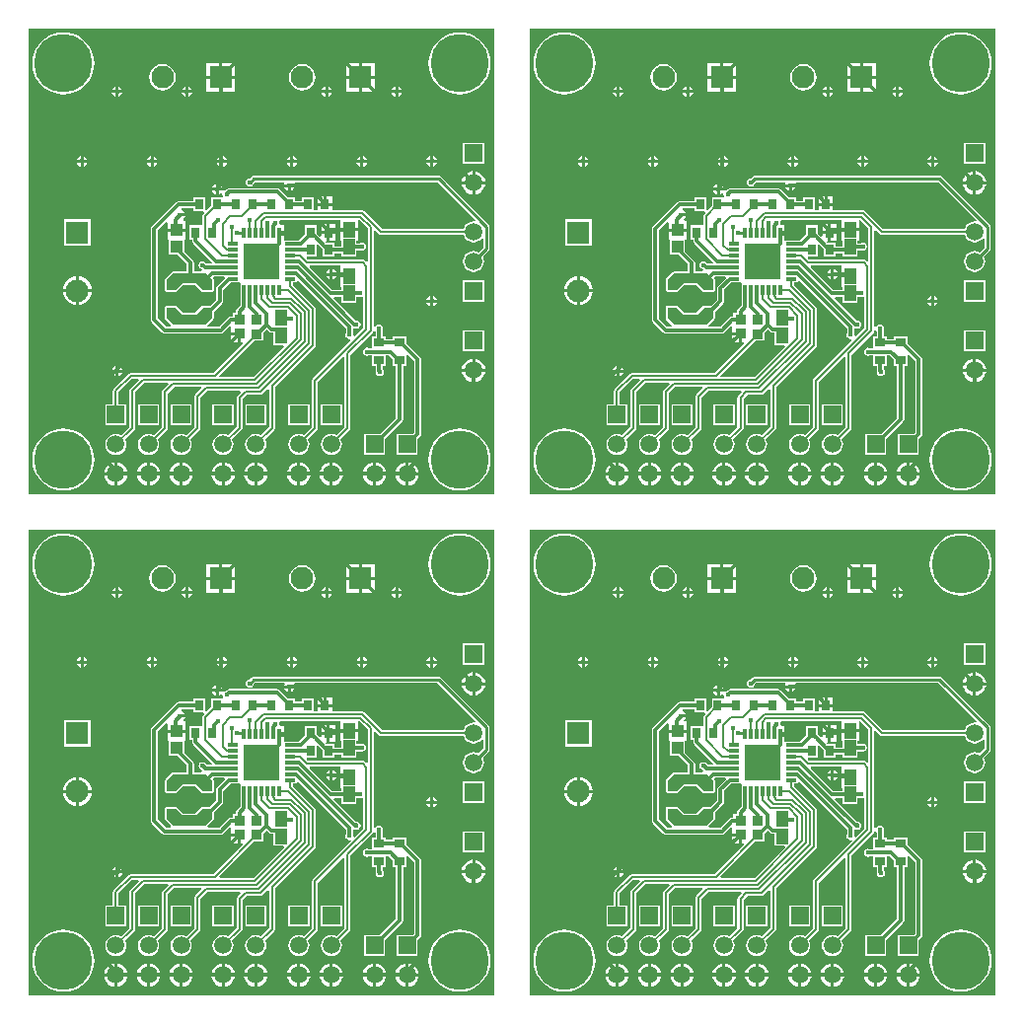
<source format=gtl>
%MOIN*%
%OFA0B0*%
%FSLAX25Y25*%
%IPPOS*%
%LPD*%
%ADD11C,0.01*%
%ADD13C,0.00787*%
%ADD18R,0.03379X0.03174*%
%ADD19R,0.03985X0.05241*%
%ADD20R,0.039609999999999992X0.04351*%
%ADD21R,0.03568X0.03563*%
%ADD23C,0.04039*%
%ADD32R,0.01181X0.03268*%
%ADD33R,0.03268X0.01181*%
%ADD34R,0.12402X0.12402*%
%ADD35R,0.02756X0.03543*%
%ADD36R,0.03543X0.02756*%
%ADD37C,0.01181*%
%ADD38C,0.05906*%
%ADD39R,0.05906X0.05906*%
%ADD40C,0.07677*%
%ADD41R,0.07677X0.07677*%
%ADD42R,0.07677X0.07677*%
%ADD43C,0.19685*%
%ADD44C,0.01575*%
%ADD45C,0.02756*%
%ADD56C,0.01*%
%ADD57C,0.00787*%
%ADD58R,0.03379X0.03174*%
%ADD59R,0.03985X0.05241*%
%ADD60R,0.039609999999999992X0.04351*%
%ADD61R,0.03568X0.03563*%
%ADD62C,0.04039*%
%ADD63R,0.01181X0.03268*%
%ADD64R,0.03268X0.01181*%
%ADD65R,0.12402X0.12402*%
%ADD66R,0.02756X0.03543*%
%ADD67R,0.03543X0.02756*%
%ADD68C,0.01181*%
%ADD69C,0.05906*%
%ADD70R,0.05906X0.05906*%
%ADD71C,0.07677*%
%ADD72R,0.07677X0.07677*%
%ADD73R,0.07677X0.07677*%
%ADD74C,0.19685*%
%ADD75C,0.01575*%
%ADD76C,0.02756*%
%ADD77C,0.01*%
%ADD78C,0.00787*%
%ADD79R,0.03379X0.03174*%
%ADD80R,0.03985X0.05241*%
%ADD81R,0.039609999999999992X0.04351*%
%ADD82R,0.03568X0.03563*%
%ADD83C,0.04039*%
%ADD84R,0.01181X0.03268*%
%ADD85R,0.03268X0.01181*%
%ADD86R,0.12402X0.12402*%
%ADD87R,0.02756X0.03543*%
%ADD88R,0.03543X0.02756*%
%ADD89C,0.01181*%
%ADD90C,0.05906*%
%ADD91R,0.05906X0.05906*%
%ADD92C,0.07677*%
%ADD93R,0.07677X0.07677*%
%ADD94R,0.07677X0.07677*%
%ADD95C,0.19685*%
%ADD96C,0.01575*%
%ADD97C,0.02756*%
%ADD98C,0.01*%
%ADD99C,0.00787*%
%ADD100R,0.03379X0.03174*%
%ADD101R,0.03985X0.05241*%
%ADD102R,0.039609999999999992X0.04351*%
%ADD103R,0.03568X0.03563*%
%ADD104C,0.04039*%
%ADD105R,0.01181X0.03268*%
%ADD106R,0.03268X0.01181*%
%ADD107R,0.12402X0.12402*%
%ADD108R,0.02756X0.03543*%
%ADD109R,0.03543X0.02756*%
%ADD110C,0.01181*%
%ADD111C,0.05906*%
%ADD112R,0.05906X0.05906*%
%ADD113C,0.07677*%
%ADD114R,0.07677X0.07677*%
%ADD115R,0.07677X0.07677*%
%ADD116C,0.19685*%
%ADD117C,0.01575*%
%ADD118C,0.02756*%
G01*
G75*
G36*
X0157480Y0236220D02*
X0000000Y0236220D01*
X0000000Y0393700D01*
X0157480Y0393700D01*
X0157480Y0236220D01*
D02*
G37*
%LPC*%
G36*
X0117043Y0382003D02*
X0112706Y0382003D01*
X0112706Y0377665D01*
X0117043Y0377665D01*
X0117043Y0382003D01*
D02*
G37*
G36*
X0111706Y0382003D02*
X0107366Y0382003D01*
X0107366Y0377665D01*
X0111706Y0377665D01*
X0111706Y0382003D01*
D02*
G37*
G36*
X0069799Y0382003D02*
X0065461Y0382003D01*
X0065461Y0377665D01*
X0069799Y0377665D01*
X0069799Y0382003D01*
D02*
G37*
G36*
X0064461Y0382003D02*
X0060122Y0382003D01*
X0060122Y0377665D01*
X0064461Y0377665D01*
X0064461Y0382003D01*
D02*
G37*
G36*
X0124909Y0374163D02*
X0124909Y0372941D01*
X0126131Y0372941D01*
X0126093Y0373138D01*
X0125698Y0373729D01*
X0125106Y0374123D01*
X0124909Y0374163D01*
D02*
G37*
G36*
X0123909Y0374163D02*
X0123712Y0374123D01*
X0123120Y0373729D01*
X0122726Y0373138D01*
X0122686Y0372941D01*
X0123909Y0372941D01*
X0123909Y0374163D01*
D02*
G37*
G36*
X0101287Y0374163D02*
X0101287Y0372941D01*
X0102509Y0372941D01*
X0102471Y0373138D01*
X0102075Y0373729D01*
X0101485Y0374123D01*
X0101287Y0374163D01*
D02*
G37*
G36*
X0100287Y0374163D02*
X0100089Y0374123D01*
X0099499Y0373729D01*
X0099104Y0373138D01*
X0099064Y0372941D01*
X0100287Y0372941D01*
X0100287Y0374163D01*
D02*
G37*
G36*
X0054043Y0374163D02*
X0054043Y0372941D01*
X0055266Y0372941D01*
X0055227Y0373138D01*
X0054832Y0373729D01*
X0054240Y0374123D01*
X0054043Y0374163D01*
D02*
G37*
G36*
X0053042Y0374163D02*
X0052846Y0374123D01*
X0052254Y0373729D01*
X0051859Y0373138D01*
X0051820Y0372941D01*
X0053042Y0372941D01*
X0053042Y0374163D01*
D02*
G37*
G36*
X0030420Y0374163D02*
X0030420Y0372941D01*
X0031644Y0372941D01*
X0031604Y0373138D01*
X0031210Y0373729D01*
X0030619Y0374123D01*
X0030420Y0374163D01*
D02*
G37*
G36*
X0029421Y0374163D02*
X0029224Y0374123D01*
X0028632Y0373729D01*
X0028238Y0373138D01*
X0028198Y0372941D01*
X0029421Y0372941D01*
X0029421Y0374163D01*
D02*
G37*
G36*
X0092521Y0381632D02*
X0091364Y0381480D01*
X0090287Y0381034D01*
X0089362Y0380324D01*
X0088652Y0379399D01*
X0088204Y0378321D01*
X0088053Y0377165D01*
X0088204Y0376009D01*
X0088652Y0374931D01*
X0089362Y0374006D01*
X0090287Y0373296D01*
X0091364Y0372850D01*
X0092521Y0372698D01*
X0093677Y0372850D01*
X0094754Y0373296D01*
X0095679Y0374006D01*
X0096390Y0374931D01*
X0096836Y0376009D01*
X0096988Y0377165D01*
X0096836Y0378321D01*
X0096390Y0379399D01*
X0095679Y0380324D01*
X0094754Y0381034D01*
X0093677Y0381480D01*
X0092521Y0381632D01*
D02*
G37*
G36*
X0045276Y0381632D02*
X0044119Y0381480D01*
X0043042Y0381034D01*
X0042116Y0380324D01*
X0041407Y0379399D01*
X0040960Y0378321D01*
X0040808Y0377165D01*
X0040960Y0376009D01*
X0041407Y0374931D01*
X0042116Y0374006D01*
X0043042Y0373296D01*
X0044119Y0372850D01*
X0045276Y0372697D01*
X0046432Y0372850D01*
X0047509Y0373296D01*
X0048434Y0374006D01*
X0049145Y0374931D01*
X0049591Y0376009D01*
X0049743Y0377165D01*
X0049591Y0378321D01*
X0049145Y0379399D01*
X0048434Y0380324D01*
X0047509Y0381034D01*
X0046432Y0381480D01*
X0045276Y0381632D01*
D02*
G37*
G36*
X0117043Y0376665D02*
X0112706Y0376665D01*
X0112706Y0372326D01*
X0117043Y0372326D01*
X0117043Y0376665D01*
D02*
G37*
G36*
X0111706Y0376665D02*
X0107366Y0376665D01*
X0107366Y0372326D01*
X0111706Y0372326D01*
X0111706Y0376665D01*
D02*
G37*
G36*
X0069799Y0376665D02*
X0065461Y0376665D01*
X0065461Y0372326D01*
X0069799Y0372326D01*
X0069799Y0376665D01*
D02*
G37*
G36*
X0064461Y0376665D02*
X0060122Y0376665D01*
X0060122Y0372326D01*
X0064461Y0372326D01*
X0064461Y0376665D01*
D02*
G37*
G36*
X0145669Y0392355D02*
X0144032Y0392226D01*
X0142435Y0391842D01*
X0140918Y0391214D01*
X0139518Y0390356D01*
X0138269Y0389289D01*
X0137203Y0388041D01*
X0136345Y0386640D01*
X0135716Y0385123D01*
X0135333Y0383526D01*
X0135204Y0381889D01*
X0135333Y0380252D01*
X0135716Y0378655D01*
X0136345Y0377138D01*
X0137203Y0375738D01*
X0138269Y0374489D01*
X0139518Y0373423D01*
X0140918Y0372565D01*
X0142435Y0371936D01*
X0144032Y0371553D01*
X0145669Y0371424D01*
X0147306Y0371553D01*
X0148903Y0371936D01*
X0150420Y0372565D01*
X0151821Y0373423D01*
X0153069Y0374489D01*
X0154135Y0375738D01*
X0154994Y0377138D01*
X0155622Y0378655D01*
X0156006Y0380252D01*
X0156135Y0381889D01*
X0156006Y0383526D01*
X0155622Y0385123D01*
X0154994Y0386640D01*
X0154135Y0388041D01*
X0153069Y0389289D01*
X0151821Y0390356D01*
X0150420Y0391214D01*
X0148903Y0391842D01*
X0147306Y0392226D01*
X0145669Y0392355D01*
D02*
G37*
G36*
X0011811Y0392355D02*
X0010174Y0392226D01*
X0008577Y0391842D01*
X0007060Y0391214D01*
X0005660Y0390356D01*
X0004411Y0389289D01*
X0003343Y0388041D01*
X0002486Y0386640D01*
X0001858Y0385123D01*
X0001474Y0383526D01*
X0001346Y0381889D01*
X0001474Y0380252D01*
X0001858Y0378655D01*
X0002486Y0377138D01*
X0003343Y0375738D01*
X0004411Y0374489D01*
X0005660Y0373423D01*
X0007060Y0372565D01*
X0008577Y0371936D01*
X0010174Y0371553D01*
X0011811Y0371424D01*
X0013447Y0371553D01*
X0015045Y0371936D01*
X0016562Y0372565D01*
X0017962Y0373423D01*
X0019211Y0374489D01*
X0020278Y0375738D01*
X0021135Y0377138D01*
X0021764Y0378655D01*
X0022148Y0380252D01*
X0022276Y0381889D01*
X0022148Y0383526D01*
X0021764Y0385123D01*
X0021135Y0386640D01*
X0020278Y0388041D01*
X0019211Y0389289D01*
X0017962Y0390356D01*
X0016562Y0391214D01*
X0015045Y0391842D01*
X0013447Y0392226D01*
X0011811Y0392355D01*
D02*
G37*
G36*
X0126131Y0371941D02*
X0124909Y0371941D01*
X0124909Y0370717D01*
X0125106Y0370757D01*
X0125698Y0371152D01*
X0126093Y0371743D01*
X0126131Y0371941D01*
D02*
G37*
G36*
X0123909Y0371941D02*
X0122686Y0371941D01*
X0122726Y0371743D01*
X0123120Y0371152D01*
X0123712Y0370757D01*
X0123909Y0370717D01*
X0123909Y0371941D01*
D02*
G37*
G36*
X0102509Y0371941D02*
X0101287Y0371941D01*
X0101287Y0370717D01*
X0101485Y0370757D01*
X0102075Y0371152D01*
X0102471Y0371743D01*
X0102509Y0371941D01*
D02*
G37*
G36*
X0100287Y0371941D02*
X0099064Y0371941D01*
X0099104Y0371743D01*
X0099499Y0371152D01*
X0100089Y0370757D01*
X0100287Y0370717D01*
X0100287Y0371941D01*
D02*
G37*
G36*
X0055266Y0371941D02*
X0054043Y0371941D01*
X0054043Y0370717D01*
X0054240Y0370757D01*
X0054832Y0371152D01*
X0055227Y0371743D01*
X0055266Y0371941D01*
D02*
G37*
G36*
X0053042Y0371941D02*
X0051820Y0371941D01*
X0051859Y0371743D01*
X0052254Y0371152D01*
X0052846Y0370757D01*
X0053042Y0370717D01*
X0053042Y0371941D01*
D02*
G37*
G36*
X0031644Y0371941D02*
X0030420Y0371941D01*
X0030420Y0370717D01*
X0030619Y0370757D01*
X0031210Y0371152D01*
X0031604Y0371743D01*
X0031644Y0371941D01*
D02*
G37*
G36*
X0029421Y0371941D02*
X0028198Y0371941D01*
X0028238Y0371743D01*
X0028632Y0371152D01*
X0029224Y0370757D01*
X0029421Y0370717D01*
X0029421Y0371941D01*
D02*
G37*
G36*
X0136721Y0350541D02*
X0136721Y0349319D01*
X0137943Y0349319D01*
X0137904Y0349516D01*
X0137509Y0350107D01*
X0136918Y0350502D01*
X0136721Y0350541D01*
D02*
G37*
G36*
X0135721Y0350541D02*
X0135523Y0350502D01*
X0134932Y0350107D01*
X0134536Y0349516D01*
X0134496Y0349319D01*
X0135721Y0349319D01*
X0135721Y0350541D01*
D02*
G37*
G36*
X0113099Y0350541D02*
X0113099Y0349319D01*
X0114321Y0349319D01*
X0114282Y0349516D01*
X0113887Y0350107D01*
X0113296Y0350502D01*
X0113099Y0350541D01*
D02*
G37*
G36*
X0112099Y0350541D02*
X0111901Y0350502D01*
X0111310Y0350107D01*
X0110915Y0349516D01*
X0110874Y0349319D01*
X0112099Y0349319D01*
X0112099Y0350541D01*
D02*
G37*
G36*
X0089476Y0350541D02*
X0089476Y0349319D01*
X0090699Y0349319D01*
X0090660Y0349516D01*
X0090265Y0350107D01*
X0089674Y0350502D01*
X0089476Y0350541D01*
D02*
G37*
G36*
X0088476Y0350541D02*
X0088279Y0350502D01*
X0087687Y0350107D01*
X0087293Y0349516D01*
X0087253Y0349319D01*
X0088476Y0349319D01*
X0088476Y0350541D01*
D02*
G37*
G36*
X0065854Y0350541D02*
X0065854Y0349319D01*
X0067077Y0349319D01*
X0067038Y0349516D01*
X0066642Y0350107D01*
X0066052Y0350502D01*
X0065854Y0350541D01*
D02*
G37*
G36*
X0064854Y0350541D02*
X0064657Y0350502D01*
X0064066Y0350107D01*
X0063671Y0349516D01*
X0063631Y0349319D01*
X0064854Y0349319D01*
X0064854Y0350541D01*
D02*
G37*
G36*
X0042232Y0350541D02*
X0042232Y0349319D01*
X0043455Y0349319D01*
X0043416Y0349516D01*
X0043021Y0350107D01*
X0042430Y0350502D01*
X0042232Y0350541D01*
D02*
G37*
G36*
X0041232Y0350541D02*
X0041035Y0350502D01*
X0040444Y0350107D01*
X0040048Y0349516D01*
X0040009Y0349319D01*
X0041232Y0349319D01*
X0041232Y0350541D01*
D02*
G37*
G36*
X0018609Y0350541D02*
X0018609Y0349319D01*
X0019833Y0349319D01*
X0019794Y0349516D01*
X0019399Y0350107D01*
X0018808Y0350502D01*
X0018609Y0350541D01*
D02*
G37*
G36*
X0017609Y0350541D02*
X0017413Y0350502D01*
X0016822Y0350107D01*
X0016427Y0349516D01*
X0016387Y0349319D01*
X0017609Y0349319D01*
X0017609Y0350541D01*
D02*
G37*
G36*
X0153936Y0355117D02*
X0146850Y0355117D01*
X0146850Y0348030D01*
X0153936Y0348030D01*
X0153936Y0355117D01*
D02*
G37*
G36*
X0137943Y0348319D02*
X0136721Y0348319D01*
X0136721Y0347095D01*
X0136918Y0347135D01*
X0137509Y0347530D01*
X0137904Y0348121D01*
X0137943Y0348319D01*
D02*
G37*
G36*
X0135721Y0348319D02*
X0134496Y0348319D01*
X0134536Y0348121D01*
X0134932Y0347530D01*
X0135523Y0347135D01*
X0135721Y0347095D01*
X0135721Y0348319D01*
D02*
G37*
G36*
X0114321Y0348319D02*
X0113099Y0348319D01*
X0113099Y0347095D01*
X0113296Y0347135D01*
X0113887Y0347530D01*
X0114282Y0348121D01*
X0114321Y0348319D01*
D02*
G37*
G36*
X0112099Y0348319D02*
X0110874Y0348319D01*
X0110915Y0348121D01*
X0111310Y0347530D01*
X0111901Y0347135D01*
X0112099Y0347095D01*
X0112099Y0348319D01*
D02*
G37*
G36*
X0090699Y0348319D02*
X0089476Y0348319D01*
X0089476Y0347095D01*
X0089674Y0347135D01*
X0090265Y0347530D01*
X0090660Y0348121D01*
X0090699Y0348319D01*
D02*
G37*
G36*
X0088476Y0348319D02*
X0087253Y0348319D01*
X0087293Y0348121D01*
X0087687Y0347530D01*
X0088279Y0347135D01*
X0088476Y0347095D01*
X0088476Y0348319D01*
D02*
G37*
G36*
X0067077Y0348319D02*
X0065854Y0348319D01*
X0065854Y0347095D01*
X0066052Y0347135D01*
X0066642Y0347530D01*
X0067038Y0348121D01*
X0067077Y0348319D01*
D02*
G37*
G36*
X0064854Y0348319D02*
X0063631Y0348319D01*
X0063671Y0348121D01*
X0064066Y0347530D01*
X0064657Y0347135D01*
X0064854Y0347095D01*
X0064854Y0348319D01*
D02*
G37*
G36*
X0043455Y0348319D02*
X0042232Y0348319D01*
X0042232Y0347095D01*
X0042430Y0347135D01*
X0043021Y0347530D01*
X0043416Y0348121D01*
X0043455Y0348319D01*
D02*
G37*
G36*
X0041232Y0348319D02*
X0040009Y0348319D01*
X0040048Y0348121D01*
X0040444Y0347530D01*
X0041035Y0347135D01*
X0041232Y0347095D01*
X0041232Y0348319D01*
D02*
G37*
G36*
X0019833Y0348319D02*
X0018609Y0348319D01*
X0018609Y0347095D01*
X0018808Y0347135D01*
X0019399Y0347530D01*
X0019794Y0348121D01*
X0019833Y0348319D01*
D02*
G37*
G36*
X0017609Y0348319D02*
X0016387Y0348319D01*
X0016427Y0348121D01*
X0016822Y0347530D01*
X0017413Y0347135D01*
X0017609Y0347095D01*
X0017609Y0348319D01*
D02*
G37*
G36*
X0138583Y0344025D02*
X0138583Y0344025D01*
X0076070Y0344025D01*
X0076070Y0344025D01*
X0075644Y0343940D01*
X0075284Y0343699D01*
X0075284Y0343699D01*
X0074701Y0343116D01*
X0074265Y0343030D01*
X0073809Y0342725D01*
X0073505Y0342270D01*
X0073398Y0341732D01*
X0073505Y0341194D01*
X0073809Y0340738D01*
X0074265Y0340434D01*
X0074803Y0340327D01*
X0075339Y0340434D01*
X0075797Y0340738D01*
X0076101Y0341194D01*
X0076145Y0341416D01*
X0076531Y0341801D01*
X0086343Y0341801D01*
X0086580Y0341360D01*
X0086505Y0341248D01*
X0086466Y0341051D01*
X0089910Y0341051D01*
X0089873Y0341248D01*
X0089797Y0341360D01*
X0090034Y0341801D01*
X0138122Y0341801D01*
X0150959Y0328964D01*
X0150726Y0328490D01*
X0150393Y0328534D01*
X0149469Y0328412D01*
X0148607Y0328055D01*
X0147867Y0327487D01*
X0147299Y0326747D01*
X0146974Y0325964D01*
X0119550Y0325964D01*
X0113504Y0332008D01*
X0113179Y0332226D01*
X0112795Y0332302D01*
X0102575Y0332302D01*
X0102575Y0333751D01*
X0100197Y0333751D01*
X0097819Y0333751D01*
X0097819Y0332302D01*
X0096260Y0332302D01*
X0096260Y0336614D01*
X0092323Y0336614D01*
X0092323Y0335456D01*
X0089961Y0335456D01*
X0089961Y0336614D01*
X0087727Y0336614D01*
X0084907Y0339434D01*
X0084516Y0339695D01*
X0084055Y0339787D01*
X0084055Y0339786D01*
X0067818Y0339786D01*
X0067356Y0339695D01*
X0066966Y0339434D01*
X0066684Y0339151D01*
X0066391Y0339093D01*
X0066005Y0338835D01*
X0065914Y0338870D01*
X0064280Y0338870D01*
X0064280Y0337646D01*
X0064476Y0337686D01*
X0065068Y0338080D01*
X0065073Y0338088D01*
X0065544Y0337892D01*
X0065524Y0337795D01*
X0065631Y0337256D01*
X0065687Y0337174D01*
X0065692Y0337026D01*
X0065319Y0336618D01*
X0065247Y0336614D01*
X0065097Y0336614D01*
X0061614Y0336614D01*
X0061614Y0333702D01*
X0060146Y0332234D01*
X0059646Y0332441D01*
X0059646Y0336614D01*
X0055709Y0336614D01*
X0055709Y0335456D01*
X0050788Y0335456D01*
X0050787Y0335456D01*
X0050327Y0335363D01*
X0049936Y0335103D01*
X0049936Y0335103D01*
X0041668Y0326835D01*
X0041407Y0326445D01*
X0041315Y0325984D01*
X0041315Y0325984D01*
X0041315Y0295275D01*
X0041315Y0295275D01*
X0041407Y0294814D01*
X0041668Y0294424D01*
X0045211Y0290880D01*
X0045211Y0290880D01*
X0045601Y0290618D01*
X0046063Y0290528D01*
X0046063Y0290528D01*
X0064961Y0290528D01*
X0064961Y0290528D01*
X0065420Y0290618D01*
X0065812Y0290880D01*
X0067976Y0293044D01*
X0068476Y0292837D01*
X0068476Y0291048D01*
X0071260Y0291048D01*
X0071260Y0290549D01*
X0071760Y0290549D01*
X0071760Y0287767D01*
X0072309Y0287767D01*
X0072500Y0287305D01*
X0062577Y0277381D01*
X0034646Y0277381D01*
X0034262Y0277305D01*
X0033936Y0277087D01*
X0028818Y0271969D01*
X0028599Y0271643D01*
X0028524Y0271258D01*
X0028524Y0266692D01*
X0025984Y0266692D01*
X0025984Y0259605D01*
X0033071Y0259605D01*
X0033071Y0266692D01*
X0030531Y0266692D01*
X0030531Y0270844D01*
X0035061Y0275374D01*
X0037082Y0275374D01*
X0037273Y0274912D01*
X0034329Y0271969D01*
X0034112Y0271643D01*
X0034036Y0271258D01*
X0034036Y0259076D01*
X0031236Y0256277D01*
X0030453Y0256601D01*
X0029528Y0256723D01*
X0028603Y0256601D01*
X0027741Y0256244D01*
X0027000Y0255676D01*
X0026432Y0254936D01*
X0026076Y0254074D01*
X0025954Y0253148D01*
X0026076Y0252223D01*
X0026432Y0251362D01*
X0027000Y0250622D01*
X0027741Y0250054D01*
X0028603Y0249697D01*
X0029528Y0249575D01*
X0030453Y0249697D01*
X0031315Y0250054D01*
X0032054Y0250622D01*
X0032623Y0251362D01*
X0032979Y0252223D01*
X0033101Y0253148D01*
X0032979Y0254074D01*
X0032654Y0254857D01*
X0035749Y0257951D01*
X0035967Y0258277D01*
X0036043Y0258660D01*
X0036043Y0270844D01*
X0039195Y0273996D01*
X0047121Y0273996D01*
X0047312Y0273534D01*
X0045353Y0271575D01*
X0045136Y0271250D01*
X0045058Y0270866D01*
X0045058Y0259076D01*
X0042260Y0256277D01*
X0041476Y0256601D01*
X0040551Y0256723D01*
X0039626Y0256601D01*
X0038764Y0256244D01*
X0038024Y0255676D01*
X0037456Y0254936D01*
X0037099Y0254074D01*
X0036976Y0253148D01*
X0037099Y0252223D01*
X0037456Y0251362D01*
X0038024Y0250622D01*
X0038764Y0250054D01*
X0039626Y0249697D01*
X0040551Y0249575D01*
X0041476Y0249697D01*
X0042338Y0250054D01*
X0043078Y0250622D01*
X0043646Y0251362D01*
X0044003Y0252223D01*
X0044125Y0253148D01*
X0044003Y0254074D01*
X0043678Y0254857D01*
X0046773Y0257951D01*
X0046990Y0258277D01*
X0047067Y0258660D01*
X0047067Y0270450D01*
X0049235Y0272618D01*
X0058341Y0272618D01*
X0058533Y0272156D01*
X0056377Y0270001D01*
X0056160Y0269675D01*
X0056083Y0269291D01*
X0056083Y0259076D01*
X0053283Y0256277D01*
X0052500Y0256601D01*
X0051575Y0256723D01*
X0050649Y0256601D01*
X0049788Y0256244D01*
X0049048Y0255676D01*
X0048480Y0254936D01*
X0048123Y0254074D01*
X0048000Y0253148D01*
X0048123Y0252223D01*
X0048480Y0251362D01*
X0049048Y0250622D01*
X0049788Y0250054D01*
X0050649Y0249697D01*
X0051575Y0249575D01*
X0052500Y0249697D01*
X0053362Y0250054D01*
X0054101Y0250622D01*
X0054670Y0251362D01*
X0055027Y0252223D01*
X0055149Y0253148D01*
X0055027Y0254074D01*
X0054701Y0254857D01*
X0057796Y0257951D01*
X0058014Y0258277D01*
X0058090Y0258660D01*
X0058090Y0268875D01*
X0060455Y0271240D01*
X0071530Y0271240D01*
X0071722Y0270778D01*
X0070550Y0269607D01*
X0070333Y0269281D01*
X0070256Y0268897D01*
X0070256Y0259076D01*
X0067456Y0256277D01*
X0066673Y0256601D01*
X0065748Y0256723D01*
X0064822Y0256601D01*
X0063961Y0256244D01*
X0063221Y0255676D01*
X0062653Y0254936D01*
X0062295Y0254074D01*
X0062173Y0253148D01*
X0062295Y0252223D01*
X0062653Y0251362D01*
X0063221Y0250622D01*
X0063961Y0250054D01*
X0064822Y0249697D01*
X0065748Y0249575D01*
X0066673Y0249697D01*
X0067535Y0250054D01*
X0068275Y0250622D01*
X0068843Y0251362D01*
X0069200Y0252223D01*
X0069322Y0253148D01*
X0069200Y0254074D01*
X0068876Y0254857D01*
X0071969Y0257951D01*
X0072185Y0258277D01*
X0072263Y0258660D01*
X0072263Y0268481D01*
X0073643Y0269861D01*
X0078347Y0269861D01*
X0078730Y0269938D01*
X0079056Y0270156D01*
X0080818Y0271918D01*
X0081280Y0271727D01*
X0081280Y0259076D01*
X0078480Y0256277D01*
X0077697Y0256601D01*
X0076772Y0256723D01*
X0075846Y0256601D01*
X0074985Y0256244D01*
X0074243Y0255676D01*
X0073676Y0254936D01*
X0073320Y0254074D01*
X0073198Y0253148D01*
X0073320Y0252223D01*
X0073676Y0251362D01*
X0074243Y0250622D01*
X0074985Y0250054D01*
X0075846Y0249697D01*
X0076772Y0249575D01*
X0077697Y0249697D01*
X0078559Y0250054D01*
X0079299Y0250622D01*
X0079867Y0251362D01*
X0080224Y0252223D01*
X0080345Y0253148D01*
X0080224Y0254074D01*
X0079899Y0254857D01*
X0082993Y0257951D01*
X0083209Y0258277D01*
X0083287Y0258660D01*
X0083287Y0272418D01*
X0096773Y0285904D01*
X0096990Y0286230D01*
X0097066Y0286614D01*
X0097066Y0298998D01*
X0096990Y0299382D01*
X0096773Y0299707D01*
X0089429Y0307051D01*
X0089429Y0307873D01*
X0090650Y0307873D01*
X0090650Y0308369D01*
X0091110Y0308559D01*
X0107260Y0292411D01*
X0107260Y0290835D01*
X0107166Y0290695D01*
X0107060Y0290157D01*
X0107166Y0289619D01*
X0107471Y0289164D01*
X0107927Y0288859D01*
X0108464Y0288752D01*
X0108749Y0288809D01*
X0108996Y0288348D01*
X0096141Y0275492D01*
X0095923Y0275167D01*
X0095847Y0274783D01*
X0095847Y0259076D01*
X0093047Y0256277D01*
X0092264Y0256601D01*
X0091337Y0256723D01*
X0090414Y0256601D01*
X0089552Y0256244D01*
X0088811Y0255676D01*
X0088244Y0254936D01*
X0087887Y0254074D01*
X0087765Y0253148D01*
X0087887Y0252223D01*
X0088244Y0251362D01*
X0088811Y0250622D01*
X0089552Y0250054D01*
X0090414Y0249697D01*
X0091337Y0249575D01*
X0092264Y0249697D01*
X0093125Y0250054D01*
X0093866Y0250622D01*
X0094434Y0251362D01*
X0094791Y0252223D01*
X0094912Y0253148D01*
X0094791Y0254074D01*
X0094466Y0254857D01*
X0097560Y0257951D01*
X0097777Y0258277D01*
X0097854Y0258660D01*
X0097854Y0274367D01*
X0106409Y0282922D01*
X0106870Y0282729D01*
X0106870Y0259076D01*
X0104071Y0256277D01*
X0103287Y0256601D01*
X0102362Y0256723D01*
X0101437Y0256601D01*
X0100574Y0256244D01*
X0099835Y0255676D01*
X0099267Y0254936D01*
X0098910Y0254074D01*
X0098788Y0253148D01*
X0098910Y0252223D01*
X0099267Y0251362D01*
X0099835Y0250622D01*
X0100574Y0250054D01*
X0101437Y0249697D01*
X0102362Y0249575D01*
X0103287Y0249697D01*
X0104149Y0250054D01*
X0104889Y0250622D01*
X0105457Y0251362D01*
X0105814Y0252223D01*
X0105936Y0253148D01*
X0105814Y0254074D01*
X0105490Y0254857D01*
X0108583Y0257951D01*
X0108800Y0258277D01*
X0108878Y0258660D01*
X0108878Y0283442D01*
X0116260Y0290825D01*
X0116477Y0291150D01*
X0116550Y0291513D01*
X0116643Y0291549D01*
X0117055Y0291614D01*
X0117300Y0291320D01*
X0117300Y0289567D01*
X0116141Y0289567D01*
X0116141Y0285653D01*
X0115048Y0285653D01*
X0114908Y0285746D01*
X0114370Y0285853D01*
X0113832Y0285746D01*
X0113377Y0285442D01*
X0113072Y0284986D01*
X0112965Y0284448D01*
X0113072Y0283911D01*
X0113377Y0283455D01*
X0113832Y0283150D01*
X0114370Y0283042D01*
X0114908Y0283150D01*
X0115048Y0283244D01*
X0116141Y0283244D01*
X0116141Y0279724D01*
X0117300Y0279724D01*
X0117300Y0277862D01*
X0117300Y0277862D01*
X0117328Y0277720D01*
X0117296Y0277559D01*
X0117402Y0277021D01*
X0117707Y0276565D01*
X0118163Y0276261D01*
X0118700Y0276153D01*
X0119238Y0276261D01*
X0119693Y0276565D01*
X0119998Y0277021D01*
X0120106Y0277559D01*
X0119998Y0278096D01*
X0119707Y0278531D01*
X0119707Y0279724D01*
X0120866Y0279724D01*
X0120866Y0283244D01*
X0121744Y0283244D01*
X0123031Y0281958D01*
X0123031Y0279724D01*
X0124189Y0279724D01*
X0124189Y0262112D01*
X0118768Y0256691D01*
X0113386Y0256691D01*
X0113386Y0249606D01*
X0120472Y0249606D01*
X0120472Y0254989D01*
X0126245Y0260762D01*
X0126245Y0260762D01*
X0126505Y0261153D01*
X0126598Y0261614D01*
X0126598Y0261614D01*
X0126598Y0279724D01*
X0127756Y0279724D01*
X0127756Y0283219D01*
X0128255Y0283426D01*
X0130292Y0281390D01*
X0130292Y0257191D01*
X0129793Y0256691D01*
X0124408Y0256691D01*
X0124408Y0249606D01*
X0131496Y0249606D01*
X0131496Y0254989D01*
X0132348Y0255840D01*
X0132348Y0255840D01*
X0132609Y0256232D01*
X0132700Y0256691D01*
X0132700Y0256691D01*
X0132700Y0281889D01*
X0132700Y0281889D01*
X0132609Y0282350D01*
X0132348Y0282741D01*
X0127756Y0287333D01*
X0127756Y0289567D01*
X0123031Y0289567D01*
X0123031Y0288802D01*
X0120866Y0288802D01*
X0120866Y0289567D01*
X0119707Y0289567D01*
X0119707Y0292019D01*
X0119680Y0292161D01*
X0119712Y0292322D01*
X0119605Y0292860D01*
X0119300Y0293316D01*
X0118845Y0293620D01*
X0118307Y0293727D01*
X0117768Y0293620D01*
X0117314Y0293316D01*
X0117055Y0292928D01*
X0116779Y0292937D01*
X0116555Y0293012D01*
X0116555Y0325467D01*
X0117017Y0325658D01*
X0118424Y0324251D01*
X0118750Y0324033D01*
X0119134Y0323957D01*
X0146974Y0323957D01*
X0147299Y0323173D01*
X0147867Y0322433D01*
X0148607Y0321864D01*
X0149469Y0321507D01*
X0150393Y0321386D01*
X0151319Y0321507D01*
X0152181Y0321864D01*
X0152921Y0322433D01*
X0153112Y0322683D01*
X0153612Y0322513D01*
X0153612Y0319751D01*
X0151994Y0318133D01*
X0151319Y0318412D01*
X0150393Y0318534D01*
X0149469Y0318412D01*
X0148607Y0318055D01*
X0147867Y0317487D01*
X0147299Y0316747D01*
X0146942Y0315885D01*
X0146820Y0314960D01*
X0146942Y0314035D01*
X0147299Y0313173D01*
X0147867Y0312433D01*
X0148607Y0311865D01*
X0149469Y0311508D01*
X0150393Y0311386D01*
X0151319Y0311508D01*
X0152181Y0311865D01*
X0152921Y0312433D01*
X0153489Y0313173D01*
X0153846Y0314035D01*
X0153967Y0314960D01*
X0153846Y0315885D01*
X0153566Y0316560D01*
X0155510Y0318505D01*
X0155510Y0318505D01*
X0155752Y0318865D01*
X0155836Y0319291D01*
X0155836Y0326771D01*
X0155836Y0326771D01*
X0155752Y0327197D01*
X0155510Y0327557D01*
X0139369Y0343699D01*
X0139008Y0343940D01*
X0138583Y0344025D01*
D02*
G37*
G36*
X0150894Y0345495D02*
X0150894Y0342074D01*
X0154315Y0342074D01*
X0154245Y0342606D01*
X0153846Y0343568D01*
X0153213Y0344394D01*
X0152387Y0345027D01*
X0151426Y0345425D01*
X0150894Y0345495D01*
D02*
G37*
G36*
X0149893Y0345495D02*
X0149362Y0345425D01*
X0148400Y0345027D01*
X0147575Y0344394D01*
X0146941Y0343568D01*
X0146543Y0342606D01*
X0146473Y0342074D01*
X0149893Y0342074D01*
X0149893Y0345495D01*
D02*
G37*
G36*
X0064280Y0341093D02*
X0064280Y0339870D01*
X0065503Y0339870D01*
X0065463Y0340067D01*
X0065068Y0340658D01*
X0064476Y0341053D01*
X0064280Y0341093D01*
D02*
G37*
G36*
X0063279Y0341093D02*
X0063082Y0341053D01*
X0062491Y0340658D01*
X0062095Y0340067D01*
X0062056Y0339870D01*
X0063279Y0339870D01*
X0063279Y0341093D01*
D02*
G37*
G36*
X0089910Y0340050D02*
X0088689Y0340050D01*
X0088689Y0338828D01*
X0088886Y0338867D01*
X0089477Y0339262D01*
X0089873Y0339853D01*
X0089910Y0340050D01*
D02*
G37*
G36*
X0087689Y0340050D02*
X0086466Y0340050D01*
X0086505Y0339853D01*
X0086900Y0339262D01*
X0087490Y0338867D01*
X0087689Y0338828D01*
X0087689Y0340050D01*
D02*
G37*
G36*
X0154315Y0341074D02*
X0150894Y0341074D01*
X0150894Y0337653D01*
X0151426Y0337723D01*
X0152387Y0338122D01*
X0153213Y0338755D01*
X0153846Y0339581D01*
X0154245Y0340542D01*
X0154315Y0341074D01*
D02*
G37*
G36*
X0149893Y0341074D02*
X0146473Y0341074D01*
X0146543Y0340542D01*
X0146941Y0339581D01*
X0147575Y0338755D01*
X0148400Y0338122D01*
X0149362Y0337723D01*
X0149893Y0337653D01*
X0149893Y0341074D01*
D02*
G37*
G36*
X0063279Y0338870D02*
X0062056Y0338870D01*
X0062095Y0338671D01*
X0062491Y0338080D01*
X0063082Y0337686D01*
X0063279Y0337646D01*
X0063279Y0338870D01*
D02*
G37*
G36*
X0102575Y0337023D02*
X0100696Y0337023D01*
X0100696Y0334752D01*
X0102575Y0334752D01*
X0102575Y0337023D01*
D02*
G37*
G36*
X0099697Y0337023D02*
X0097819Y0337023D01*
X0097819Y0334752D01*
X0099697Y0334752D01*
X0099697Y0337023D01*
D02*
G37*
G36*
X0020965Y0329233D02*
X0012106Y0329233D01*
X0012106Y0320374D01*
X0020965Y0320374D01*
X0020965Y0329233D01*
D02*
G37*
G36*
X0017035Y0309933D02*
X0017035Y0305619D01*
X0021350Y0305619D01*
X0021249Y0306382D01*
X0020762Y0307559D01*
X0019986Y0308570D01*
X0018976Y0309345D01*
X0017798Y0309833D01*
X0017035Y0309933D01*
D02*
G37*
G36*
X0016035Y0309933D02*
X0015272Y0309833D01*
X0014095Y0309345D01*
X0013084Y0308570D01*
X0012309Y0307559D01*
X0011821Y0306382D01*
X0011720Y0305619D01*
X0016035Y0305619D01*
X0016035Y0309933D01*
D02*
G37*
G36*
X0136721Y0303297D02*
X0136721Y0302074D01*
X0137943Y0302074D01*
X0137904Y0302272D01*
X0137509Y0302863D01*
X0136918Y0303258D01*
X0136721Y0303297D01*
D02*
G37*
G36*
X0135721Y0303297D02*
X0135523Y0303258D01*
X0134932Y0302863D01*
X0134536Y0302272D01*
X0134496Y0302074D01*
X0135721Y0302074D01*
X0135721Y0303297D01*
D02*
G37*
G36*
X0153936Y0308504D02*
X0146850Y0308504D01*
X0146850Y0301417D01*
X0153936Y0301417D01*
X0153936Y0308504D01*
D02*
G37*
G36*
X0021350Y0304619D02*
X0017035Y0304619D01*
X0017035Y0300304D01*
X0017798Y0300405D01*
X0018976Y0300892D01*
X0019986Y0301668D01*
X0020762Y0302678D01*
X0021249Y0303856D01*
X0021350Y0304619D01*
D02*
G37*
G36*
X0016035Y0304619D02*
X0011720Y0304619D01*
X0011821Y0303856D01*
X0012309Y0302678D01*
X0013084Y0301668D01*
X0014095Y0300892D01*
X0015272Y0300405D01*
X0016035Y0300304D01*
X0016035Y0304619D01*
D02*
G37*
G36*
X0137943Y0301074D02*
X0136721Y0301074D01*
X0136721Y0299851D01*
X0136918Y0299891D01*
X0137509Y0300286D01*
X0137904Y0300877D01*
X0137943Y0301074D01*
D02*
G37*
G36*
X0135721Y0301074D02*
X0134496Y0301074D01*
X0134536Y0300877D01*
X0134932Y0300286D01*
X0135523Y0299891D01*
X0135721Y0299851D01*
X0135721Y0301074D01*
D02*
G37*
G36*
X0070759Y0290049D02*
X0068476Y0290049D01*
X0068476Y0287767D01*
X0070759Y0287767D01*
X0070759Y0290049D01*
D02*
G37*
G36*
X0153936Y0291732D02*
X0146850Y0291732D01*
X0146850Y0284645D01*
X0153936Y0284645D01*
X0153936Y0291732D01*
D02*
G37*
G36*
X0150894Y0282109D02*
X0150894Y0278689D01*
X0154315Y0278689D01*
X0154245Y0279220D01*
X0153846Y0280182D01*
X0153213Y0281008D01*
X0152387Y0281641D01*
X0151426Y0282039D01*
X0150894Y0282109D01*
D02*
G37*
G36*
X0149893Y0282109D02*
X0149362Y0282039D01*
X0148400Y0281641D01*
X0147575Y0281008D01*
X0146941Y0280182D01*
X0146543Y0279220D01*
X0146473Y0278689D01*
X0149893Y0278689D01*
X0149893Y0282109D01*
D02*
G37*
G36*
X0030420Y0279675D02*
X0030420Y0278452D01*
X0031644Y0278452D01*
X0031604Y0278650D01*
X0031210Y0279241D01*
X0030619Y0279636D01*
X0030420Y0279675D01*
D02*
G37*
G36*
X0029421Y0279675D02*
X0029224Y0279636D01*
X0028632Y0279241D01*
X0028238Y0278650D01*
X0028198Y0278452D01*
X0029421Y0278452D01*
X0029421Y0279675D01*
D02*
G37*
G36*
X0031644Y0277451D02*
X0030420Y0277451D01*
X0030420Y0276229D01*
X0030619Y0276269D01*
X0031210Y0276664D01*
X0031604Y0277254D01*
X0031644Y0277451D01*
D02*
G37*
G36*
X0029421Y0277451D02*
X0028198Y0277451D01*
X0028238Y0277254D01*
X0028632Y0276664D01*
X0029224Y0276269D01*
X0029421Y0276229D01*
X0029421Y0277451D01*
D02*
G37*
G36*
X0154315Y0277688D02*
X0150894Y0277688D01*
X0150894Y0274267D01*
X0151426Y0274338D01*
X0152387Y0274736D01*
X0153213Y0275369D01*
X0153846Y0276195D01*
X0154245Y0277156D01*
X0154315Y0277688D01*
D02*
G37*
G36*
X0149893Y0277688D02*
X0146473Y0277688D01*
X0146543Y0277156D01*
X0146941Y0276195D01*
X0147575Y0275369D01*
X0148400Y0274736D01*
X0149362Y0274338D01*
X0149893Y0274267D01*
X0149893Y0277688D01*
D02*
G37*
G36*
X0105905Y0266692D02*
X0098819Y0266692D01*
X0098819Y0259605D01*
X0105905Y0259605D01*
X0105905Y0266692D01*
D02*
G37*
G36*
X0094882Y0266692D02*
X0087795Y0266692D01*
X0087795Y0259605D01*
X0094882Y0259605D01*
X0094882Y0266692D01*
D02*
G37*
G36*
X0080313Y0266692D02*
X0073228Y0266692D01*
X0073228Y0259605D01*
X0080313Y0259605D01*
X0080313Y0266692D01*
D02*
G37*
G36*
X0069291Y0266692D02*
X0062205Y0266692D01*
X0062205Y0259605D01*
X0069291Y0259605D01*
X0069291Y0266692D01*
D02*
G37*
G36*
X0055118Y0266692D02*
X0048031Y0266692D01*
X0048031Y0259605D01*
X0055118Y0259605D01*
X0055118Y0266692D01*
D02*
G37*
G36*
X0044094Y0266692D02*
X0037008Y0266692D01*
X0037008Y0259605D01*
X0044094Y0259605D01*
X0044094Y0266692D01*
D02*
G37*
G36*
X0128453Y0247070D02*
X0128453Y0243649D01*
X0131874Y0243649D01*
X0131804Y0244180D01*
X0131405Y0245143D01*
X0130772Y0245968D01*
X0129946Y0246602D01*
X0128985Y0247000D01*
X0128453Y0247070D01*
D02*
G37*
G36*
X0091839Y0247070D02*
X0091839Y0243649D01*
X0095260Y0243649D01*
X0095190Y0244180D01*
X0094791Y0245143D01*
X0094158Y0245968D01*
X0093332Y0246602D01*
X0092370Y0247000D01*
X0091839Y0247070D01*
D02*
G37*
G36*
X0127453Y0247070D02*
X0126921Y0247000D01*
X0125959Y0246602D01*
X0125133Y0245968D01*
X0124500Y0245143D01*
X0124102Y0244180D01*
X0124032Y0243649D01*
X0127453Y0243649D01*
X0127453Y0247070D01*
D02*
G37*
G36*
X0090839Y0247070D02*
X0090307Y0247000D01*
X0089345Y0246602D01*
X0088519Y0245968D01*
X0087886Y0245143D01*
X0087488Y0244180D01*
X0087417Y0243649D01*
X0090839Y0243649D01*
X0090839Y0247070D01*
D02*
G37*
G36*
X0066248Y0247070D02*
X0066248Y0243649D01*
X0069669Y0243649D01*
X0069599Y0244180D01*
X0069201Y0245143D01*
X0068566Y0245968D01*
X0067742Y0246602D01*
X0066780Y0247000D01*
X0066248Y0247070D01*
D02*
G37*
G36*
X0052075Y0247070D02*
X0052075Y0243649D01*
X0055496Y0243649D01*
X0055426Y0244180D01*
X0055028Y0245143D01*
X0054394Y0245968D01*
X0053568Y0246602D01*
X0052607Y0247000D01*
X0052075Y0247070D01*
D02*
G37*
G36*
X0041051Y0247070D02*
X0041051Y0243649D01*
X0044472Y0243649D01*
X0044402Y0244180D01*
X0044003Y0245143D01*
X0043370Y0245968D01*
X0042545Y0246602D01*
X0041583Y0247000D01*
X0041051Y0247070D01*
D02*
G37*
G36*
X0030028Y0247070D02*
X0030028Y0243649D01*
X0033449Y0243649D01*
X0033379Y0244180D01*
X0032979Y0245143D01*
X0032346Y0245968D01*
X0031521Y0246602D01*
X0030558Y0247000D01*
X0030028Y0247070D01*
D02*
G37*
G36*
X0102862Y0247070D02*
X0102862Y0243649D01*
X0106283Y0243649D01*
X0106213Y0244180D01*
X0105814Y0245143D01*
X0105180Y0245968D01*
X0104356Y0246602D01*
X0103394Y0247000D01*
X0102862Y0247070D01*
D02*
G37*
G36*
X0101862Y0247070D02*
X0101330Y0247000D01*
X0100369Y0246602D01*
X0099543Y0245968D01*
X0098907Y0245143D01*
X0098511Y0244180D01*
X0098441Y0243649D01*
X0101862Y0243649D01*
X0101862Y0247070D01*
D02*
G37*
G36*
X0065248Y0247070D02*
X0064715Y0247000D01*
X0063754Y0246602D01*
X0062929Y0245968D01*
X0062295Y0245143D01*
X0061897Y0244180D01*
X0061827Y0243649D01*
X0065248Y0243649D01*
X0065248Y0247070D01*
D02*
G37*
G36*
X0051075Y0247070D02*
X0050543Y0247000D01*
X0049581Y0246602D01*
X0048755Y0245968D01*
X0048122Y0245143D01*
X0047724Y0244180D01*
X0047654Y0243649D01*
X0051075Y0243649D01*
X0051075Y0247070D01*
D02*
G37*
G36*
X0040051Y0247070D02*
X0039519Y0247000D01*
X0038558Y0246602D01*
X0037731Y0245968D01*
X0037099Y0245143D01*
X0036700Y0244180D01*
X0036630Y0243649D01*
X0040051Y0243649D01*
X0040051Y0247070D01*
D02*
G37*
G36*
X0029028Y0247070D02*
X0028496Y0247000D01*
X0027533Y0246602D01*
X0026708Y0245968D01*
X0026074Y0245143D01*
X0025677Y0244180D01*
X0025607Y0243649D01*
X0029028Y0243649D01*
X0029028Y0247070D01*
D02*
G37*
G36*
X0117429Y0247070D02*
X0117429Y0243649D01*
X0120849Y0243649D01*
X0120780Y0244180D01*
X0120381Y0245143D01*
X0119748Y0245968D01*
X0118923Y0246602D01*
X0117961Y0247000D01*
X0117429Y0247070D01*
D02*
G37*
G36*
X0077272Y0247070D02*
X0077272Y0243649D01*
X0080693Y0243649D01*
X0080623Y0244180D01*
X0080224Y0245143D01*
X0079590Y0245968D01*
X0078765Y0246602D01*
X0077803Y0247000D01*
X0077272Y0247070D01*
D02*
G37*
G36*
X0116429Y0247070D02*
X0115897Y0247000D01*
X0114936Y0246602D01*
X0114110Y0245968D01*
X0113476Y0245143D01*
X0113077Y0244180D01*
X0113008Y0243649D01*
X0116429Y0243649D01*
X0116429Y0247070D01*
D02*
G37*
G36*
X0076272Y0247070D02*
X0075740Y0247000D01*
X0074778Y0246602D01*
X0073953Y0245968D01*
X0073319Y0245143D01*
X0072919Y0244180D01*
X0072851Y0243649D01*
X0076272Y0243649D01*
X0076272Y0247070D01*
D02*
G37*
G36*
X0131874Y0242648D02*
X0128453Y0242648D01*
X0128453Y0239228D01*
X0128985Y0239298D01*
X0129946Y0239696D01*
X0130772Y0240330D01*
X0131405Y0241156D01*
X0131804Y0242117D01*
X0131874Y0242648D01*
D02*
G37*
G36*
X0095260Y0242648D02*
X0091839Y0242648D01*
X0091839Y0239228D01*
X0092370Y0239298D01*
X0093332Y0239696D01*
X0094158Y0240330D01*
X0094791Y0241156D01*
X0095190Y0242117D01*
X0095260Y0242648D01*
D02*
G37*
G36*
X0116429Y0242648D02*
X0113008Y0242648D01*
X0113077Y0242117D01*
X0113476Y0241156D01*
X0114110Y0240330D01*
X0114936Y0239696D01*
X0115897Y0239298D01*
X0116429Y0239228D01*
X0116429Y0242648D01*
D02*
G37*
G36*
X0076272Y0242648D02*
X0072851Y0242648D01*
X0072919Y0242117D01*
X0073319Y0241156D01*
X0073953Y0240330D01*
X0074778Y0239696D01*
X0075740Y0239298D01*
X0076272Y0239228D01*
X0076272Y0242648D01*
D02*
G37*
G36*
X0106283Y0242648D02*
X0102862Y0242648D01*
X0102862Y0239228D01*
X0103394Y0239298D01*
X0104356Y0239696D01*
X0105180Y0240330D01*
X0105814Y0241156D01*
X0106213Y0242117D01*
X0106283Y0242648D01*
D02*
G37*
G36*
X0069669Y0242648D02*
X0066248Y0242648D01*
X0066248Y0239228D01*
X0066780Y0239298D01*
X0067742Y0239696D01*
X0068566Y0240330D01*
X0069201Y0241156D01*
X0069599Y0242117D01*
X0069669Y0242648D01*
D02*
G37*
G36*
X0055496Y0242648D02*
X0052075Y0242648D01*
X0052075Y0239228D01*
X0052607Y0239298D01*
X0053568Y0239696D01*
X0054394Y0240330D01*
X0055028Y0241156D01*
X0055426Y0242117D01*
X0055496Y0242648D01*
D02*
G37*
G36*
X0033449Y0242648D02*
X0030028Y0242648D01*
X0030028Y0239228D01*
X0030558Y0239298D01*
X0031521Y0239696D01*
X0032346Y0240330D01*
X0032979Y0241156D01*
X0033379Y0242117D01*
X0033449Y0242648D01*
D02*
G37*
G36*
X0044472Y0242648D02*
X0041051Y0242648D01*
X0041051Y0239228D01*
X0041583Y0239298D01*
X0042545Y0239696D01*
X0043370Y0240330D01*
X0044003Y0241156D01*
X0044402Y0242117D01*
X0044472Y0242648D01*
D02*
G37*
G36*
X0101862Y0242648D02*
X0098441Y0242648D01*
X0098511Y0242117D01*
X0098907Y0241156D01*
X0099543Y0240330D01*
X0100369Y0239696D01*
X0101330Y0239298D01*
X0101862Y0239228D01*
X0101862Y0242648D01*
D02*
G37*
G36*
X0065248Y0242648D02*
X0061827Y0242648D01*
X0061897Y0242117D01*
X0062295Y0241156D01*
X0062929Y0240330D01*
X0063754Y0239696D01*
X0064715Y0239298D01*
X0065248Y0239228D01*
X0065248Y0242648D01*
D02*
G37*
G36*
X0051075Y0242648D02*
X0047654Y0242648D01*
X0047724Y0242117D01*
X0048122Y0241156D01*
X0048755Y0240330D01*
X0049581Y0239696D01*
X0050543Y0239298D01*
X0051075Y0239228D01*
X0051075Y0242648D01*
D02*
G37*
G36*
X0040051Y0242648D02*
X0036630Y0242648D01*
X0036700Y0242117D01*
X0037099Y0241156D01*
X0037731Y0240330D01*
X0038558Y0239696D01*
X0039519Y0239298D01*
X0040051Y0239228D01*
X0040051Y0242648D01*
D02*
G37*
G36*
X0029028Y0242648D02*
X0025607Y0242648D01*
X0025677Y0242117D01*
X0026074Y0241156D01*
X0026708Y0240330D01*
X0027533Y0239696D01*
X0028496Y0239298D01*
X0029028Y0239228D01*
X0029028Y0242648D01*
D02*
G37*
G36*
X0120849Y0242648D02*
X0117429Y0242648D01*
X0117429Y0239228D01*
X0117961Y0239298D01*
X0118923Y0239696D01*
X0119748Y0240330D01*
X0120381Y0241156D01*
X0120780Y0242117D01*
X0120849Y0242648D01*
D02*
G37*
G36*
X0080693Y0242648D02*
X0077272Y0242648D01*
X0077272Y0239228D01*
X0077803Y0239298D01*
X0078765Y0239696D01*
X0079590Y0240330D01*
X0080224Y0241156D01*
X0080623Y0242117D01*
X0080693Y0242648D01*
D02*
G37*
G36*
X0127453Y0242648D02*
X0124032Y0242648D01*
X0124102Y0242117D01*
X0124500Y0241156D01*
X0125133Y0240330D01*
X0125959Y0239696D01*
X0126921Y0239298D01*
X0127453Y0239228D01*
X0127453Y0242648D01*
D02*
G37*
G36*
X0090839Y0242648D02*
X0087417Y0242648D01*
X0087488Y0242117D01*
X0087886Y0241156D01*
X0088519Y0240330D01*
X0089345Y0239696D01*
X0090307Y0239298D01*
X0090839Y0239228D01*
X0090839Y0242648D01*
D02*
G37*
G36*
X0145669Y0258496D02*
X0144032Y0258368D01*
X0142435Y0257984D01*
X0140918Y0257356D01*
X0139518Y0256497D01*
X0138269Y0255431D01*
X0137203Y0254182D01*
X0136345Y0252781D01*
X0135716Y0251264D01*
X0135333Y0249668D01*
X0135204Y0248030D01*
X0135333Y0246394D01*
X0135716Y0244797D01*
X0136345Y0243279D01*
X0137203Y0241880D01*
X0138269Y0240631D01*
X0139518Y0239564D01*
X0140918Y0238706D01*
X0142435Y0238078D01*
X0144032Y0237693D01*
X0145669Y0237566D01*
X0147306Y0237693D01*
X0148903Y0238078D01*
X0150420Y0238706D01*
X0151821Y0239564D01*
X0153069Y0240631D01*
X0154135Y0241880D01*
X0154994Y0243279D01*
X0155622Y0244797D01*
X0156006Y0246394D01*
X0156135Y0248030D01*
X0156006Y0249668D01*
X0155622Y0251264D01*
X0154994Y0252781D01*
X0154135Y0254182D01*
X0153069Y0255431D01*
X0151821Y0256497D01*
X0150420Y0257356D01*
X0148903Y0257984D01*
X0147306Y0258368D01*
X0145669Y0258496D01*
D02*
G37*
G36*
X0011811Y0258496D02*
X0010174Y0258368D01*
X0008577Y0257984D01*
X0007060Y0257356D01*
X0005660Y0256497D01*
X0004411Y0255431D01*
X0003343Y0254182D01*
X0002486Y0252781D01*
X0001858Y0251264D01*
X0001474Y0249668D01*
X0001346Y0248030D01*
X0001474Y0246394D01*
X0001858Y0244797D01*
X0002486Y0243279D01*
X0003343Y0241880D01*
X0004411Y0240631D01*
X0005660Y0239564D01*
X0007060Y0238706D01*
X0008577Y0238078D01*
X0010174Y0237693D01*
X0011811Y0237566D01*
X0013447Y0237693D01*
X0015045Y0238078D01*
X0016562Y0238706D01*
X0017962Y0239564D01*
X0019211Y0240631D01*
X0020278Y0241880D01*
X0021135Y0243279D01*
X0021764Y0244797D01*
X0022148Y0246394D01*
X0022276Y0248030D01*
X0022148Y0249668D01*
X0021764Y0251264D01*
X0021135Y0252781D01*
X0020278Y0254182D01*
X0019211Y0255431D01*
X0017962Y0256497D01*
X0016562Y0257356D01*
X0015045Y0257984D01*
X0013447Y0258368D01*
X0011811Y0258496D01*
D02*
G37*
%LPD*%
G36*
X0114548Y0326159D02*
X0114548Y0315083D01*
X0114086Y0314892D01*
X0113701Y0315276D01*
X0113376Y0315494D01*
X0112992Y0315569D01*
X0094460Y0315569D01*
X0093997Y0316035D01*
X0094204Y0316535D01*
X0097441Y0316535D01*
X0097441Y0320478D01*
X0097903Y0320668D01*
X0099345Y0319227D01*
X0099410Y0319184D01*
X0099410Y0316535D01*
X0103347Y0316535D01*
X0103347Y0317692D01*
X0105685Y0317692D01*
X0105685Y0316707D01*
X0110851Y0316707D01*
X0110851Y0318713D01*
X0112332Y0318713D01*
X0112332Y0318713D01*
X0112362Y0318720D01*
X0112598Y0318673D01*
X0113135Y0318780D01*
X0113592Y0319085D01*
X0113896Y0319541D01*
X0114003Y0320077D01*
X0113896Y0320616D01*
X0113592Y0321072D01*
X0113135Y0321376D01*
X0112598Y0321483D01*
X0112061Y0321376D01*
X0111681Y0321123D01*
X0110851Y0321123D01*
X0110851Y0322129D01*
X0111260Y0322129D01*
X0111260Y0325249D01*
X0108268Y0325249D01*
X0105275Y0325249D01*
X0105275Y0322129D01*
X0105685Y0322129D01*
X0105685Y0320101D01*
X0103347Y0320101D01*
X0103347Y0321259D01*
X0100753Y0321259D01*
X0100496Y0321574D01*
X0100695Y0322031D01*
X0100878Y0322031D01*
X0100878Y0324303D01*
X0099000Y0324303D01*
X0099000Y0323631D01*
X0098538Y0323440D01*
X0097505Y0324473D01*
X0097441Y0324516D01*
X0097441Y0327165D01*
X0093504Y0327165D01*
X0093504Y0324144D01*
X0091430Y0322070D01*
X0088425Y0322070D01*
X0088309Y0322047D01*
X0086236Y0322047D01*
X0086236Y0324144D01*
X0084646Y0324144D01*
X0084646Y0325145D01*
X0086236Y0325145D01*
X0086236Y0327279D01*
X0085227Y0327279D01*
X0084835Y0327779D01*
X0084869Y0327952D01*
X0084777Y0328417D01*
X0084953Y0328846D01*
X0084991Y0328917D01*
X0105275Y0328917D01*
X0105275Y0326250D01*
X0108268Y0326250D01*
X0111260Y0326250D01*
X0111260Y0328917D01*
X0111789Y0328917D01*
X0114548Y0326159D01*
D02*
G37*
G36*
X0055709Y0331889D02*
X0059094Y0331889D01*
X0059301Y0331389D01*
X0058936Y0331024D01*
X0058719Y0330698D01*
X0058642Y0330315D01*
X0058642Y0327468D01*
X0058268Y0327165D01*
X0054330Y0327165D01*
X0054330Y0322441D01*
X0055292Y0322441D01*
X0055292Y0321951D01*
X0055292Y0321951D01*
X0055383Y0321489D01*
X0055645Y0321100D01*
X0062086Y0314658D01*
X0061895Y0314196D01*
X0060251Y0314196D01*
X0060163Y0314284D01*
X0060156Y0314317D01*
X0059852Y0314773D01*
X0059396Y0315077D01*
X0058858Y0315184D01*
X0058321Y0315077D01*
X0057865Y0314773D01*
X0057560Y0314317D01*
X0057453Y0313778D01*
X0057560Y0313241D01*
X0057865Y0312786D01*
X0058321Y0312480D01*
X0058580Y0312429D01*
X0058752Y0312147D01*
X0058518Y0311662D01*
X0055928Y0311662D01*
X0055928Y0314566D01*
X0055837Y0315027D01*
X0055576Y0315418D01*
X0055576Y0315418D01*
X0052571Y0318423D01*
X0052571Y0322417D01*
X0052981Y0322417D01*
X0052981Y0325092D01*
X0050000Y0325092D01*
X0047018Y0325092D01*
X0047018Y0322417D01*
X0047429Y0322417D01*
X0047429Y0317310D01*
X0050278Y0317310D01*
X0053520Y0314068D01*
X0053520Y0311662D01*
X0048838Y0311662D01*
X0048836Y0311661D01*
X0048833Y0311662D01*
X0048610Y0311568D01*
X0048387Y0311475D01*
X0048385Y0311472D01*
X0048382Y0311471D01*
X0046217Y0309266D01*
X0046127Y0309042D01*
X0046034Y0308818D01*
X0046034Y0305315D01*
X0046221Y0304861D01*
X0046673Y0304675D01*
X0049724Y0304675D01*
X0049947Y0304766D01*
X0050171Y0304857D01*
X0052327Y0306959D01*
X0056335Y0306959D01*
X0058491Y0304857D01*
X0058714Y0304766D01*
X0058936Y0304675D01*
X0061988Y0304675D01*
X0062439Y0304861D01*
X0062627Y0305315D01*
X0062627Y0308818D01*
X0062534Y0309041D01*
X0062444Y0309266D01*
X0062321Y0309392D01*
X0062602Y0309819D01*
X0066124Y0309819D01*
X0066316Y0309357D01*
X0063715Y0306757D01*
X0063454Y0306366D01*
X0063363Y0305904D01*
X0063363Y0305904D01*
X0063363Y0302129D01*
X0061281Y0300048D01*
X0058936Y0300048D01*
X0058714Y0299956D01*
X0058491Y0299867D01*
X0056335Y0297765D01*
X0052327Y0297765D01*
X0050171Y0299867D01*
X0049947Y0299956D01*
X0049724Y0300048D01*
X0046673Y0300048D01*
X0046221Y0299861D01*
X0046034Y0299409D01*
X0046034Y0295905D01*
X0046126Y0295682D01*
X0046217Y0295457D01*
X0048202Y0293436D01*
X0047992Y0292936D01*
X0046562Y0292936D01*
X0043724Y0295774D01*
X0043724Y0325485D01*
X0046519Y0328280D01*
X0047018Y0328073D01*
X0047018Y0326092D01*
X0050000Y0326092D01*
X0052981Y0326092D01*
X0052981Y0328768D01*
X0052393Y0328768D01*
X0052242Y0329268D01*
X0052470Y0329418D01*
X0052864Y0330011D01*
X0052903Y0330208D01*
X0051181Y0330208D01*
X0051181Y0331208D01*
X0052903Y0331208D01*
X0052864Y0331406D01*
X0052470Y0331997D01*
X0051901Y0332376D01*
X0051876Y0332399D01*
X0051692Y0332939D01*
X0051771Y0333047D01*
X0055709Y0333047D01*
X0055709Y0331889D01*
D02*
G37*
G36*
X0105275Y0310502D02*
X0108268Y0310502D01*
X0108268Y0309502D01*
X0105275Y0309502D01*
X0105275Y0306381D01*
X0105685Y0306381D01*
X0105685Y0305375D01*
X0102714Y0305375D01*
X0094987Y0313101D01*
X0095179Y0313563D01*
X0105275Y0313563D01*
X0105275Y0310502D01*
D02*
G37*
G36*
X0061988Y0308818D02*
X0061988Y0305315D01*
X0058936Y0305315D01*
X0056594Y0307598D01*
X0052067Y0307598D01*
X0049724Y0305315D01*
X0046673Y0305315D01*
X0046673Y0308818D01*
X0048838Y0311023D01*
X0059823Y0311023D01*
X0061988Y0308818D01*
D02*
G37*
G36*
X0113098Y0302842D02*
X0113170Y0302804D01*
X0113170Y0292521D01*
X0110274Y0289625D01*
X0109813Y0289870D01*
X0109870Y0290157D01*
X0109763Y0290695D01*
X0109669Y0290835D01*
X0109669Y0292266D01*
X0110169Y0292483D01*
X0110288Y0292402D01*
X0110827Y0292295D01*
X0111364Y0292402D01*
X0111820Y0292707D01*
X0112125Y0293163D01*
X0112232Y0293700D01*
X0112125Y0294238D01*
X0111820Y0294694D01*
X0111364Y0294998D01*
X0110827Y0295104D01*
X0110535Y0295046D01*
X0103079Y0302504D01*
X0103270Y0302966D01*
X0105685Y0302966D01*
X0105685Y0300960D01*
X0110851Y0300960D01*
X0110851Y0302966D01*
X0111939Y0302966D01*
X0111939Y0302966D01*
X0111968Y0302972D01*
X0112205Y0302925D01*
X0112670Y0303018D01*
X0113098Y0302842D01*
D02*
G37*
G36*
X0061988Y0295905D02*
X0059823Y0293700D01*
X0048838Y0293700D01*
X0046673Y0295905D01*
X0046673Y0299409D01*
X0049724Y0299409D01*
X0052067Y0297125D01*
X0056594Y0297125D01*
X0058936Y0299409D01*
X0061988Y0299409D01*
X0061988Y0295905D01*
D02*
G37*
G36*
X0071280Y0307873D02*
X0071539Y0307759D01*
X0071653Y0307500D01*
X0071653Y0307500D01*
X0071653Y0305392D01*
X0071630Y0305275D01*
X0071630Y0300105D01*
X0070408Y0298883D01*
X0070147Y0298492D01*
X0070055Y0298031D01*
X0069755Y0297650D01*
X0068885Y0297650D01*
X0068885Y0296372D01*
X0068396Y0296372D01*
X0067935Y0296280D01*
X0067545Y0296019D01*
X0067545Y0296019D01*
X0064462Y0292936D01*
X0060668Y0292936D01*
X0060458Y0293436D01*
X0062444Y0295457D01*
X0062534Y0295681D01*
X0062627Y0295905D01*
X0062627Y0297988D01*
X0065418Y0300779D01*
X0065418Y0300779D01*
X0065680Y0301170D01*
X0065771Y0301631D01*
X0065771Y0301631D01*
X0065771Y0305406D01*
X0068215Y0307850D01*
X0069055Y0307850D01*
X0069172Y0307873D01*
X0071280Y0307873D01*
X0071280Y0307873D01*
D02*
G37*
G36*
X0081325Y0291176D02*
X0081325Y0291176D01*
X0081716Y0290913D01*
X0082177Y0290823D01*
X0082850Y0290823D01*
X0082850Y0286787D01*
X0086154Y0286787D01*
X0086346Y0286325D01*
X0076022Y0276003D01*
X0064688Y0276003D01*
X0064498Y0276465D01*
X0076305Y0288271D01*
X0079445Y0288271D01*
X0079445Y0290922D01*
X0080512Y0291989D01*
X0081325Y0291176D01*
D02*
G37*
%LPC*%
G36*
X0103756Y0327574D02*
X0101878Y0327574D01*
X0101878Y0325303D01*
X0103756Y0325303D01*
X0103756Y0327574D01*
D02*
G37*
G36*
X0100878Y0327574D02*
X0099000Y0327574D01*
X0099000Y0325303D01*
X0100878Y0325303D01*
X0100878Y0327574D01*
D02*
G37*
G36*
X0103756Y0324303D02*
X0101878Y0324303D01*
X0101878Y0322031D01*
X0103756Y0322031D01*
X0103756Y0324303D01*
D02*
G37*
G36*
X0102862Y0312352D02*
X0102862Y0311130D01*
X0104085Y0311130D01*
X0104046Y0311327D01*
X0103651Y0311918D01*
X0103060Y0312313D01*
X0102862Y0312352D01*
D02*
G37*
G36*
X0101862Y0312352D02*
X0101665Y0312313D01*
X0101074Y0311918D01*
X0100679Y0311327D01*
X0100638Y0311130D01*
X0101862Y0311130D01*
X0101862Y0312352D01*
D02*
G37*
G36*
X0104085Y0310129D02*
X0102862Y0310129D01*
X0102862Y0308906D01*
X0103060Y0308946D01*
X0103651Y0309341D01*
X0104046Y0309932D01*
X0104085Y0310129D01*
D02*
G37*
G36*
X0101862Y0310129D02*
X0100638Y0310129D01*
X0100679Y0309932D01*
X0101074Y0309341D01*
X0101665Y0308946D01*
X0101862Y0308906D01*
X0101862Y0310129D01*
D02*
G37*
%LPD*%
D11*
X0070472Y0324803D02*
X0072744Y0324803D01*
X0072835Y0324645D02*
X0072835Y0324712D01*
X0072744Y0324803D02*
X0072835Y0324712D01*
X0138583Y0342913D02*
X0154724Y0326771D01*
X0076070Y0342913D02*
X0138583Y0342913D01*
X0154724Y0319291D02*
X0154724Y0326771D01*
X0074889Y0341732D02*
X0076070Y0342913D01*
X0074803Y0341732D02*
X0074889Y0341732D01*
X0150393Y0314960D02*
X0154724Y0319291D01*
D13*
X0068701Y0321062D02*
X0068701Y0326755D01*
X0068898Y0320865D02*
X0069055Y0320865D01*
X0068701Y0321062D02*
X0068898Y0320865D01*
X0065551Y0320274D02*
X0065551Y0327755D01*
X0067963Y0330166D02*
X0072096Y0330166D01*
X0065551Y0327755D02*
X0067963Y0330166D01*
X0074803Y0324645D02*
X0074803Y0329133D01*
X0059646Y0322637D02*
X0059646Y0330315D01*
X0065257Y0317026D02*
X0068958Y0317026D01*
X0059646Y0322637D02*
X0065257Y0317026D01*
X0059646Y0330315D02*
X0063582Y0334252D01*
X0065551Y0320274D02*
X0066929Y0318897D01*
X0069055Y0318897D01*
X0068958Y0317026D02*
X0069055Y0316929D01*
X0062992Y0276377D02*
X0077063Y0290448D01*
X0077165Y0290448D01*
X0078740Y0302362D02*
X0081496Y0299606D01*
X0078740Y0305275D02*
X0078837Y0305178D01*
X0081496Y0299606D02*
X0087660Y0299606D01*
X0078740Y0302362D02*
X0078740Y0305275D01*
X0080709Y0302755D02*
X0080709Y0305275D01*
X0082480Y0300984D02*
X0088231Y0300984D01*
X0080709Y0302755D02*
X0082480Y0300984D01*
X0094046Y0314566D02*
X0112992Y0314566D01*
X0114172Y0292106D02*
X0114172Y0313384D01*
X0115551Y0291535D02*
X0115551Y0326574D01*
X0107874Y0258660D02*
X0107874Y0283858D01*
X0096850Y0274783D02*
X0114172Y0292106D01*
X0091684Y0316929D02*
X0094046Y0314566D01*
X0107874Y0283858D02*
X0115551Y0291535D01*
X0112992Y0314566D02*
X0114172Y0313384D01*
X0096850Y0258660D02*
X0096850Y0274783D01*
X0112205Y0329921D02*
X0115551Y0326574D01*
X0094685Y0287204D02*
X0094685Y0298427D01*
X0088802Y0302362D02*
X0092323Y0298841D01*
X0088425Y0306636D02*
X0088425Y0309055D01*
X0084646Y0305275D02*
X0087837Y0305275D01*
X0087660Y0299606D02*
X0090551Y0296715D01*
X0087837Y0305275D02*
X0094685Y0298427D01*
X0088425Y0306636D02*
X0096063Y0298998D01*
X0088231Y0300984D02*
X0090944Y0298270D01*
X0083465Y0302362D02*
X0088802Y0302362D01*
X0096063Y0286614D02*
X0096063Y0298998D01*
X0082677Y0303149D02*
X0083465Y0302362D01*
X0088425Y0316929D02*
X0091684Y0316929D01*
X0091929Y0288540D02*
X0091929Y0297285D01*
X0093307Y0287969D02*
X0093307Y0297856D01*
X0092323Y0286985D02*
X0093307Y0287969D01*
X0078347Y0270866D02*
X0094685Y0287204D01*
X0090944Y0298270D02*
X0091929Y0297285D01*
X0090944Y0287556D02*
X0091929Y0288540D01*
X0076440Y0275000D02*
X0090551Y0289111D01*
X0090551Y0296715D01*
X0092323Y0298841D02*
X0093307Y0297856D01*
X0082284Y0272834D02*
X0096063Y0286614D01*
X0077581Y0272244D02*
X0092323Y0286985D01*
X0077011Y0273622D02*
X0090944Y0287556D01*
X0034646Y0276377D02*
X0062992Y0276377D01*
X0082677Y0303149D02*
X0082677Y0305275D01*
X0038780Y0275000D02*
X0076440Y0275000D01*
X0048819Y0273622D02*
X0077011Y0273622D01*
X0035039Y0271258D02*
X0038780Y0275000D01*
X0046063Y0270866D02*
X0048819Y0273622D01*
X0029528Y0271258D02*
X0034646Y0276377D01*
X0057087Y0269291D02*
X0060039Y0272244D01*
X0077581Y0272244D01*
X0029528Y0263149D02*
X0029528Y0271258D01*
X0035039Y0258660D02*
X0035039Y0271258D01*
X0079351Y0331299D02*
X0112795Y0331299D01*
X0119134Y0324960D02*
X0150393Y0324960D01*
X0112795Y0331299D02*
X0119134Y0324960D01*
X0076772Y0328720D02*
X0079351Y0331299D01*
X0078740Y0328740D02*
X0079920Y0329921D01*
X0112205Y0329921D01*
X0078740Y0326313D02*
X0078740Y0328740D01*
X0082677Y0324645D02*
X0082684Y0324652D01*
X0072096Y0330166D02*
X0075787Y0333858D01*
X0076772Y0324645D02*
X0076772Y0328720D01*
X0091337Y0253148D02*
X0096850Y0258660D01*
X0102362Y0253148D02*
X0107874Y0258660D01*
X0057087Y0258660D02*
X0057087Y0269291D01*
X0051575Y0253148D02*
X0057087Y0258660D01*
X0046063Y0258660D02*
X0046063Y0270866D01*
X0040551Y0253148D02*
X0046063Y0258660D01*
X0071260Y0268897D02*
X0073228Y0270866D01*
X0065748Y0253148D02*
X0071260Y0258660D01*
X0071260Y0268897D01*
X0082284Y0258660D02*
X0082284Y0272834D01*
X0073228Y0270866D02*
X0078347Y0270866D01*
X0076772Y0253148D02*
X0082284Y0258660D01*
X0029528Y0253148D02*
X0035039Y0258660D01*
D18*
X0077165Y0290448D02*
D03*
X0077165Y0295378D02*
D03*
D19*
X0085433Y0289997D02*
D03*
X0085433Y0295828D02*
D03*
X0108268Y0310002D02*
D03*
X0108268Y0304171D02*
D03*
X0108268Y0325750D02*
D03*
X0108268Y0319919D02*
D03*
D20*
X0050000Y0320076D02*
D03*
X0050000Y0325592D02*
D03*
D21*
X0071260Y0295277D02*
D03*
X0071260Y0290549D02*
D03*
D23*
X0058956Y0296019D02*
D03*
X0058956Y0308704D02*
D03*
D32*
X0072835Y0305275D02*
D03*
X0074803Y0305275D02*
D03*
X0076772Y0305275D02*
D03*
X0078740Y0305275D02*
D03*
X0080709Y0305275D02*
D03*
X0082677Y0305275D02*
D03*
X0084646Y0305275D02*
D03*
X0084646Y0324645D02*
D03*
X0082677Y0324645D02*
D03*
X0080709Y0324645D02*
D03*
X0078740Y0324645D02*
D03*
X0076772Y0324645D02*
D03*
X0074803Y0324645D02*
D03*
X0072835Y0324645D02*
D03*
D33*
X0088425Y0309055D02*
D03*
X0088425Y0311023D02*
D03*
X0088425Y0312992D02*
D03*
X0088425Y0314960D02*
D03*
X0088425Y0316929D02*
D03*
X0088425Y0318897D02*
D03*
X0088425Y0320865D02*
D03*
X0069055Y0320865D02*
D03*
X0069055Y0318897D02*
D03*
X0069055Y0316929D02*
D03*
X0069055Y0314960D02*
D03*
X0069055Y0312992D02*
D03*
X0069055Y0311023D02*
D03*
X0069055Y0309055D02*
D03*
D34*
X0078740Y0314960D02*
D03*
D35*
X0056299Y0324803D02*
D03*
X0062205Y0324803D02*
D03*
X0057677Y0334252D02*
D03*
X0063582Y0334252D02*
D03*
X0101377Y0324803D02*
D03*
X0095473Y0324803D02*
D03*
X0101377Y0318897D02*
D03*
X0095473Y0318897D02*
D03*
X0100197Y0334252D02*
D03*
X0094291Y0334252D02*
D03*
X0087992Y0334252D02*
D03*
X0082087Y0334252D02*
D03*
X0075787Y0334252D02*
D03*
X0069882Y0334252D02*
D03*
D36*
X0125394Y0287598D02*
D03*
X0125394Y0281692D02*
D03*
X0118504Y0287598D02*
D03*
X0118504Y0281692D02*
D03*
D37*
X0082677Y0327058D02*
X0083465Y0327846D01*
X0080709Y0324645D02*
X0080709Y0327952D01*
X0082677Y0324645D02*
X0082677Y0327058D01*
X0083465Y0327846D02*
X0083465Y0327952D01*
X0062722Y0325125D02*
X0062722Y0327577D01*
X0062402Y0324803D02*
X0062722Y0325125D01*
X0062722Y0327577D02*
X0063975Y0328830D01*
X0063975Y0328936D01*
X0056496Y0321951D02*
X0063487Y0314960D01*
X0069055Y0314960D01*
X0056496Y0321951D02*
X0056496Y0324803D01*
X0058965Y0313778D02*
X0059752Y0312992D01*
X0069055Y0312992D01*
X0058858Y0313778D02*
X0058965Y0313778D01*
X0084031Y0292027D02*
X0085433Y0290625D01*
X0082177Y0292027D02*
X0084031Y0292027D01*
X0080512Y0293692D02*
X0082177Y0292027D01*
X0085433Y0289997D02*
X0085433Y0290625D01*
X0077268Y0290448D02*
X0080512Y0293692D01*
X0077165Y0290448D02*
X0077268Y0290448D01*
X0080512Y0293692D02*
X0080512Y0297244D01*
X0076772Y0300984D02*
X0080512Y0297244D01*
X0076772Y0300984D02*
X0076772Y0305275D01*
X0084983Y0290448D02*
X0085433Y0289997D01*
X0077165Y0295378D02*
X0077165Y0297244D01*
X0085433Y0295828D02*
X0085593Y0295669D01*
X0088779Y0295669D01*
X0118700Y0277559D02*
X0118700Y0277665D01*
X0118504Y0277862D02*
X0118504Y0281692D01*
X0118504Y0277862D02*
X0118700Y0277665D01*
X0110751Y0293776D02*
X0110827Y0293700D01*
X0090888Y0312992D02*
X0110104Y0293776D01*
X0110751Y0293776D01*
X0090351Y0311023D02*
X0108464Y0292910D01*
X0108464Y0290157D02*
X0108464Y0292910D01*
X0088425Y0311023D02*
X0090351Y0311023D01*
X0114370Y0284448D02*
X0122244Y0284448D01*
X0125000Y0281692D02*
X0125394Y0281692D01*
X0122244Y0284448D02*
X0125000Y0281692D01*
X0118307Y0292216D02*
X0118504Y0292019D01*
X0118504Y0287598D02*
X0118504Y0292019D01*
X0118307Y0292216D02*
X0118307Y0292322D01*
X0088425Y0312992D02*
X0090888Y0312992D01*
X0125787Y0287598D02*
X0131496Y0281889D01*
X0127953Y0253148D02*
X0131496Y0256691D01*
X0131496Y0281889D01*
X0125394Y0287598D02*
X0125787Y0287598D01*
X0118504Y0287598D02*
X0125394Y0287598D01*
X0116929Y0253148D02*
X0125394Y0261614D01*
X0125394Y0281692D01*
X0091425Y0314960D02*
X0102214Y0304171D01*
X0108268Y0304171D02*
X0111939Y0304171D01*
X0102214Y0304171D02*
X0108268Y0304171D01*
X0088425Y0314960D02*
X0091425Y0314960D01*
X0133858Y0254330D02*
X0150393Y0270866D01*
X0133858Y0250333D02*
X0133858Y0254330D01*
X0127953Y0244428D02*
X0133858Y0250333D01*
X0100197Y0334252D02*
X0100197Y0334645D01*
X0094291Y0340551D02*
X0100197Y0334645D01*
X0088189Y0340551D02*
X0094291Y0340551D01*
X0063778Y0339370D02*
X0063778Y0339763D01*
X0064961Y0340944D01*
X0064961Y0377165D01*
X0049606Y0326143D02*
X0050000Y0325750D01*
X0049606Y0326143D02*
X0049606Y0329027D01*
X0051181Y0330602D02*
X0051181Y0330708D01*
X0049606Y0329027D02*
X0051181Y0330602D01*
X0107640Y0310630D02*
X0108268Y0310002D01*
X0102362Y0310630D02*
X0107640Y0310630D01*
X0084646Y0320865D02*
X0084646Y0324409D01*
X0087008Y0324409D01*
X0101377Y0324962D02*
X0101377Y0325196D01*
X0101377Y0324803D02*
X0101377Y0324962D01*
X0084646Y0324409D02*
X0084646Y0324645D01*
X0087008Y0324409D02*
X0090551Y0327952D01*
X0098622Y0327952D02*
X0101377Y0325196D01*
X0090551Y0327952D02*
X0098622Y0327952D01*
X0083071Y0319291D02*
X0084646Y0320865D01*
X0024409Y0249546D02*
X0024409Y0272834D01*
X0024409Y0249546D02*
X0029528Y0244428D01*
X0024409Y0272834D02*
X0031102Y0279527D01*
X0029528Y0243149D02*
X0029528Y0244428D01*
X0071258Y0290549D02*
X0071260Y0290549D01*
X0060236Y0279527D02*
X0071258Y0290549D01*
X0031102Y0279527D02*
X0060236Y0279527D01*
X0127953Y0243149D02*
X0127953Y0244428D01*
X0150393Y0270866D02*
X0150393Y0278189D01*
X0131173Y0358198D02*
X0133770Y0358198D01*
X0150393Y0341574D01*
X0112206Y0377165D02*
X0131173Y0358198D01*
X0107186Y0382185D02*
X0112206Y0377165D01*
X0064961Y0377165D02*
X0069980Y0382185D01*
X0107186Y0382185D01*
X0116929Y0243149D02*
X0127953Y0243149D01*
X0102362Y0243149D02*
X0116929Y0243149D01*
X0091337Y0243149D02*
X0102362Y0243149D01*
X0076772Y0243149D02*
X0091337Y0243149D01*
X0065748Y0243149D02*
X0076772Y0243149D01*
X0051575Y0243149D02*
X0065748Y0243149D01*
X0040551Y0243149D02*
X0051575Y0243149D01*
X0029528Y0243149D02*
X0040551Y0243149D01*
X0101377Y0324962D02*
X0102165Y0325750D01*
X0108268Y0325750D01*
X0118504Y0281692D02*
X0118504Y0281692D01*
X0068396Y0295166D02*
X0071150Y0295166D01*
X0064961Y0291732D02*
X0068396Y0295166D01*
X0046063Y0291732D02*
X0064961Y0291732D01*
X0112098Y0304330D02*
X0112205Y0304330D01*
X0111939Y0304171D02*
X0112098Y0304330D01*
X0050787Y0334252D02*
X0057677Y0334252D01*
X0042520Y0325984D02*
X0050787Y0334252D01*
X0042520Y0295275D02*
X0042520Y0325984D01*
X0042520Y0295275D02*
X0046063Y0291732D01*
X0071150Y0295166D02*
X0071260Y0295277D01*
X0112491Y0320077D02*
X0112598Y0320077D01*
X0108268Y0319919D02*
X0112332Y0319919D01*
X0112491Y0320077D01*
X0084055Y0338582D02*
X0087992Y0334645D01*
X0067818Y0338582D02*
X0084055Y0338582D01*
X0066929Y0337795D02*
X0067031Y0337795D01*
X0067818Y0338582D01*
X0087992Y0334252D02*
X0087992Y0334645D01*
X0075787Y0333858D02*
X0076181Y0334252D01*
X0063582Y0333858D02*
X0063975Y0334252D01*
X0069882Y0334252D01*
X0076181Y0334252D02*
X0082087Y0334252D01*
X0087992Y0334252D02*
X0094291Y0334252D01*
X0064567Y0305904D02*
X0067716Y0309055D01*
X0069055Y0309055D01*
X0064567Y0301631D02*
X0064567Y0305904D01*
X0058956Y0296019D02*
X0064567Y0301631D01*
X0054723Y0309747D02*
X0055220Y0309251D01*
X0050000Y0319291D02*
X0054723Y0314566D01*
X0054723Y0309747D02*
X0054723Y0314566D01*
X0050000Y0319291D02*
X0050000Y0319919D01*
X0058956Y0308704D02*
X0059679Y0308704D01*
X0061998Y0311023D01*
X0069055Y0311023D01*
X0074803Y0299606D02*
X0077165Y0297244D01*
X0074803Y0299606D02*
X0074803Y0305275D01*
X0071260Y0295277D02*
X0071260Y0298031D01*
X0072835Y0299606D02*
X0072835Y0305275D01*
X0071260Y0298031D02*
X0072835Y0299606D01*
X0107246Y0318897D02*
X0108268Y0319919D01*
X0101377Y0318897D02*
X0107246Y0318897D01*
X0100197Y0320077D02*
X0100591Y0320077D01*
X0096260Y0323622D02*
X0096654Y0323622D01*
X0101377Y0318897D02*
X0101377Y0319291D01*
X0096654Y0323622D02*
X0100197Y0320077D01*
X0100591Y0320077D02*
X0101377Y0319291D01*
X0095473Y0324409D02*
X0096260Y0323622D01*
X0095473Y0324409D02*
X0095473Y0324803D01*
X0088425Y0320865D02*
X0091929Y0320865D01*
X0095473Y0324409D01*
X0094291Y0318897D02*
X0094291Y0318897D01*
X0088425Y0318897D02*
X0094291Y0318897D01*
X0055220Y0309251D02*
X0058409Y0309251D01*
X0058956Y0308704D01*
D38*
X0116929Y0243149D02*
D03*
X0127953Y0243149D02*
D03*
X0102362Y0243149D02*
D03*
X0102362Y0253148D02*
D03*
X0091337Y0243149D02*
D03*
X0091337Y0253148D02*
D03*
X0076772Y0243149D02*
D03*
X0076772Y0253148D02*
D03*
X0065748Y0243149D02*
D03*
X0065748Y0253148D02*
D03*
X0051575Y0243149D02*
D03*
X0051575Y0253148D02*
D03*
X0040551Y0243149D02*
D03*
X0040551Y0253148D02*
D03*
X0029528Y0243149D02*
D03*
X0029528Y0253148D02*
D03*
X0150393Y0324960D02*
D03*
X0150393Y0314960D02*
D03*
X0150393Y0278189D02*
D03*
X0150393Y0341574D02*
D03*
D39*
X0116929Y0253148D02*
D03*
X0127953Y0253148D02*
D03*
X0102362Y0263149D02*
D03*
X0091337Y0263149D02*
D03*
X0076772Y0263149D02*
D03*
X0065748Y0263149D02*
D03*
X0051575Y0263149D02*
D03*
X0040551Y0263149D02*
D03*
X0029528Y0263149D02*
D03*
X0150393Y0304959D02*
D03*
X0150393Y0288188D02*
D03*
X0150393Y0351574D02*
D03*
D40*
X0016535Y0305119D02*
D03*
X0092521Y0377165D02*
D03*
X0045276Y0377165D02*
D03*
D41*
X0016535Y0324804D02*
D03*
D42*
X0112206Y0377165D02*
D03*
X0064961Y0377165D02*
D03*
D43*
X0011811Y0248030D02*
D03*
X0145669Y0381889D02*
D03*
X0011811Y0381889D02*
D03*
X0145669Y0248030D02*
D03*
D44*
X0136221Y0348818D02*
D03*
X0136221Y0301574D02*
D03*
X0124408Y0372441D02*
D03*
X0112599Y0348818D02*
D03*
X0100787Y0372441D02*
D03*
X0088976Y0348818D02*
D03*
X0065354Y0348818D02*
D03*
X0053542Y0372441D02*
D03*
X0041732Y0348818D02*
D03*
X0029920Y0372441D02*
D03*
X0018110Y0348818D02*
D03*
X0029920Y0277952D02*
D03*
X0068701Y0326755D02*
D03*
X0070472Y0324803D02*
D03*
X0083465Y0327952D02*
D03*
X0080709Y0327952D02*
D03*
X0074803Y0329133D02*
D03*
X0063975Y0328936D02*
D03*
X0058858Y0313778D02*
D03*
X0088779Y0295669D02*
D03*
X0118700Y0277559D02*
D03*
X0110827Y0293700D02*
D03*
X0108464Y0290157D02*
D03*
X0114370Y0284448D02*
D03*
X0118307Y0292322D02*
D03*
X0088189Y0340551D02*
D03*
X0063778Y0339370D02*
D03*
X0051181Y0330708D02*
D03*
X0102362Y0310630D02*
D03*
X0112205Y0304330D02*
D03*
X0074803Y0341732D02*
D03*
X0112598Y0320077D02*
D03*
X0066929Y0337795D02*
D03*
D45*
X0074409Y0310630D02*
D03*
X0074409Y0319291D02*
D03*
X0078740Y0314960D02*
D03*
X0083071Y0310630D02*
D03*
X0083071Y0319291D02*
D03*
G04 next file*
G04*
G04 #@! TF.GenerationSoftware,Altium Limited,Altium Designer,21.7.2 (23)*
G04*
G04 Layer_Physical_Order=1*
G04 Layer_Color=255*
G04 skipping 70
G04*
G04 #@! TF.SameCoordinates,4C6A6D40-5D94-4475-8A21-F7F3A9D7BEC8*
G04*
G04*
G04 #@! TF.FilePolarity,Positive*
G04*
G01*
G75*
G36*
X0326771Y0236220D02*
X0169291Y0236220D01*
X0169291Y0393700D01*
X0326771Y0393700D01*
X0326771Y0236220D01*
D02*
G37*
%LPC*%
G36*
X0286335Y0382003D02*
X0281996Y0382003D01*
X0281996Y0377665D01*
X0286335Y0377665D01*
X0286335Y0382003D01*
D02*
G37*
G36*
X0280996Y0382003D02*
X0276658Y0382003D01*
X0276658Y0377665D01*
X0280996Y0377665D01*
X0280996Y0382003D01*
D02*
G37*
G36*
X0239089Y0382003D02*
X0234751Y0382003D01*
X0234751Y0377665D01*
X0239089Y0377665D01*
X0239089Y0382003D01*
D02*
G37*
G36*
X0233752Y0382003D02*
X0229413Y0382003D01*
X0229413Y0377665D01*
X0233752Y0377665D01*
X0233752Y0382003D01*
D02*
G37*
G36*
X0294200Y0374163D02*
X0294200Y0372941D01*
X0295423Y0372941D01*
X0295384Y0373138D01*
X0294989Y0373729D01*
X0294398Y0374123D01*
X0294200Y0374163D01*
D02*
G37*
G36*
X0293200Y0374163D02*
X0293003Y0374123D01*
X0292412Y0373729D01*
X0292017Y0373138D01*
X0291978Y0372941D01*
X0293200Y0372941D01*
X0293200Y0374163D01*
D02*
G37*
G36*
X0270578Y0374163D02*
X0270578Y0372941D01*
X0271801Y0372941D01*
X0271762Y0373138D01*
X0271367Y0373729D01*
X0270776Y0374123D01*
X0270578Y0374163D01*
D02*
G37*
G36*
X0269578Y0374163D02*
X0269381Y0374123D01*
X0268790Y0373729D01*
X0268395Y0373138D01*
X0268355Y0372941D01*
X0269578Y0372941D01*
X0269578Y0374163D01*
D02*
G37*
G36*
X0223334Y0374163D02*
X0223334Y0372941D01*
X0224556Y0372941D01*
X0224518Y0373138D01*
X0224122Y0373729D01*
X0223532Y0374123D01*
X0223334Y0374163D01*
D02*
G37*
G36*
X0222334Y0374163D02*
X0222136Y0374123D01*
X0221546Y0373729D01*
X0221151Y0373138D01*
X0221111Y0372941D01*
X0222334Y0372941D01*
X0222334Y0374163D01*
D02*
G37*
G36*
X0199712Y0374163D02*
X0199712Y0372941D01*
X0200935Y0372941D01*
X0200896Y0373138D01*
X0200501Y0373729D01*
X0199910Y0374123D01*
X0199712Y0374163D01*
D02*
G37*
G36*
X0198712Y0374163D02*
X0198515Y0374123D01*
X0197924Y0373729D01*
X0197529Y0373138D01*
X0197489Y0372941D01*
X0198712Y0372941D01*
X0198712Y0374163D01*
D02*
G37*
G36*
X0261811Y0381632D02*
X0260655Y0381480D01*
X0259578Y0381034D01*
X0258653Y0380324D01*
X0257943Y0379399D01*
X0257496Y0378321D01*
X0257344Y0377165D01*
X0257496Y0376009D01*
X0257943Y0374931D01*
X0258653Y0374006D01*
X0259578Y0373296D01*
X0260655Y0372850D01*
X0261811Y0372698D01*
X0262968Y0372850D01*
X0264045Y0373296D01*
X0264970Y0374006D01*
X0265681Y0374931D01*
X0266127Y0376009D01*
X0266279Y0377165D01*
X0266127Y0378321D01*
X0265681Y0379399D01*
X0264970Y0380324D01*
X0264045Y0381034D01*
X0262968Y0381480D01*
X0261811Y0381632D01*
D02*
G37*
G36*
X0214567Y0381632D02*
X0213410Y0381480D01*
X0212333Y0381034D01*
X0211408Y0380324D01*
X0210698Y0379399D01*
X0210251Y0378321D01*
X0210099Y0377165D01*
X0210251Y0376009D01*
X0210698Y0374931D01*
X0211408Y0374006D01*
X0212333Y0373296D01*
X0213410Y0372850D01*
X0214567Y0372697D01*
X0215723Y0372850D01*
X0216800Y0373296D01*
X0217725Y0374006D01*
X0218436Y0374931D01*
X0218882Y0376009D01*
X0219034Y0377165D01*
X0218882Y0378321D01*
X0218436Y0379399D01*
X0217725Y0380324D01*
X0216800Y0381034D01*
X0215723Y0381480D01*
X0214567Y0381632D01*
D02*
G37*
G36*
X0286335Y0376665D02*
X0281996Y0376665D01*
X0281996Y0372326D01*
X0286335Y0372326D01*
X0286335Y0376665D01*
D02*
G37*
G36*
X0280996Y0376665D02*
X0276658Y0376665D01*
X0276658Y0372326D01*
X0280996Y0372326D01*
X0280996Y0376665D01*
D02*
G37*
G36*
X0239089Y0376665D02*
X0234751Y0376665D01*
X0234751Y0372326D01*
X0239089Y0372326D01*
X0239089Y0376665D01*
D02*
G37*
G36*
X0233752Y0376665D02*
X0229413Y0376665D01*
X0229413Y0372326D01*
X0233752Y0372326D01*
X0233752Y0376665D01*
D02*
G37*
G36*
X0314960Y0392355D02*
X0313323Y0392226D01*
X0311726Y0391842D01*
X0310209Y0391214D01*
X0308809Y0390356D01*
X0307560Y0389289D01*
X0306494Y0388041D01*
X0305636Y0386640D01*
X0305007Y0385123D01*
X0304624Y0383526D01*
X0304495Y0381889D01*
X0304624Y0380252D01*
X0305007Y0378655D01*
X0305636Y0377138D01*
X0306494Y0375738D01*
X0307560Y0374489D01*
X0308809Y0373423D01*
X0310209Y0372565D01*
X0311726Y0371936D01*
X0313323Y0371553D01*
X0314960Y0371424D01*
X0316597Y0371553D01*
X0318194Y0371936D01*
X0319711Y0372565D01*
X0321112Y0373423D01*
X0322360Y0374489D01*
X0323427Y0375738D01*
X0324285Y0377138D01*
X0324913Y0378655D01*
X0325297Y0380252D01*
X0325426Y0381889D01*
X0325297Y0383526D01*
X0324913Y0385123D01*
X0324285Y0386640D01*
X0323427Y0388041D01*
X0322360Y0389289D01*
X0321112Y0390356D01*
X0319711Y0391214D01*
X0318194Y0391842D01*
X0316597Y0392226D01*
X0314960Y0392355D01*
D02*
G37*
G36*
X0181102Y0392355D02*
X0179465Y0392226D01*
X0177868Y0391842D01*
X0176351Y0391214D01*
X0174950Y0390356D01*
X0173701Y0389289D01*
X0172635Y0388041D01*
X0171777Y0386640D01*
X0171149Y0385123D01*
X0170765Y0383526D01*
X0170637Y0381889D01*
X0170765Y0380252D01*
X0171149Y0378655D01*
X0171777Y0377138D01*
X0172635Y0375738D01*
X0173701Y0374489D01*
X0174950Y0373423D01*
X0176351Y0372565D01*
X0177868Y0371936D01*
X0179465Y0371553D01*
X0181102Y0371424D01*
X0182739Y0371553D01*
X0184336Y0371936D01*
X0185852Y0372565D01*
X0187253Y0373423D01*
X0188502Y0374489D01*
X0189569Y0375738D01*
X0190427Y0377138D01*
X0191055Y0378655D01*
X0191439Y0380252D01*
X0191567Y0381889D01*
X0191439Y0383526D01*
X0191055Y0385123D01*
X0190427Y0386640D01*
X0189569Y0388041D01*
X0188502Y0389289D01*
X0187253Y0390356D01*
X0185852Y0391214D01*
X0184336Y0391842D01*
X0182739Y0392226D01*
X0181102Y0392355D01*
D02*
G37*
G36*
X0295423Y0371941D02*
X0294200Y0371941D01*
X0294200Y0370717D01*
X0294398Y0370757D01*
X0294989Y0371152D01*
X0295384Y0371743D01*
X0295423Y0371941D01*
D02*
G37*
G36*
X0293200Y0371941D02*
X0291978Y0371941D01*
X0292017Y0371743D01*
X0292412Y0371152D01*
X0293003Y0370757D01*
X0293200Y0370717D01*
X0293200Y0371941D01*
D02*
G37*
G36*
X0271801Y0371941D02*
X0270578Y0371941D01*
X0270578Y0370717D01*
X0270776Y0370757D01*
X0271367Y0371152D01*
X0271762Y0371743D01*
X0271801Y0371941D01*
D02*
G37*
G36*
X0269578Y0371941D02*
X0268355Y0371941D01*
X0268395Y0371743D01*
X0268790Y0371152D01*
X0269381Y0370757D01*
X0269578Y0370717D01*
X0269578Y0371941D01*
D02*
G37*
G36*
X0224556Y0371941D02*
X0223334Y0371941D01*
X0223334Y0370717D01*
X0223532Y0370757D01*
X0224122Y0371152D01*
X0224518Y0371743D01*
X0224556Y0371941D01*
D02*
G37*
G36*
X0222334Y0371941D02*
X0221111Y0371941D01*
X0221151Y0371743D01*
X0221546Y0371152D01*
X0222136Y0370757D01*
X0222334Y0370717D01*
X0222334Y0371941D01*
D02*
G37*
G36*
X0200935Y0371941D02*
X0199712Y0371941D01*
X0199712Y0370717D01*
X0199910Y0370757D01*
X0200501Y0371152D01*
X0200896Y0371743D01*
X0200935Y0371941D01*
D02*
G37*
G36*
X0198712Y0371941D02*
X0197489Y0371941D01*
X0197529Y0371743D01*
X0197924Y0371152D01*
X0198515Y0370757D01*
X0198712Y0370717D01*
X0198712Y0371941D01*
D02*
G37*
G36*
X0306012Y0350541D02*
X0306012Y0349319D01*
X0307234Y0349319D01*
X0307195Y0349516D01*
X0306800Y0350107D01*
X0306209Y0350502D01*
X0306012Y0350541D01*
D02*
G37*
G36*
X0305012Y0350541D02*
X0304814Y0350502D01*
X0304223Y0350107D01*
X0303828Y0349516D01*
X0303788Y0349319D01*
X0305012Y0349319D01*
X0305012Y0350541D01*
D02*
G37*
G36*
X0282390Y0350541D02*
X0282390Y0349319D01*
X0283612Y0349319D01*
X0283573Y0349516D01*
X0283178Y0350107D01*
X0282587Y0350502D01*
X0282390Y0350541D01*
D02*
G37*
G36*
X0281390Y0350541D02*
X0281192Y0350502D01*
X0280601Y0350107D01*
X0280205Y0349516D01*
X0280165Y0349319D01*
X0281390Y0349319D01*
X0281390Y0350541D01*
D02*
G37*
G36*
X0258767Y0350541D02*
X0258767Y0349319D01*
X0259990Y0349319D01*
X0259951Y0349516D01*
X0259556Y0350107D01*
X0258964Y0350502D01*
X0258767Y0350541D01*
D02*
G37*
G36*
X0257767Y0350541D02*
X0257570Y0350502D01*
X0256978Y0350107D01*
X0256584Y0349516D01*
X0256544Y0349319D01*
X0257767Y0349319D01*
X0257767Y0350541D01*
D02*
G37*
G36*
X0235144Y0350541D02*
X0235144Y0349319D01*
X0236368Y0349319D01*
X0236329Y0349516D01*
X0235934Y0350107D01*
X0235343Y0350502D01*
X0235144Y0350541D01*
D02*
G37*
G36*
X0234145Y0350541D02*
X0233948Y0350502D01*
X0233357Y0350107D01*
X0232961Y0349516D01*
X0232921Y0349319D01*
X0234145Y0349319D01*
X0234145Y0350541D01*
D02*
G37*
G36*
X0211523Y0350541D02*
X0211523Y0349319D01*
X0212746Y0349319D01*
X0212706Y0349516D01*
X0212312Y0350107D01*
X0211721Y0350502D01*
X0211523Y0350541D01*
D02*
G37*
G36*
X0210523Y0350541D02*
X0210326Y0350502D01*
X0209735Y0350107D01*
X0209340Y0349516D01*
X0209300Y0349319D01*
X0210523Y0349319D01*
X0210523Y0350541D01*
D02*
G37*
G36*
X0187900Y0350541D02*
X0187900Y0349319D01*
X0189124Y0349319D01*
X0189085Y0349516D01*
X0188690Y0350107D01*
X0188099Y0350502D01*
X0187900Y0350541D01*
D02*
G37*
G36*
X0186901Y0350541D02*
X0186704Y0350502D01*
X0186113Y0350107D01*
X0185717Y0349516D01*
X0185678Y0349319D01*
X0186901Y0349319D01*
X0186901Y0350541D01*
D02*
G37*
G36*
X0323228Y0355117D02*
X0316141Y0355117D01*
X0316141Y0348030D01*
X0323228Y0348030D01*
X0323228Y0355117D01*
D02*
G37*
G36*
X0307234Y0348319D02*
X0306012Y0348319D01*
X0306012Y0347095D01*
X0306209Y0347135D01*
X0306800Y0347530D01*
X0307195Y0348121D01*
X0307234Y0348319D01*
D02*
G37*
G36*
X0305012Y0348319D02*
X0303788Y0348319D01*
X0303828Y0348121D01*
X0304223Y0347530D01*
X0304814Y0347135D01*
X0305012Y0347095D01*
X0305012Y0348319D01*
D02*
G37*
G36*
X0283612Y0348319D02*
X0282390Y0348319D01*
X0282390Y0347095D01*
X0282587Y0347135D01*
X0283178Y0347530D01*
X0283573Y0348121D01*
X0283612Y0348319D01*
D02*
G37*
G36*
X0281390Y0348319D02*
X0280165Y0348319D01*
X0280205Y0348121D01*
X0280601Y0347530D01*
X0281192Y0347135D01*
X0281390Y0347095D01*
X0281390Y0348319D01*
D02*
G37*
G36*
X0259990Y0348319D02*
X0258767Y0348319D01*
X0258767Y0347095D01*
X0258964Y0347135D01*
X0259556Y0347530D01*
X0259951Y0348121D01*
X0259990Y0348319D01*
D02*
G37*
G36*
X0257767Y0348319D02*
X0256544Y0348319D01*
X0256584Y0348121D01*
X0256978Y0347530D01*
X0257570Y0347135D01*
X0257767Y0347095D01*
X0257767Y0348319D01*
D02*
G37*
G36*
X0236368Y0348319D02*
X0235144Y0348319D01*
X0235144Y0347095D01*
X0235343Y0347135D01*
X0235934Y0347530D01*
X0236329Y0348121D01*
X0236368Y0348319D01*
D02*
G37*
G36*
X0234145Y0348319D02*
X0232921Y0348319D01*
X0232961Y0348121D01*
X0233357Y0347530D01*
X0233948Y0347135D01*
X0234145Y0347095D01*
X0234145Y0348319D01*
D02*
G37*
G36*
X0212746Y0348319D02*
X0211523Y0348319D01*
X0211523Y0347095D01*
X0211721Y0347135D01*
X0212312Y0347530D01*
X0212706Y0348121D01*
X0212746Y0348319D01*
D02*
G37*
G36*
X0210523Y0348319D02*
X0209300Y0348319D01*
X0209340Y0348121D01*
X0209735Y0347530D01*
X0210326Y0347135D01*
X0210523Y0347095D01*
X0210523Y0348319D01*
D02*
G37*
G36*
X0189124Y0348319D02*
X0187900Y0348319D01*
X0187900Y0347095D01*
X0188099Y0347135D01*
X0188690Y0347530D01*
X0189085Y0348121D01*
X0189124Y0348319D01*
D02*
G37*
G36*
X0186901Y0348319D02*
X0185678Y0348319D01*
X0185717Y0348121D01*
X0186113Y0347530D01*
X0186704Y0347135D01*
X0186901Y0347095D01*
X0186901Y0348319D01*
D02*
G37*
G36*
X0307873Y0344025D02*
X0307873Y0344025D01*
X0245360Y0344025D01*
X0245360Y0344025D01*
X0244935Y0343940D01*
X0244575Y0343699D01*
X0244575Y0343699D01*
X0243992Y0343116D01*
X0243556Y0343030D01*
X0243101Y0342725D01*
X0242796Y0342270D01*
X0242689Y0341732D01*
X0242796Y0341194D01*
X0243101Y0340738D01*
X0243556Y0340434D01*
X0244094Y0340327D01*
X0244632Y0340434D01*
X0245088Y0340738D01*
X0245392Y0341194D01*
X0245436Y0341416D01*
X0245821Y0341801D01*
X0255635Y0341801D01*
X0255870Y0341360D01*
X0255796Y0341248D01*
X0255757Y0341051D01*
X0259202Y0341051D01*
X0259164Y0341248D01*
X0259089Y0341360D01*
X0259325Y0341801D01*
X0307413Y0341801D01*
X0320249Y0328964D01*
X0320017Y0328490D01*
X0319685Y0328534D01*
X0318760Y0328412D01*
X0317898Y0328055D01*
X0317158Y0327487D01*
X0316590Y0326747D01*
X0316265Y0325964D01*
X0288841Y0325964D01*
X0282796Y0332008D01*
X0282470Y0332226D01*
X0282086Y0332302D01*
X0271866Y0332302D01*
X0271866Y0333751D01*
X0269488Y0333751D01*
X0267110Y0333751D01*
X0267110Y0332302D01*
X0265550Y0332302D01*
X0265550Y0336614D01*
X0261614Y0336614D01*
X0261614Y0335456D01*
X0259251Y0335456D01*
X0259251Y0336614D01*
X0257018Y0336614D01*
X0254198Y0339434D01*
X0253806Y0339695D01*
X0253345Y0339787D01*
X0253345Y0339786D01*
X0237109Y0339786D01*
X0236648Y0339695D01*
X0236256Y0339434D01*
X0235975Y0339151D01*
X0235682Y0339093D01*
X0235296Y0338835D01*
X0235205Y0338870D01*
X0233571Y0338870D01*
X0233571Y0337646D01*
X0233768Y0337686D01*
X0234358Y0338080D01*
X0234364Y0338088D01*
X0234835Y0337892D01*
X0234815Y0337795D01*
X0234922Y0337256D01*
X0234978Y0337174D01*
X0234984Y0337026D01*
X0234612Y0336618D01*
X0234538Y0336614D01*
X0234388Y0336614D01*
X0230905Y0336614D01*
X0230905Y0333702D01*
X0229436Y0332234D01*
X0228937Y0332441D01*
X0228937Y0336614D01*
X0225000Y0336614D01*
X0225000Y0335456D01*
X0220079Y0335456D01*
X0220078Y0335456D01*
X0219618Y0335363D01*
X0219227Y0335103D01*
X0219227Y0335103D01*
X0210958Y0326835D01*
X0210698Y0326445D01*
X0210605Y0325984D01*
X0210605Y0325984D01*
X0210605Y0295275D01*
X0210605Y0295275D01*
X0210698Y0294814D01*
X0210958Y0294424D01*
X0214502Y0290880D01*
X0214502Y0290880D01*
X0214893Y0290618D01*
X0215354Y0290528D01*
X0215354Y0290528D01*
X0234252Y0290528D01*
X0234252Y0290528D01*
X0234712Y0290618D01*
X0235103Y0290880D01*
X0237266Y0293044D01*
X0237767Y0292837D01*
X0237767Y0291048D01*
X0240551Y0291048D01*
X0240551Y0290549D01*
X0241051Y0290549D01*
X0241051Y0287767D01*
X0241600Y0287767D01*
X0241791Y0287305D01*
X0231868Y0277381D01*
X0203937Y0277381D01*
X0203553Y0277305D01*
X0203227Y0277087D01*
X0198109Y0271969D01*
X0197891Y0271643D01*
X0197815Y0271258D01*
X0197815Y0266692D01*
X0195275Y0266692D01*
X0195275Y0259605D01*
X0202362Y0259605D01*
X0202362Y0266692D01*
X0199822Y0266692D01*
X0199822Y0270844D01*
X0204352Y0275374D01*
X0206373Y0275374D01*
X0206564Y0274912D01*
X0203621Y0271969D01*
X0203403Y0271643D01*
X0203327Y0271258D01*
X0203327Y0259076D01*
X0200527Y0256277D01*
X0199744Y0256601D01*
X0198818Y0256723D01*
X0197894Y0256601D01*
X0197031Y0256244D01*
X0196291Y0255676D01*
X0195723Y0254936D01*
X0195366Y0254074D01*
X0195245Y0253148D01*
X0195366Y0252223D01*
X0195723Y0251362D01*
X0196291Y0250622D01*
X0197031Y0250054D01*
X0197894Y0249697D01*
X0198818Y0249575D01*
X0199744Y0249697D01*
X0200606Y0250054D01*
X0201345Y0250622D01*
X0201914Y0251362D01*
X0202271Y0252223D01*
X0202392Y0253148D01*
X0202271Y0254074D01*
X0201946Y0254857D01*
X0205039Y0257951D01*
X0205257Y0258277D01*
X0205334Y0258660D01*
X0205334Y0270844D01*
X0208486Y0273996D01*
X0216412Y0273996D01*
X0216603Y0273534D01*
X0214644Y0271575D01*
X0214427Y0271250D01*
X0214350Y0270866D01*
X0214350Y0259076D01*
X0211551Y0256277D01*
X0210767Y0256601D01*
X0209842Y0256723D01*
X0208917Y0256601D01*
X0208055Y0256244D01*
X0207315Y0255676D01*
X0206747Y0254936D01*
X0206389Y0254074D01*
X0206267Y0253148D01*
X0206389Y0252223D01*
X0206747Y0251362D01*
X0207315Y0250622D01*
X0208055Y0250054D01*
X0208917Y0249697D01*
X0209842Y0249575D01*
X0210767Y0249697D01*
X0211628Y0250054D01*
X0212369Y0250622D01*
X0212937Y0251362D01*
X0213294Y0252223D01*
X0213416Y0253148D01*
X0213294Y0254074D01*
X0212970Y0254857D01*
X0216064Y0257951D01*
X0216281Y0258277D01*
X0216358Y0258660D01*
X0216358Y0270450D01*
X0218526Y0272618D01*
X0227632Y0272618D01*
X0227823Y0272156D01*
X0225667Y0270001D01*
X0225450Y0269675D01*
X0225374Y0269291D01*
X0225374Y0259076D01*
X0222574Y0256277D01*
X0221790Y0256601D01*
X0220866Y0256723D01*
X0219941Y0256601D01*
X0219078Y0256244D01*
X0218339Y0255676D01*
X0217770Y0254936D01*
X0217414Y0254074D01*
X0217292Y0253148D01*
X0217414Y0252223D01*
X0217770Y0251362D01*
X0218339Y0250622D01*
X0219078Y0250054D01*
X0219941Y0249697D01*
X0220866Y0249575D01*
X0221790Y0249697D01*
X0222653Y0250054D01*
X0223393Y0250622D01*
X0223961Y0251362D01*
X0224318Y0252223D01*
X0224440Y0253148D01*
X0224318Y0254074D01*
X0223993Y0254857D01*
X0227087Y0257951D01*
X0227305Y0258277D01*
X0227381Y0258660D01*
X0227381Y0268875D01*
X0229746Y0271240D01*
X0240821Y0271240D01*
X0241013Y0270778D01*
X0239841Y0269607D01*
X0239624Y0269281D01*
X0239547Y0268897D01*
X0239547Y0259076D01*
X0236747Y0256277D01*
X0235964Y0256601D01*
X0235039Y0256723D01*
X0234114Y0256601D01*
X0233252Y0256244D01*
X0232512Y0255676D01*
X0231944Y0254936D01*
X0231587Y0254074D01*
X0231465Y0253148D01*
X0231587Y0252223D01*
X0231944Y0251362D01*
X0232512Y0250622D01*
X0233252Y0250054D01*
X0234114Y0249697D01*
X0235039Y0249575D01*
X0235964Y0249697D01*
X0236825Y0250054D01*
X0237566Y0250622D01*
X0238133Y0251362D01*
X0238491Y0252223D01*
X0238613Y0253148D01*
X0238491Y0254074D01*
X0238167Y0254857D01*
X0241260Y0257951D01*
X0241478Y0258277D01*
X0241554Y0258660D01*
X0241554Y0268481D01*
X0242935Y0269861D01*
X0247637Y0269861D01*
X0248021Y0269938D01*
X0248347Y0270156D01*
X0250109Y0271918D01*
X0250571Y0271727D01*
X0250571Y0259076D01*
X0247771Y0256277D01*
X0246987Y0256601D01*
X0246063Y0256723D01*
X0245138Y0256601D01*
X0244275Y0256244D01*
X0243535Y0255676D01*
X0242967Y0254936D01*
X0242611Y0254074D01*
X0242489Y0253148D01*
X0242611Y0252223D01*
X0242967Y0251362D01*
X0243535Y0250622D01*
X0244275Y0250054D01*
X0245138Y0249697D01*
X0246063Y0249575D01*
X0246987Y0249697D01*
X0247850Y0250054D01*
X0248590Y0250622D01*
X0249158Y0251362D01*
X0249515Y0252223D01*
X0249636Y0253148D01*
X0249515Y0254074D01*
X0249189Y0254857D01*
X0252284Y0257951D01*
X0252502Y0258277D01*
X0252578Y0258660D01*
X0252578Y0272418D01*
X0266064Y0285904D01*
X0266281Y0286230D01*
X0266356Y0286614D01*
X0266356Y0298998D01*
X0266281Y0299382D01*
X0266064Y0299707D01*
X0258719Y0307051D01*
X0258719Y0307873D01*
X0259941Y0307873D01*
X0259941Y0308369D01*
X0260401Y0308559D01*
X0276550Y0292411D01*
X0276550Y0290835D01*
X0276458Y0290695D01*
X0276350Y0290157D01*
X0276458Y0289619D01*
X0276762Y0289164D01*
X0277218Y0288859D01*
X0277756Y0288752D01*
X0278041Y0288809D01*
X0278287Y0288348D01*
X0265432Y0275492D01*
X0265214Y0275167D01*
X0265138Y0274783D01*
X0265138Y0259076D01*
X0262338Y0256277D01*
X0261554Y0256601D01*
X0260630Y0256723D01*
X0259705Y0256601D01*
X0258842Y0256244D01*
X0258102Y0255676D01*
X0257534Y0254936D01*
X0257178Y0254074D01*
X0257056Y0253148D01*
X0257178Y0252223D01*
X0257534Y0251362D01*
X0258102Y0250622D01*
X0258842Y0250054D01*
X0259705Y0249697D01*
X0260630Y0249575D01*
X0261554Y0249697D01*
X0262416Y0250054D01*
X0263157Y0250622D01*
X0263725Y0251362D01*
X0264082Y0252223D01*
X0264203Y0253148D01*
X0264082Y0254074D01*
X0263757Y0254857D01*
X0266851Y0257951D01*
X0267068Y0258277D01*
X0267144Y0258660D01*
X0267144Y0274367D01*
X0275700Y0282922D01*
X0276161Y0282729D01*
X0276161Y0259076D01*
X0273362Y0256277D01*
X0272578Y0256601D01*
X0271652Y0256723D01*
X0270728Y0256601D01*
X0269866Y0256244D01*
X0269126Y0255676D01*
X0268558Y0254936D01*
X0268201Y0254074D01*
X0268079Y0253148D01*
X0268201Y0252223D01*
X0268558Y0251362D01*
X0269126Y0250622D01*
X0269866Y0250054D01*
X0270728Y0249697D01*
X0271652Y0249575D01*
X0272578Y0249697D01*
X0273439Y0250054D01*
X0274180Y0250622D01*
X0274748Y0251362D01*
X0275105Y0252223D01*
X0275227Y0253148D01*
X0275105Y0254074D01*
X0274781Y0254857D01*
X0277875Y0257951D01*
X0278092Y0258277D01*
X0278169Y0258660D01*
X0278169Y0283442D01*
X0285552Y0290825D01*
X0285769Y0291150D01*
X0285840Y0291513D01*
X0285935Y0291549D01*
X0286346Y0291614D01*
X0286591Y0291320D01*
X0286591Y0289567D01*
X0285433Y0289567D01*
X0285433Y0285653D01*
X0284339Y0285653D01*
X0284199Y0285746D01*
X0283661Y0285853D01*
X0283123Y0285746D01*
X0282667Y0285442D01*
X0282363Y0284986D01*
X0282256Y0284448D01*
X0282363Y0283911D01*
X0282667Y0283455D01*
X0283123Y0283150D01*
X0283661Y0283042D01*
X0284199Y0283150D01*
X0284339Y0283244D01*
X0285433Y0283244D01*
X0285433Y0279724D01*
X0286591Y0279724D01*
X0286591Y0277862D01*
X0286591Y0277862D01*
X0286619Y0277720D01*
X0286587Y0277559D01*
X0286694Y0277021D01*
X0286998Y0276565D01*
X0287454Y0276261D01*
X0287992Y0276153D01*
X0288528Y0276261D01*
X0288984Y0276565D01*
X0289290Y0277021D01*
X0289396Y0277559D01*
X0289290Y0278096D01*
X0288999Y0278531D01*
X0288999Y0279724D01*
X0290157Y0279724D01*
X0290157Y0283244D01*
X0291036Y0283244D01*
X0292322Y0281958D01*
X0292322Y0279724D01*
X0293480Y0279724D01*
X0293480Y0262112D01*
X0288060Y0256691D01*
X0282677Y0256691D01*
X0282677Y0249606D01*
X0289763Y0249606D01*
X0289763Y0254989D01*
X0295536Y0260762D01*
X0295536Y0260762D01*
X0295797Y0261153D01*
X0295888Y0261614D01*
X0295888Y0261614D01*
X0295888Y0279724D01*
X0297047Y0279724D01*
X0297047Y0283219D01*
X0297547Y0283426D01*
X0299583Y0281390D01*
X0299583Y0257191D01*
X0299084Y0256691D01*
X0293700Y0256691D01*
X0293700Y0249606D01*
X0300787Y0249606D01*
X0300787Y0254989D01*
X0301639Y0255840D01*
X0301639Y0255840D01*
X0301900Y0256232D01*
X0301990Y0256691D01*
X0301990Y0256691D01*
X0301990Y0281889D01*
X0301990Y0281889D01*
X0301900Y0282350D01*
X0301639Y0282741D01*
X0297047Y0287333D01*
X0297047Y0289567D01*
X0292322Y0289567D01*
X0292322Y0288802D01*
X0290157Y0288802D01*
X0290157Y0289567D01*
X0288999Y0289567D01*
X0288999Y0292019D01*
X0288971Y0292161D01*
X0289002Y0292322D01*
X0288896Y0292860D01*
X0288590Y0293316D01*
X0288136Y0293620D01*
X0287598Y0293727D01*
X0287060Y0293620D01*
X0286605Y0293316D01*
X0286346Y0292928D01*
X0286070Y0292937D01*
X0285846Y0293012D01*
X0285846Y0325467D01*
X0286307Y0325658D01*
X0287715Y0324251D01*
X0288041Y0324033D01*
X0288425Y0323957D01*
X0316265Y0323957D01*
X0316590Y0323173D01*
X0317158Y0322433D01*
X0317898Y0321864D01*
X0318760Y0321507D01*
X0319685Y0321386D01*
X0320610Y0321507D01*
X0321472Y0321864D01*
X0322212Y0322433D01*
X0322403Y0322683D01*
X0322903Y0322513D01*
X0322903Y0319751D01*
X0321285Y0318133D01*
X0320610Y0318412D01*
X0319685Y0318534D01*
X0318760Y0318412D01*
X0317898Y0318055D01*
X0317158Y0317487D01*
X0316590Y0316747D01*
X0316233Y0315885D01*
X0316111Y0314960D01*
X0316233Y0314035D01*
X0316590Y0313173D01*
X0317158Y0312433D01*
X0317898Y0311865D01*
X0318760Y0311508D01*
X0319685Y0311386D01*
X0320610Y0311508D01*
X0321472Y0311865D01*
X0322212Y0312433D01*
X0322780Y0313173D01*
X0323137Y0314035D01*
X0323259Y0314960D01*
X0323137Y0315885D01*
X0322857Y0316560D01*
X0324802Y0318505D01*
X0324802Y0318505D01*
X0325043Y0318865D01*
X0325127Y0319291D01*
X0325127Y0326771D01*
X0325127Y0326771D01*
X0325043Y0327197D01*
X0324802Y0327557D01*
X0308660Y0343699D01*
X0308299Y0343940D01*
X0307873Y0344025D01*
D02*
G37*
G36*
X0320185Y0345495D02*
X0320185Y0342074D01*
X0323606Y0342074D01*
X0323535Y0342606D01*
X0323137Y0343568D01*
X0322504Y0344394D01*
X0321678Y0345027D01*
X0320717Y0345425D01*
X0320185Y0345495D01*
D02*
G37*
G36*
X0319185Y0345495D02*
X0318653Y0345425D01*
X0317691Y0345027D01*
X0316866Y0344394D01*
X0316232Y0343568D01*
X0315834Y0342606D01*
X0315764Y0342074D01*
X0319185Y0342074D01*
X0319185Y0345495D01*
D02*
G37*
G36*
X0233571Y0341093D02*
X0233571Y0339870D01*
X0234794Y0339870D01*
X0234754Y0340067D01*
X0234358Y0340658D01*
X0233768Y0341053D01*
X0233571Y0341093D01*
D02*
G37*
G36*
X0232570Y0341093D02*
X0232372Y0341053D01*
X0231782Y0340658D01*
X0231387Y0340067D01*
X0231348Y0339870D01*
X0232570Y0339870D01*
X0232570Y0341093D01*
D02*
G37*
G36*
X0259202Y0340050D02*
X0257980Y0340050D01*
X0257980Y0338828D01*
X0258177Y0338867D01*
X0258768Y0339262D01*
X0259164Y0339853D01*
X0259202Y0340050D01*
D02*
G37*
G36*
X0256980Y0340050D02*
X0255757Y0340050D01*
X0255796Y0339853D01*
X0256191Y0339262D01*
X0256783Y0338867D01*
X0256980Y0338828D01*
X0256980Y0340050D01*
D02*
G37*
G36*
X0323606Y0341074D02*
X0320185Y0341074D01*
X0320185Y0337653D01*
X0320717Y0337723D01*
X0321678Y0338122D01*
X0322504Y0338755D01*
X0323137Y0339581D01*
X0323535Y0340542D01*
X0323606Y0341074D01*
D02*
G37*
G36*
X0319185Y0341074D02*
X0315764Y0341074D01*
X0315834Y0340542D01*
X0316232Y0339581D01*
X0316866Y0338755D01*
X0317691Y0338122D01*
X0318653Y0337723D01*
X0319185Y0337653D01*
X0319185Y0341074D01*
D02*
G37*
G36*
X0232570Y0338870D02*
X0231348Y0338870D01*
X0231387Y0338671D01*
X0231782Y0338080D01*
X0232372Y0337686D01*
X0232570Y0337646D01*
X0232570Y0338870D01*
D02*
G37*
G36*
X0271866Y0337023D02*
X0269988Y0337023D01*
X0269988Y0334752D01*
X0271866Y0334752D01*
X0271866Y0337023D01*
D02*
G37*
G36*
X0268988Y0337023D02*
X0267110Y0337023D01*
X0267110Y0334752D01*
X0268988Y0334752D01*
X0268988Y0337023D01*
D02*
G37*
G36*
X0190256Y0329233D02*
X0181397Y0329233D01*
X0181397Y0320374D01*
X0190256Y0320374D01*
X0190256Y0329233D01*
D02*
G37*
G36*
X0186326Y0309933D02*
X0186326Y0305619D01*
X0190641Y0305619D01*
X0190540Y0306382D01*
X0190053Y0307559D01*
X0189277Y0308570D01*
X0188267Y0309345D01*
X0187089Y0309833D01*
X0186326Y0309933D01*
D02*
G37*
G36*
X0185326Y0309933D02*
X0184563Y0309833D01*
X0183386Y0309345D01*
X0182375Y0308570D01*
X0181600Y0307559D01*
X0181112Y0306382D01*
X0181012Y0305619D01*
X0185326Y0305619D01*
X0185326Y0309933D01*
D02*
G37*
G36*
X0306012Y0303297D02*
X0306012Y0302074D01*
X0307234Y0302074D01*
X0307195Y0302272D01*
X0306800Y0302863D01*
X0306209Y0303258D01*
X0306012Y0303297D01*
D02*
G37*
G36*
X0305012Y0303297D02*
X0304814Y0303258D01*
X0304223Y0302863D01*
X0303828Y0302272D01*
X0303788Y0302074D01*
X0305012Y0302074D01*
X0305012Y0303297D01*
D02*
G37*
G36*
X0323228Y0308504D02*
X0316141Y0308504D01*
X0316141Y0301417D01*
X0323228Y0301417D01*
X0323228Y0308504D01*
D02*
G37*
G36*
X0190641Y0304619D02*
X0186326Y0304619D01*
X0186326Y0300304D01*
X0187089Y0300405D01*
X0188267Y0300892D01*
X0189277Y0301668D01*
X0190053Y0302678D01*
X0190540Y0303856D01*
X0190641Y0304619D01*
D02*
G37*
G36*
X0185326Y0304619D02*
X0181012Y0304619D01*
X0181112Y0303856D01*
X0181600Y0302678D01*
X0182375Y0301668D01*
X0183386Y0300892D01*
X0184563Y0300405D01*
X0185326Y0300304D01*
X0185326Y0304619D01*
D02*
G37*
G36*
X0307234Y0301074D02*
X0306012Y0301074D01*
X0306012Y0299851D01*
X0306209Y0299891D01*
X0306800Y0300286D01*
X0307195Y0300877D01*
X0307234Y0301074D01*
D02*
G37*
G36*
X0305012Y0301074D02*
X0303788Y0301074D01*
X0303828Y0300877D01*
X0304223Y0300286D01*
X0304814Y0299891D01*
X0305012Y0299851D01*
X0305012Y0301074D01*
D02*
G37*
G36*
X0240051Y0290049D02*
X0237767Y0290049D01*
X0237767Y0287767D01*
X0240051Y0287767D01*
X0240051Y0290049D01*
D02*
G37*
G36*
X0323228Y0291732D02*
X0316141Y0291732D01*
X0316141Y0284645D01*
X0323228Y0284645D01*
X0323228Y0291732D01*
D02*
G37*
G36*
X0320185Y0282109D02*
X0320185Y0278689D01*
X0323606Y0278689D01*
X0323535Y0279220D01*
X0323137Y0280182D01*
X0322504Y0281008D01*
X0321678Y0281641D01*
X0320717Y0282039D01*
X0320185Y0282109D01*
D02*
G37*
G36*
X0319185Y0282109D02*
X0318653Y0282039D01*
X0317691Y0281641D01*
X0316866Y0281008D01*
X0316232Y0280182D01*
X0315834Y0279220D01*
X0315764Y0278689D01*
X0319185Y0278689D01*
X0319185Y0282109D01*
D02*
G37*
G36*
X0199712Y0279675D02*
X0199712Y0278452D01*
X0200935Y0278452D01*
X0200896Y0278650D01*
X0200501Y0279241D01*
X0199910Y0279636D01*
X0199712Y0279675D01*
D02*
G37*
G36*
X0198712Y0279675D02*
X0198515Y0279636D01*
X0197924Y0279241D01*
X0197529Y0278650D01*
X0197489Y0278452D01*
X0198712Y0278452D01*
X0198712Y0279675D01*
D02*
G37*
G36*
X0200935Y0277451D02*
X0199712Y0277451D01*
X0199712Y0276229D01*
X0199910Y0276269D01*
X0200501Y0276664D01*
X0200896Y0277254D01*
X0200935Y0277451D01*
D02*
G37*
G36*
X0198712Y0277451D02*
X0197489Y0277451D01*
X0197529Y0277254D01*
X0197924Y0276664D01*
X0198515Y0276269D01*
X0198712Y0276229D01*
X0198712Y0277451D01*
D02*
G37*
G36*
X0323606Y0277688D02*
X0320185Y0277688D01*
X0320185Y0274267D01*
X0320717Y0274338D01*
X0321678Y0274736D01*
X0322504Y0275369D01*
X0323137Y0276195D01*
X0323535Y0277156D01*
X0323606Y0277688D01*
D02*
G37*
G36*
X0319185Y0277688D02*
X0315764Y0277688D01*
X0315834Y0277156D01*
X0316232Y0276195D01*
X0316866Y0275369D01*
X0317691Y0274736D01*
X0318653Y0274338D01*
X0319185Y0274267D01*
X0319185Y0277688D01*
D02*
G37*
G36*
X0275196Y0266692D02*
X0268110Y0266692D01*
X0268110Y0259605D01*
X0275196Y0259605D01*
X0275196Y0266692D01*
D02*
G37*
G36*
X0264173Y0266692D02*
X0257085Y0266692D01*
X0257085Y0259605D01*
X0264173Y0259605D01*
X0264173Y0266692D01*
D02*
G37*
G36*
X0249606Y0266692D02*
X0242519Y0266692D01*
X0242519Y0259605D01*
X0249606Y0259605D01*
X0249606Y0266692D01*
D02*
G37*
G36*
X0238581Y0266692D02*
X0231496Y0266692D01*
X0231496Y0259605D01*
X0238581Y0259605D01*
X0238581Y0266692D01*
D02*
G37*
G36*
X0224409Y0266692D02*
X0217322Y0266692D01*
X0217322Y0259605D01*
X0224409Y0259605D01*
X0224409Y0266692D01*
D02*
G37*
G36*
X0213384Y0266692D02*
X0206299Y0266692D01*
X0206299Y0259605D01*
X0213384Y0259605D01*
X0213384Y0266692D01*
D02*
G37*
G36*
X0297744Y0247070D02*
X0297744Y0243649D01*
X0301165Y0243649D01*
X0301095Y0244180D01*
X0300696Y0245143D01*
X0300063Y0245968D01*
X0299237Y0246602D01*
X0298276Y0247000D01*
X0297744Y0247070D01*
D02*
G37*
G36*
X0261130Y0247070D02*
X0261130Y0243649D01*
X0264551Y0243649D01*
X0264481Y0244180D01*
X0264082Y0245143D01*
X0263449Y0245968D01*
X0262623Y0246602D01*
X0261661Y0247000D01*
X0261130Y0247070D01*
D02*
G37*
G36*
X0296744Y0247070D02*
X0296212Y0247000D01*
X0295250Y0246602D01*
X0294425Y0245968D01*
X0293791Y0245143D01*
X0293393Y0244180D01*
X0293323Y0243649D01*
X0296744Y0243649D01*
X0296744Y0247070D01*
D02*
G37*
G36*
X0260130Y0247070D02*
X0259598Y0247000D01*
X0258636Y0246602D01*
X0257810Y0245968D01*
X0257177Y0245143D01*
X0256779Y0244180D01*
X0256709Y0243649D01*
X0260130Y0243649D01*
X0260130Y0247070D01*
D02*
G37*
G36*
X0235539Y0247070D02*
X0235539Y0243649D01*
X0238960Y0243649D01*
X0238890Y0244180D01*
X0238492Y0245143D01*
X0237858Y0245968D01*
X0237033Y0246602D01*
X0236071Y0247000D01*
X0235539Y0247070D01*
D02*
G37*
G36*
X0221366Y0247070D02*
X0221366Y0243649D01*
X0224786Y0243649D01*
X0224717Y0244180D01*
X0224318Y0245143D01*
X0223685Y0245968D01*
X0222859Y0246602D01*
X0221898Y0247000D01*
X0221366Y0247070D01*
D02*
G37*
G36*
X0210341Y0247070D02*
X0210341Y0243649D01*
X0213763Y0243649D01*
X0213693Y0244180D01*
X0213295Y0245143D01*
X0212661Y0245968D01*
X0211836Y0246602D01*
X0210874Y0247000D01*
X0210341Y0247070D01*
D02*
G37*
G36*
X0199319Y0247070D02*
X0199319Y0243649D01*
X0202740Y0243649D01*
X0202670Y0244180D01*
X0202271Y0245143D01*
X0201637Y0245968D01*
X0200812Y0246602D01*
X0199850Y0247000D01*
X0199319Y0247070D01*
D02*
G37*
G36*
X0272153Y0247070D02*
X0272153Y0243649D01*
X0275574Y0243649D01*
X0275504Y0244180D01*
X0275106Y0245143D01*
X0274472Y0245968D01*
X0273647Y0246602D01*
X0272685Y0247000D01*
X0272153Y0247070D01*
D02*
G37*
G36*
X0271153Y0247070D02*
X0270621Y0247000D01*
X0269660Y0246602D01*
X0268834Y0245968D01*
X0268200Y0245143D01*
X0267802Y0244180D01*
X0267731Y0243649D01*
X0271153Y0243649D01*
X0271153Y0247070D01*
D02*
G37*
G36*
X0234539Y0247070D02*
X0234007Y0247000D01*
X0233046Y0246602D01*
X0232220Y0245968D01*
X0231585Y0245143D01*
X0231188Y0244180D01*
X0231117Y0243649D01*
X0234539Y0243649D01*
X0234539Y0247070D01*
D02*
G37*
G36*
X0220366Y0247070D02*
X0219834Y0247000D01*
X0218872Y0246602D01*
X0218047Y0245968D01*
X0217413Y0245143D01*
X0217015Y0244180D01*
X0216945Y0243649D01*
X0220366Y0243649D01*
X0220366Y0247070D01*
D02*
G37*
G36*
X0209342Y0247070D02*
X0208809Y0247000D01*
X0207849Y0246602D01*
X0207023Y0245968D01*
X0206389Y0245143D01*
X0205991Y0244180D01*
X0205921Y0243649D01*
X0209342Y0243649D01*
X0209342Y0247070D01*
D02*
G37*
G36*
X0198319Y0247070D02*
X0197786Y0247000D01*
X0196825Y0246602D01*
X0195999Y0245968D01*
X0195366Y0245143D01*
X0194968Y0244180D01*
X0194898Y0243649D01*
X0198319Y0243649D01*
X0198319Y0247070D01*
D02*
G37*
G36*
X0286719Y0247070D02*
X0286719Y0243649D01*
X0290140Y0243649D01*
X0290071Y0244180D01*
X0289673Y0245143D01*
X0289039Y0245968D01*
X0288214Y0246602D01*
X0287252Y0247000D01*
X0286719Y0247070D01*
D02*
G37*
G36*
X0246563Y0247070D02*
X0246563Y0243649D01*
X0249983Y0243649D01*
X0249914Y0244180D01*
X0249515Y0245143D01*
X0248882Y0245968D01*
X0248056Y0246602D01*
X0247094Y0247000D01*
X0246563Y0247070D01*
D02*
G37*
G36*
X0285720Y0247070D02*
X0285187Y0247000D01*
X0284227Y0246602D01*
X0283400Y0245968D01*
X0282767Y0245143D01*
X0282369Y0244180D01*
X0282299Y0243649D01*
X0285720Y0243649D01*
X0285720Y0247070D01*
D02*
G37*
G36*
X0245563Y0247070D02*
X0245031Y0247000D01*
X0244069Y0246602D01*
X0243244Y0245968D01*
X0242610Y0245143D01*
X0242212Y0244180D01*
X0242142Y0243649D01*
X0245563Y0243649D01*
X0245563Y0247070D01*
D02*
G37*
G36*
X0301165Y0242648D02*
X0297744Y0242648D01*
X0297744Y0239228D01*
X0298276Y0239298D01*
X0299237Y0239696D01*
X0300063Y0240330D01*
X0300696Y0241156D01*
X0301095Y0242117D01*
X0301165Y0242648D01*
D02*
G37*
G36*
X0264551Y0242648D02*
X0261130Y0242648D01*
X0261130Y0239228D01*
X0261661Y0239298D01*
X0262623Y0239696D01*
X0263449Y0240330D01*
X0264082Y0241156D01*
X0264481Y0242117D01*
X0264551Y0242648D01*
D02*
G37*
G36*
X0285720Y0242648D02*
X0282299Y0242648D01*
X0282369Y0242117D01*
X0282767Y0241156D01*
X0283400Y0240330D01*
X0284227Y0239696D01*
X0285187Y0239298D01*
X0285720Y0239228D01*
X0285720Y0242648D01*
D02*
G37*
G36*
X0245563Y0242648D02*
X0242142Y0242648D01*
X0242212Y0242117D01*
X0242610Y0241156D01*
X0243244Y0240330D01*
X0244069Y0239696D01*
X0245031Y0239298D01*
X0245563Y0239228D01*
X0245563Y0242648D01*
D02*
G37*
G36*
X0275574Y0242648D02*
X0272153Y0242648D01*
X0272153Y0239228D01*
X0272685Y0239298D01*
X0273647Y0239696D01*
X0274472Y0240330D01*
X0275106Y0241156D01*
X0275504Y0242117D01*
X0275574Y0242648D01*
D02*
G37*
G36*
X0238960Y0242648D02*
X0235539Y0242648D01*
X0235539Y0239228D01*
X0236071Y0239298D01*
X0237033Y0239696D01*
X0237858Y0240330D01*
X0238492Y0241156D01*
X0238890Y0242117D01*
X0238960Y0242648D01*
D02*
G37*
G36*
X0224786Y0242648D02*
X0221366Y0242648D01*
X0221366Y0239228D01*
X0221898Y0239298D01*
X0222859Y0239696D01*
X0223685Y0240330D01*
X0224318Y0241156D01*
X0224717Y0242117D01*
X0224786Y0242648D01*
D02*
G37*
G36*
X0202740Y0242648D02*
X0199319Y0242648D01*
X0199319Y0239228D01*
X0199850Y0239298D01*
X0200812Y0239696D01*
X0201637Y0240330D01*
X0202271Y0241156D01*
X0202670Y0242117D01*
X0202740Y0242648D01*
D02*
G37*
G36*
X0213763Y0242648D02*
X0210341Y0242648D01*
X0210341Y0239228D01*
X0210874Y0239298D01*
X0211836Y0239696D01*
X0212661Y0240330D01*
X0213295Y0241156D01*
X0213693Y0242117D01*
X0213763Y0242648D01*
D02*
G37*
G36*
X0271153Y0242648D02*
X0267731Y0242648D01*
X0267802Y0242117D01*
X0268200Y0241156D01*
X0268834Y0240330D01*
X0269660Y0239696D01*
X0270621Y0239298D01*
X0271153Y0239228D01*
X0271153Y0242648D01*
D02*
G37*
G36*
X0234539Y0242648D02*
X0231117Y0242648D01*
X0231188Y0242117D01*
X0231585Y0241156D01*
X0232220Y0240330D01*
X0233046Y0239696D01*
X0234007Y0239298D01*
X0234539Y0239228D01*
X0234539Y0242648D01*
D02*
G37*
G36*
X0220366Y0242648D02*
X0216945Y0242648D01*
X0217015Y0242117D01*
X0217413Y0241156D01*
X0218047Y0240330D01*
X0218872Y0239696D01*
X0219834Y0239298D01*
X0220366Y0239228D01*
X0220366Y0242648D01*
D02*
G37*
G36*
X0209342Y0242648D02*
X0205921Y0242648D01*
X0205991Y0242117D01*
X0206389Y0241156D01*
X0207023Y0240330D01*
X0207849Y0239696D01*
X0208809Y0239298D01*
X0209342Y0239228D01*
X0209342Y0242648D01*
D02*
G37*
G36*
X0198319Y0242648D02*
X0194898Y0242648D01*
X0194968Y0242117D01*
X0195366Y0241156D01*
X0195999Y0240330D01*
X0196825Y0239696D01*
X0197786Y0239298D01*
X0198319Y0239228D01*
X0198319Y0242648D01*
D02*
G37*
G36*
X0290140Y0242648D02*
X0286719Y0242648D01*
X0286719Y0239228D01*
X0287252Y0239298D01*
X0288214Y0239696D01*
X0289039Y0240330D01*
X0289673Y0241156D01*
X0290071Y0242117D01*
X0290140Y0242648D01*
D02*
G37*
G36*
X0249983Y0242648D02*
X0246563Y0242648D01*
X0246563Y0239228D01*
X0247094Y0239298D01*
X0248056Y0239696D01*
X0248882Y0240330D01*
X0249515Y0241156D01*
X0249914Y0242117D01*
X0249983Y0242648D01*
D02*
G37*
G36*
X0296744Y0242648D02*
X0293323Y0242648D01*
X0293393Y0242117D01*
X0293791Y0241156D01*
X0294425Y0240330D01*
X0295250Y0239696D01*
X0296212Y0239298D01*
X0296744Y0239228D01*
X0296744Y0242648D01*
D02*
G37*
G36*
X0260130Y0242648D02*
X0256709Y0242648D01*
X0256779Y0242117D01*
X0257177Y0241156D01*
X0257810Y0240330D01*
X0258636Y0239696D01*
X0259598Y0239298D01*
X0260130Y0239228D01*
X0260130Y0242648D01*
D02*
G37*
G36*
X0314960Y0258496D02*
X0313323Y0258368D01*
X0311726Y0257984D01*
X0310209Y0257356D01*
X0308809Y0256497D01*
X0307560Y0255431D01*
X0306494Y0254182D01*
X0305636Y0252781D01*
X0305007Y0251264D01*
X0304624Y0249668D01*
X0304495Y0248030D01*
X0304624Y0246394D01*
X0305007Y0244797D01*
X0305636Y0243279D01*
X0306494Y0241880D01*
X0307560Y0240631D01*
X0308809Y0239564D01*
X0310209Y0238706D01*
X0311726Y0238078D01*
X0313323Y0237693D01*
X0314960Y0237566D01*
X0316597Y0237693D01*
X0318194Y0238078D01*
X0319711Y0238706D01*
X0321112Y0239564D01*
X0322360Y0240631D01*
X0323427Y0241880D01*
X0324285Y0243279D01*
X0324913Y0244797D01*
X0325297Y0246394D01*
X0325426Y0248030D01*
X0325297Y0249668D01*
X0324913Y0251264D01*
X0324285Y0252781D01*
X0323427Y0254182D01*
X0322360Y0255431D01*
X0321112Y0256497D01*
X0319711Y0257356D01*
X0318194Y0257984D01*
X0316597Y0258368D01*
X0314960Y0258496D01*
D02*
G37*
G36*
X0181102Y0258496D02*
X0179465Y0258368D01*
X0177868Y0257984D01*
X0176351Y0257356D01*
X0174950Y0256497D01*
X0173701Y0255431D01*
X0172635Y0254182D01*
X0171777Y0252781D01*
X0171149Y0251264D01*
X0170765Y0249668D01*
X0170637Y0248030D01*
X0170765Y0246394D01*
X0171149Y0244797D01*
X0171777Y0243279D01*
X0172635Y0241880D01*
X0173701Y0240631D01*
X0174950Y0239564D01*
X0176351Y0238706D01*
X0177868Y0238078D01*
X0179465Y0237693D01*
X0181102Y0237566D01*
X0182739Y0237693D01*
X0184336Y0238078D01*
X0185852Y0238706D01*
X0187253Y0239564D01*
X0188502Y0240631D01*
X0189569Y0241880D01*
X0190427Y0243279D01*
X0191055Y0244797D01*
X0191439Y0246394D01*
X0191567Y0248030D01*
X0191439Y0249668D01*
X0191055Y0251264D01*
X0190427Y0252781D01*
X0189569Y0254182D01*
X0188502Y0255431D01*
X0187253Y0256497D01*
X0185852Y0257356D01*
X0184336Y0257984D01*
X0182739Y0258368D01*
X0181102Y0258496D01*
D02*
G37*
%LPD*%
G36*
X0283839Y0326159D02*
X0283839Y0315083D01*
X0283377Y0314892D01*
X0282993Y0315276D01*
X0282667Y0315494D01*
X0282283Y0315569D01*
X0263753Y0315569D01*
X0263288Y0316035D01*
X0263495Y0316535D01*
X0266732Y0316535D01*
X0266732Y0320478D01*
X0267194Y0320668D01*
X0268636Y0319227D01*
X0268701Y0319184D01*
X0268701Y0316535D01*
X0272638Y0316535D01*
X0272638Y0317692D01*
X0274976Y0317692D01*
X0274976Y0316707D01*
X0280142Y0316707D01*
X0280142Y0318713D01*
X0281623Y0318713D01*
X0281623Y0318713D01*
X0281653Y0318720D01*
X0281889Y0318673D01*
X0282426Y0318780D01*
X0282882Y0319085D01*
X0283187Y0319541D01*
X0283294Y0320077D01*
X0283187Y0320616D01*
X0282882Y0321072D01*
X0282426Y0321376D01*
X0281889Y0321483D01*
X0281352Y0321376D01*
X0280973Y0321123D01*
X0280142Y0321123D01*
X0280142Y0322129D01*
X0280551Y0322129D01*
X0280551Y0325249D01*
X0277559Y0325249D01*
X0274566Y0325249D01*
X0274566Y0322129D01*
X0274976Y0322129D01*
X0274976Y0320101D01*
X0272638Y0320101D01*
X0272638Y0321259D01*
X0270044Y0321259D01*
X0269788Y0321574D01*
X0269986Y0322031D01*
X0270169Y0322031D01*
X0270169Y0324303D01*
X0268291Y0324303D01*
X0268291Y0323631D01*
X0267829Y0323440D01*
X0266796Y0324473D01*
X0266732Y0324516D01*
X0266732Y0327165D01*
X0262795Y0327165D01*
X0262795Y0324144D01*
X0260720Y0322070D01*
X0257716Y0322070D01*
X0257599Y0322047D01*
X0255527Y0322047D01*
X0255527Y0324144D01*
X0253937Y0324144D01*
X0253937Y0325145D01*
X0255527Y0325145D01*
X0255527Y0327279D01*
X0254518Y0327279D01*
X0254125Y0327779D01*
X0254160Y0327952D01*
X0254068Y0328417D01*
X0254244Y0328846D01*
X0254282Y0328917D01*
X0274566Y0328917D01*
X0274566Y0326250D01*
X0277559Y0326250D01*
X0280551Y0326250D01*
X0280551Y0328917D01*
X0281080Y0328917D01*
X0283839Y0326159D01*
D02*
G37*
G36*
X0225000Y0331889D02*
X0228385Y0331889D01*
X0228592Y0331389D01*
X0228227Y0331024D01*
X0228010Y0330698D01*
X0227933Y0330315D01*
X0227933Y0327468D01*
X0227558Y0327165D01*
X0223622Y0327165D01*
X0223622Y0322441D01*
X0224583Y0322441D01*
X0224583Y0321951D01*
X0224583Y0321951D01*
X0224674Y0321489D01*
X0224935Y0321100D01*
X0231377Y0314658D01*
X0231185Y0314196D01*
X0229542Y0314196D01*
X0229454Y0314284D01*
X0229447Y0314317D01*
X0229143Y0314773D01*
X0228687Y0315077D01*
X0228148Y0315184D01*
X0227612Y0315077D01*
X0227156Y0314773D01*
X0226851Y0314317D01*
X0226744Y0313778D01*
X0226851Y0313241D01*
X0227156Y0312786D01*
X0227612Y0312480D01*
X0227870Y0312429D01*
X0228043Y0312147D01*
X0227809Y0311662D01*
X0225220Y0311662D01*
X0225220Y0314566D01*
X0225128Y0315027D01*
X0224867Y0315418D01*
X0224867Y0315418D01*
X0221862Y0318423D01*
X0221862Y0322417D01*
X0222271Y0322417D01*
X0222271Y0325092D01*
X0219291Y0325092D01*
X0216310Y0325092D01*
X0216310Y0322417D01*
X0216719Y0322417D01*
X0216719Y0317310D01*
X0219569Y0317310D01*
X0222811Y0314068D01*
X0222811Y0311662D01*
X0218129Y0311662D01*
X0218127Y0311661D01*
X0218123Y0311662D01*
X0217901Y0311568D01*
X0217678Y0311475D01*
X0217675Y0311472D01*
X0217673Y0311471D01*
X0215508Y0309266D01*
X0215418Y0309042D01*
X0215325Y0308818D01*
X0215325Y0305315D01*
X0215512Y0304861D01*
X0215964Y0304675D01*
X0219015Y0304675D01*
X0219238Y0304766D01*
X0219462Y0304857D01*
X0221618Y0306959D01*
X0225626Y0306959D01*
X0227782Y0304857D01*
X0228005Y0304766D01*
X0228228Y0304675D01*
X0231279Y0304675D01*
X0231731Y0304861D01*
X0231917Y0305315D01*
X0231917Y0308818D01*
X0231826Y0309041D01*
X0231734Y0309266D01*
X0231612Y0309392D01*
X0231893Y0309819D01*
X0235415Y0309819D01*
X0235607Y0309357D01*
X0233006Y0306757D01*
X0232744Y0306366D01*
X0232654Y0305904D01*
X0232654Y0305904D01*
X0232654Y0302129D01*
X0230572Y0300048D01*
X0228228Y0300048D01*
X0228005Y0299956D01*
X0227782Y0299867D01*
X0225626Y0297765D01*
X0221618Y0297765D01*
X0219462Y0299867D01*
X0219238Y0299956D01*
X0219015Y0300048D01*
X0215964Y0300048D01*
X0215512Y0299861D01*
X0215325Y0299409D01*
X0215325Y0295905D01*
X0215417Y0295682D01*
X0215508Y0295457D01*
X0217492Y0293436D01*
X0217282Y0292936D01*
X0215852Y0292936D01*
X0213015Y0295774D01*
X0213015Y0325485D01*
X0215810Y0328280D01*
X0216310Y0328073D01*
X0216310Y0326092D01*
X0219291Y0326092D01*
X0222271Y0326092D01*
X0222271Y0328768D01*
X0221685Y0328768D01*
X0221532Y0329268D01*
X0221761Y0329418D01*
X0222156Y0330011D01*
X0222195Y0330208D01*
X0220472Y0330208D01*
X0220472Y0331208D01*
X0222195Y0331208D01*
X0222156Y0331406D01*
X0221761Y0331997D01*
X0221192Y0332376D01*
X0221166Y0332399D01*
X0220983Y0332939D01*
X0221062Y0333047D01*
X0225000Y0333047D01*
X0225000Y0331889D01*
D02*
G37*
G36*
X0274566Y0310502D02*
X0277559Y0310502D01*
X0277559Y0309502D01*
X0274566Y0309502D01*
X0274566Y0306381D01*
X0274976Y0306381D01*
X0274976Y0305375D01*
X0272005Y0305375D01*
X0264279Y0313101D01*
X0264470Y0313563D01*
X0274566Y0313563D01*
X0274566Y0310502D01*
D02*
G37*
G36*
X0231279Y0308818D02*
X0231279Y0305315D01*
X0228228Y0305315D01*
X0225886Y0307598D01*
X0221358Y0307598D01*
X0219015Y0305315D01*
X0215964Y0305315D01*
X0215964Y0308818D01*
X0218129Y0311023D01*
X0229114Y0311023D01*
X0231279Y0308818D01*
D02*
G37*
G36*
X0282389Y0302842D02*
X0282461Y0302804D01*
X0282461Y0292521D01*
X0279565Y0289625D01*
X0279104Y0289870D01*
X0279161Y0290157D01*
X0279054Y0290695D01*
X0278960Y0290835D01*
X0278960Y0292266D01*
X0279460Y0292483D01*
X0279580Y0292402D01*
X0280118Y0292295D01*
X0280655Y0292402D01*
X0281111Y0292707D01*
X0281416Y0293163D01*
X0281523Y0293700D01*
X0281416Y0294238D01*
X0281111Y0294694D01*
X0280655Y0294998D01*
X0280118Y0295104D01*
X0279827Y0295046D01*
X0272370Y0302504D01*
X0272561Y0302966D01*
X0274976Y0302966D01*
X0274976Y0300960D01*
X0280142Y0300960D01*
X0280142Y0302966D01*
X0281230Y0302966D01*
X0281230Y0302966D01*
X0281259Y0302972D01*
X0281496Y0302925D01*
X0281961Y0303018D01*
X0282389Y0302842D01*
D02*
G37*
G36*
X0231279Y0295905D02*
X0229114Y0293700D01*
X0218129Y0293700D01*
X0215964Y0295905D01*
X0215964Y0299409D01*
X0219015Y0299409D01*
X0221358Y0297125D01*
X0225886Y0297125D01*
X0228228Y0299409D01*
X0231279Y0299409D01*
X0231279Y0295905D01*
D02*
G37*
G36*
X0240571Y0307873D02*
X0240830Y0307759D01*
X0240944Y0307500D01*
X0240944Y0307500D01*
X0240944Y0305392D01*
X0240920Y0305275D01*
X0240920Y0300105D01*
X0239699Y0298883D01*
X0239438Y0298492D01*
X0239347Y0298031D01*
X0239046Y0297650D01*
X0238176Y0297650D01*
X0238176Y0296372D01*
X0237686Y0296372D01*
X0237225Y0296280D01*
X0236836Y0296019D01*
X0236836Y0296019D01*
X0233753Y0292936D01*
X0229960Y0292936D01*
X0229750Y0293436D01*
X0231734Y0295457D01*
X0231826Y0295681D01*
X0231917Y0295905D01*
X0231917Y0297988D01*
X0234709Y0300779D01*
X0234709Y0300779D01*
X0234971Y0301170D01*
X0235062Y0301631D01*
X0235062Y0301631D01*
X0235062Y0305406D01*
X0237506Y0307850D01*
X0238346Y0307850D01*
X0238463Y0307873D01*
X0240571Y0307873D01*
X0240571Y0307873D01*
D02*
G37*
G36*
X0250616Y0291176D02*
X0250616Y0291176D01*
X0251006Y0290913D01*
X0251467Y0290823D01*
X0252141Y0290823D01*
X0252141Y0286787D01*
X0255445Y0286787D01*
X0255636Y0286325D01*
X0245315Y0276003D01*
X0233981Y0276003D01*
X0233790Y0276465D01*
X0245596Y0288271D01*
X0248735Y0288271D01*
X0248735Y0290922D01*
X0249803Y0291989D01*
X0250616Y0291176D01*
D02*
G37*
%LPC*%
G36*
X0273047Y0327574D02*
X0271169Y0327574D01*
X0271169Y0325303D01*
X0273047Y0325303D01*
X0273047Y0327574D01*
D02*
G37*
G36*
X0270169Y0327574D02*
X0268291Y0327574D01*
X0268291Y0325303D01*
X0270169Y0325303D01*
X0270169Y0327574D01*
D02*
G37*
G36*
X0273047Y0324303D02*
X0271169Y0324303D01*
X0271169Y0322031D01*
X0273047Y0322031D01*
X0273047Y0324303D01*
D02*
G37*
G36*
X0272153Y0312352D02*
X0272153Y0311130D01*
X0273376Y0311130D01*
X0273337Y0311327D01*
X0272942Y0311918D01*
X0272351Y0312313D01*
X0272153Y0312352D01*
D02*
G37*
G36*
X0271153Y0312352D02*
X0270956Y0312313D01*
X0270365Y0311918D01*
X0269970Y0311327D01*
X0269930Y0311130D01*
X0271153Y0311130D01*
X0271153Y0312352D01*
D02*
G37*
G36*
X0273376Y0310129D02*
X0272153Y0310129D01*
X0272153Y0308906D01*
X0272351Y0308946D01*
X0272942Y0309341D01*
X0273337Y0309932D01*
X0273376Y0310129D01*
D02*
G37*
G36*
X0271153Y0310129D02*
X0269930Y0310129D01*
X0269970Y0309932D01*
X0270365Y0309341D01*
X0270956Y0308946D01*
X0271153Y0308906D01*
X0271153Y0310129D01*
D02*
G37*
%LPD*%
D56*
X0239763Y0324803D02*
X0242035Y0324803D01*
X0242126Y0324645D02*
X0242126Y0324712D01*
X0242035Y0324803D02*
X0242126Y0324712D01*
X0307873Y0342913D02*
X0324015Y0326771D01*
X0245360Y0342913D02*
X0307873Y0342913D01*
X0324015Y0319291D02*
X0324015Y0326771D01*
X0244180Y0341732D02*
X0245360Y0342913D01*
X0244094Y0341732D02*
X0244180Y0341732D01*
X0319685Y0314960D02*
X0324015Y0319291D01*
D57*
X0237991Y0321062D02*
X0237991Y0326755D01*
X0238188Y0320865D02*
X0238346Y0320865D01*
X0237991Y0321062D02*
X0238188Y0320865D01*
X0234842Y0320274D02*
X0234842Y0327755D01*
X0237254Y0330166D02*
X0241387Y0330166D01*
X0234842Y0327755D02*
X0237254Y0330166D01*
X0244094Y0324645D02*
X0244094Y0329133D01*
X0228937Y0322637D02*
X0228937Y0330315D01*
X0234547Y0317026D02*
X0238249Y0317026D01*
X0228937Y0322637D02*
X0234547Y0317026D01*
X0228937Y0330315D02*
X0232873Y0334252D01*
X0234842Y0320274D02*
X0236220Y0318897D01*
X0238346Y0318897D01*
X0238249Y0317026D02*
X0238346Y0316929D01*
X0232283Y0276377D02*
X0246354Y0290448D01*
X0246456Y0290448D01*
X0248030Y0302362D02*
X0250787Y0299606D01*
X0248030Y0305275D02*
X0248128Y0305178D01*
X0250787Y0299606D02*
X0256950Y0299606D01*
X0248030Y0302362D02*
X0248030Y0305275D01*
X0250000Y0302755D02*
X0250000Y0305275D01*
X0251771Y0300984D02*
X0257521Y0300984D01*
X0250000Y0302755D02*
X0251771Y0300984D01*
X0263337Y0314566D02*
X0282283Y0314566D01*
X0283464Y0292106D02*
X0283464Y0313384D01*
X0284842Y0291535D02*
X0284842Y0326574D01*
X0277165Y0258660D02*
X0277165Y0283858D01*
X0266141Y0274783D02*
X0283464Y0292106D01*
X0260975Y0316929D02*
X0263337Y0314566D01*
X0277165Y0283858D02*
X0284842Y0291535D01*
X0282283Y0314566D02*
X0283464Y0313384D01*
X0266141Y0258660D02*
X0266141Y0274783D01*
X0281496Y0329921D02*
X0284842Y0326574D01*
X0263976Y0287204D02*
X0263976Y0298427D01*
X0258093Y0302362D02*
X0261614Y0298841D01*
X0257716Y0306636D02*
X0257716Y0309055D01*
X0253937Y0305275D02*
X0257127Y0305275D01*
X0256950Y0299606D02*
X0259842Y0296715D01*
X0257127Y0305275D02*
X0263976Y0298427D01*
X0257716Y0306636D02*
X0265353Y0298998D01*
X0257521Y0300984D02*
X0260236Y0298270D01*
X0252755Y0302362D02*
X0258093Y0302362D01*
X0265353Y0286614D02*
X0265353Y0298998D01*
X0251968Y0303149D02*
X0252755Y0302362D01*
X0257716Y0316929D02*
X0260975Y0316929D01*
X0261220Y0288540D02*
X0261220Y0297285D01*
X0262598Y0287969D02*
X0262598Y0297856D01*
X0261614Y0286985D02*
X0262598Y0287969D01*
X0247637Y0270866D02*
X0263976Y0287204D01*
X0260236Y0298270D02*
X0261220Y0297285D01*
X0260236Y0287556D02*
X0261220Y0288540D01*
X0245731Y0275000D02*
X0259842Y0289111D01*
X0259842Y0296715D01*
X0261614Y0298841D02*
X0262598Y0297856D01*
X0251575Y0272834D02*
X0265353Y0286614D01*
X0246871Y0272244D02*
X0261614Y0286985D01*
X0246302Y0273622D02*
X0260236Y0287556D01*
X0203937Y0276377D02*
X0232283Y0276377D01*
X0251968Y0303149D02*
X0251968Y0305275D01*
X0208070Y0275000D02*
X0245731Y0275000D01*
X0218109Y0273622D02*
X0246302Y0273622D01*
X0204330Y0271258D02*
X0208070Y0275000D01*
X0215354Y0270866D02*
X0218109Y0273622D01*
X0198818Y0271258D02*
X0203937Y0276377D01*
X0226378Y0269291D02*
X0229330Y0272244D01*
X0246871Y0272244D01*
X0198818Y0263149D02*
X0198818Y0271258D01*
X0204330Y0258660D02*
X0204330Y0271258D01*
X0248641Y0331299D02*
X0282086Y0331299D01*
X0288425Y0324960D02*
X0319685Y0324960D01*
X0282086Y0331299D02*
X0288425Y0324960D01*
X0246063Y0328720D02*
X0248641Y0331299D01*
X0248030Y0328740D02*
X0249212Y0329921D01*
X0281496Y0329921D01*
X0248030Y0326313D02*
X0248030Y0328740D01*
X0251968Y0324645D02*
X0251975Y0324652D01*
X0241387Y0330166D02*
X0245078Y0333858D01*
X0246063Y0324645D02*
X0246063Y0328720D01*
X0260630Y0253148D02*
X0266141Y0258660D01*
X0271652Y0253148D02*
X0277165Y0258660D01*
X0226378Y0258660D02*
X0226378Y0269291D01*
X0220866Y0253148D02*
X0226378Y0258660D01*
X0215354Y0258660D02*
X0215354Y0270866D01*
X0209842Y0253148D02*
X0215354Y0258660D01*
X0240551Y0268897D02*
X0242519Y0270866D01*
X0235039Y0253148D02*
X0240551Y0258660D01*
X0240551Y0268897D01*
X0251575Y0258660D02*
X0251575Y0272834D01*
X0242519Y0270866D02*
X0247637Y0270866D01*
X0246063Y0253148D02*
X0251575Y0258660D01*
X0198818Y0253148D02*
X0204330Y0258660D01*
D58*
X0246456Y0290448D02*
D03*
X0246456Y0295378D02*
D03*
D59*
X0254724Y0289997D02*
D03*
X0254724Y0295828D02*
D03*
X0277559Y0310002D02*
D03*
X0277559Y0304171D02*
D03*
X0277559Y0325750D02*
D03*
X0277559Y0319919D02*
D03*
D60*
X0219291Y0320076D02*
D03*
X0219291Y0325592D02*
D03*
D61*
X0240551Y0295277D02*
D03*
X0240551Y0290549D02*
D03*
D62*
X0228247Y0296019D02*
D03*
X0228247Y0308704D02*
D03*
D63*
X0242126Y0305275D02*
D03*
X0244094Y0305275D02*
D03*
X0246063Y0305275D02*
D03*
X0248030Y0305275D02*
D03*
X0250000Y0305275D02*
D03*
X0251968Y0305275D02*
D03*
X0253937Y0305275D02*
D03*
X0253937Y0324645D02*
D03*
X0251968Y0324645D02*
D03*
X0250000Y0324645D02*
D03*
X0248030Y0324645D02*
D03*
X0246063Y0324645D02*
D03*
X0244094Y0324645D02*
D03*
X0242126Y0324645D02*
D03*
D64*
X0257716Y0309055D02*
D03*
X0257716Y0311023D02*
D03*
X0257716Y0312992D02*
D03*
X0257716Y0314960D02*
D03*
X0257716Y0316929D02*
D03*
X0257716Y0318897D02*
D03*
X0257716Y0320865D02*
D03*
X0238346Y0320865D02*
D03*
X0238346Y0318897D02*
D03*
X0238346Y0316929D02*
D03*
X0238346Y0314960D02*
D03*
X0238346Y0312992D02*
D03*
X0238346Y0311023D02*
D03*
X0238346Y0309055D02*
D03*
D65*
X0248030Y0314960D02*
D03*
D66*
X0225590Y0324803D02*
D03*
X0231496Y0324803D02*
D03*
X0226968Y0334252D02*
D03*
X0232873Y0334252D02*
D03*
X0270669Y0324803D02*
D03*
X0264764Y0324803D02*
D03*
X0270669Y0318897D02*
D03*
X0264764Y0318897D02*
D03*
X0269488Y0334252D02*
D03*
X0263582Y0334252D02*
D03*
X0257282Y0334252D02*
D03*
X0251378Y0334252D02*
D03*
X0245078Y0334252D02*
D03*
X0239173Y0334252D02*
D03*
D67*
X0294685Y0287598D02*
D03*
X0294685Y0281692D02*
D03*
X0287795Y0287598D02*
D03*
X0287795Y0281692D02*
D03*
D68*
X0251968Y0327058D02*
X0252755Y0327846D01*
X0250000Y0324645D02*
X0250000Y0327952D01*
X0251968Y0324645D02*
X0251968Y0327058D01*
X0252755Y0327846D02*
X0252755Y0327952D01*
X0232014Y0325125D02*
X0232014Y0327577D01*
X0231693Y0324803D02*
X0232014Y0325125D01*
X0232014Y0327577D02*
X0233266Y0328830D01*
X0233266Y0328936D01*
X0225787Y0321951D02*
X0232778Y0314960D01*
X0238346Y0314960D01*
X0225787Y0321951D02*
X0225787Y0324803D01*
X0228256Y0313778D02*
X0229043Y0312992D01*
X0238346Y0312992D01*
X0228148Y0313778D02*
X0228256Y0313778D01*
X0253322Y0292027D02*
X0254724Y0290625D01*
X0251467Y0292027D02*
X0253322Y0292027D01*
X0249803Y0293692D02*
X0251467Y0292027D01*
X0254724Y0289997D02*
X0254724Y0290625D01*
X0246559Y0290448D02*
X0249803Y0293692D01*
X0246456Y0290448D02*
X0246559Y0290448D01*
X0249803Y0293692D02*
X0249803Y0297244D01*
X0246063Y0300984D02*
X0249803Y0297244D01*
X0246063Y0300984D02*
X0246063Y0305275D01*
X0254273Y0290448D02*
X0254724Y0289997D01*
X0246456Y0295378D02*
X0246456Y0297244D01*
X0254724Y0295828D02*
X0254884Y0295669D01*
X0258070Y0295669D01*
X0287992Y0277559D02*
X0287992Y0277665D01*
X0287795Y0277862D02*
X0287795Y0281692D01*
X0287795Y0277862D02*
X0287992Y0277665D01*
X0280042Y0293776D02*
X0280118Y0293700D01*
X0260178Y0312992D02*
X0279395Y0293776D01*
X0280042Y0293776D01*
X0259642Y0311023D02*
X0277756Y0292910D01*
X0277756Y0290157D02*
X0277756Y0292910D01*
X0257716Y0311023D02*
X0259642Y0311023D01*
X0283661Y0284448D02*
X0291535Y0284448D01*
X0294291Y0281692D02*
X0294685Y0281692D01*
X0291535Y0284448D02*
X0294291Y0281692D01*
X0287598Y0292216D02*
X0287795Y0292019D01*
X0287795Y0287598D02*
X0287795Y0292019D01*
X0287598Y0292216D02*
X0287598Y0292322D01*
X0257716Y0312992D02*
X0260178Y0312992D01*
X0295078Y0287598D02*
X0300787Y0281889D01*
X0297244Y0253148D02*
X0300787Y0256691D01*
X0300787Y0281889D01*
X0294685Y0287598D02*
X0295078Y0287598D01*
X0287795Y0287598D02*
X0294685Y0287598D01*
X0286220Y0253148D02*
X0294685Y0261614D01*
X0294685Y0281692D01*
X0260716Y0314960D02*
X0271506Y0304171D01*
X0277559Y0304171D02*
X0281230Y0304171D01*
X0271506Y0304171D02*
X0277559Y0304171D01*
X0257716Y0314960D02*
X0260716Y0314960D01*
X0303149Y0254330D02*
X0319685Y0270866D01*
X0303149Y0250333D02*
X0303149Y0254330D01*
X0297244Y0244428D02*
X0303149Y0250333D01*
X0269488Y0334252D02*
X0269488Y0334645D01*
X0263582Y0340551D02*
X0269488Y0334645D01*
X0257479Y0340551D02*
X0263582Y0340551D01*
X0233070Y0339370D02*
X0233070Y0339763D01*
X0234252Y0340944D01*
X0234252Y0377165D01*
X0218897Y0326143D02*
X0219291Y0325750D01*
X0218897Y0326143D02*
X0218897Y0329027D01*
X0220472Y0330602D02*
X0220472Y0330708D01*
X0218897Y0329027D02*
X0220472Y0330602D01*
X0276931Y0310630D02*
X0277559Y0310002D01*
X0271652Y0310630D02*
X0276931Y0310630D01*
X0253937Y0320865D02*
X0253937Y0324409D01*
X0256299Y0324409D01*
X0270669Y0324962D02*
X0270669Y0325196D01*
X0270669Y0324803D02*
X0270669Y0324962D01*
X0253937Y0324409D02*
X0253937Y0324645D01*
X0256299Y0324409D02*
X0259842Y0327952D01*
X0267913Y0327952D02*
X0270669Y0325196D01*
X0259842Y0327952D02*
X0267913Y0327952D01*
X0252362Y0319291D02*
X0253937Y0320865D01*
X0193700Y0249546D02*
X0193700Y0272834D01*
X0193700Y0249546D02*
X0198818Y0244428D01*
X0193700Y0272834D02*
X0200393Y0279527D01*
X0198818Y0243149D02*
X0198818Y0244428D01*
X0240549Y0290549D02*
X0240551Y0290549D01*
X0229527Y0279527D02*
X0240549Y0290549D01*
X0200393Y0279527D02*
X0229527Y0279527D01*
X0297244Y0243149D02*
X0297244Y0244428D01*
X0319685Y0270866D02*
X0319685Y0278189D01*
X0300464Y0358198D02*
X0303061Y0358198D01*
X0319685Y0341574D01*
X0281497Y0377165D02*
X0300464Y0358198D01*
X0276477Y0382185D02*
X0281497Y0377165D01*
X0234252Y0377165D02*
X0239271Y0382185D01*
X0276477Y0382185D01*
X0286220Y0243149D02*
X0297244Y0243149D01*
X0271652Y0243149D02*
X0286220Y0243149D01*
X0260630Y0243149D02*
X0271652Y0243149D01*
X0246063Y0243149D02*
X0260630Y0243149D01*
X0235039Y0243149D02*
X0246063Y0243149D01*
X0220866Y0243149D02*
X0235039Y0243149D01*
X0209842Y0243149D02*
X0220866Y0243149D01*
X0198818Y0243149D02*
X0209842Y0243149D01*
X0270669Y0324962D02*
X0271455Y0325750D01*
X0277559Y0325750D01*
X0287795Y0281692D02*
X0287795Y0281692D01*
X0237686Y0295166D02*
X0240441Y0295166D01*
X0234252Y0291732D02*
X0237686Y0295166D01*
X0215354Y0291732D02*
X0234252Y0291732D01*
X0281389Y0304330D02*
X0281496Y0304330D01*
X0281230Y0304171D02*
X0281389Y0304330D01*
X0220078Y0334252D02*
X0226968Y0334252D01*
X0211811Y0325984D02*
X0220078Y0334252D01*
X0211811Y0295275D02*
X0211811Y0325984D01*
X0211811Y0295275D02*
X0215354Y0291732D01*
X0240441Y0295166D02*
X0240551Y0295277D01*
X0281783Y0320077D02*
X0281889Y0320077D01*
X0277559Y0319919D02*
X0281623Y0319919D01*
X0281783Y0320077D01*
X0253345Y0338582D02*
X0257282Y0334645D01*
X0237109Y0338582D02*
X0253345Y0338582D01*
X0236220Y0337795D02*
X0236322Y0337795D01*
X0237109Y0338582D01*
X0257282Y0334252D02*
X0257282Y0334645D01*
X0245078Y0333858D02*
X0245472Y0334252D01*
X0232873Y0333858D02*
X0233266Y0334252D01*
X0239173Y0334252D01*
X0245472Y0334252D02*
X0251378Y0334252D01*
X0257282Y0334252D02*
X0263582Y0334252D01*
X0233858Y0305904D02*
X0237007Y0309055D01*
X0238346Y0309055D01*
X0233858Y0301631D02*
X0233858Y0305904D01*
X0228247Y0296019D02*
X0233858Y0301631D01*
X0224015Y0309747D02*
X0224511Y0309251D01*
X0219291Y0319291D02*
X0224015Y0314566D01*
X0224015Y0309747D02*
X0224015Y0314566D01*
X0219291Y0319291D02*
X0219291Y0319919D01*
X0228247Y0308704D02*
X0228969Y0308704D01*
X0231289Y0311023D01*
X0238346Y0311023D01*
X0244094Y0299606D02*
X0246456Y0297244D01*
X0244094Y0299606D02*
X0244094Y0305275D01*
X0240551Y0295277D02*
X0240551Y0298031D01*
X0242126Y0299606D02*
X0242126Y0305275D01*
X0240551Y0298031D02*
X0242126Y0299606D01*
X0276537Y0318897D02*
X0277559Y0319919D01*
X0270669Y0318897D02*
X0276537Y0318897D01*
X0269488Y0320077D02*
X0269882Y0320077D01*
X0265550Y0323622D02*
X0265944Y0323622D01*
X0270669Y0318897D02*
X0270669Y0319291D01*
X0265944Y0323622D02*
X0269488Y0320077D01*
X0269882Y0320077D02*
X0270669Y0319291D01*
X0264764Y0324409D02*
X0265550Y0323622D01*
X0264764Y0324409D02*
X0264764Y0324803D01*
X0257716Y0320865D02*
X0261220Y0320865D01*
X0264764Y0324409D01*
X0263582Y0318897D02*
X0263582Y0318897D01*
X0257716Y0318897D02*
X0263582Y0318897D01*
X0224511Y0309251D02*
X0227700Y0309251D01*
X0228247Y0308704D01*
D69*
X0286220Y0243149D02*
D03*
X0297244Y0243149D02*
D03*
X0271652Y0243149D02*
D03*
X0271652Y0253148D02*
D03*
X0260630Y0243149D02*
D03*
X0260630Y0253148D02*
D03*
X0246063Y0243149D02*
D03*
X0246063Y0253148D02*
D03*
X0235039Y0243149D02*
D03*
X0235039Y0253148D02*
D03*
X0220866Y0243149D02*
D03*
X0220866Y0253148D02*
D03*
X0209842Y0243149D02*
D03*
X0209842Y0253148D02*
D03*
X0198818Y0243149D02*
D03*
X0198818Y0253148D02*
D03*
X0319685Y0324960D02*
D03*
X0319685Y0314960D02*
D03*
X0319685Y0278189D02*
D03*
X0319685Y0341574D02*
D03*
D70*
X0286220Y0253148D02*
D03*
X0297244Y0253148D02*
D03*
X0271652Y0263149D02*
D03*
X0260630Y0263149D02*
D03*
X0246063Y0263149D02*
D03*
X0235039Y0263149D02*
D03*
X0220866Y0263149D02*
D03*
X0209842Y0263149D02*
D03*
X0198818Y0263149D02*
D03*
X0319685Y0304959D02*
D03*
X0319685Y0288188D02*
D03*
X0319685Y0351574D02*
D03*
D71*
X0185826Y0305119D02*
D03*
X0261811Y0377165D02*
D03*
X0214567Y0377165D02*
D03*
D72*
X0185826Y0324804D02*
D03*
D73*
X0281497Y0377165D02*
D03*
X0234252Y0377165D02*
D03*
D74*
X0181102Y0248030D02*
D03*
X0314960Y0381889D02*
D03*
X0181102Y0381889D02*
D03*
X0314960Y0248030D02*
D03*
D75*
X0305512Y0348818D02*
D03*
X0305512Y0301574D02*
D03*
X0293700Y0372441D02*
D03*
X0281890Y0348818D02*
D03*
X0270078Y0372441D02*
D03*
X0258266Y0348818D02*
D03*
X0234645Y0348818D02*
D03*
X0222834Y0372441D02*
D03*
X0211023Y0348818D02*
D03*
X0199212Y0372441D02*
D03*
X0187401Y0348818D02*
D03*
X0199212Y0277952D02*
D03*
X0237991Y0326755D02*
D03*
X0239763Y0324803D02*
D03*
X0252755Y0327952D02*
D03*
X0250000Y0327952D02*
D03*
X0244094Y0329133D02*
D03*
X0233266Y0328936D02*
D03*
X0228148Y0313778D02*
D03*
X0258070Y0295669D02*
D03*
X0287992Y0277559D02*
D03*
X0280118Y0293700D02*
D03*
X0277756Y0290157D02*
D03*
X0283661Y0284448D02*
D03*
X0287598Y0292322D02*
D03*
X0257479Y0340551D02*
D03*
X0233070Y0339370D02*
D03*
X0220472Y0330708D02*
D03*
X0271652Y0310630D02*
D03*
X0281496Y0304330D02*
D03*
X0244094Y0341732D02*
D03*
X0281889Y0320077D02*
D03*
X0236220Y0337795D02*
D03*
D76*
X0243701Y0310630D02*
D03*
X0243701Y0319291D02*
D03*
X0248030Y0314960D02*
D03*
X0252362Y0310630D02*
D03*
X0252362Y0319291D02*
D03*
G04 next file*
G04*
G04 #@! TF.GenerationSoftware,Altium Limited,Altium Designer,21.7.2 (23)*
G04*
G04 Layer_Physical_Order=1*
G04 Layer_Color=255*
G04 skipping 70
G04*
G04 #@! TF.SameCoordinates,4C6A6D40-5D94-4475-8A21-F7F3A9D7BEC8*
G04*
G04*
G04 #@! TF.FilePolarity,Positive*
G04*
G01*
G75*
G36*
X0157480Y0066929D02*
X0000000Y0066929D01*
X0000000Y0224409D01*
X0157480Y0224409D01*
X0157480Y0066929D01*
D02*
G37*
%LPC*%
G36*
X0117043Y0212712D02*
X0112706Y0212712D01*
X0112706Y0208374D01*
X0117043Y0208374D01*
X0117043Y0212712D01*
D02*
G37*
G36*
X0111706Y0212712D02*
X0107366Y0212712D01*
X0107366Y0208374D01*
X0111706Y0208374D01*
X0111706Y0212712D01*
D02*
G37*
G36*
X0069799Y0212712D02*
X0065461Y0212712D01*
X0065461Y0208374D01*
X0069799Y0208374D01*
X0069799Y0212712D01*
D02*
G37*
G36*
X0064461Y0212712D02*
X0060122Y0212712D01*
X0060122Y0208374D01*
X0064461Y0208374D01*
X0064461Y0212712D01*
D02*
G37*
G36*
X0124909Y0204872D02*
X0124909Y0203650D01*
X0126131Y0203650D01*
X0126093Y0203846D01*
X0125698Y0204438D01*
X0125106Y0204833D01*
X0124909Y0204872D01*
D02*
G37*
G36*
X0123909Y0204872D02*
X0123712Y0204833D01*
X0123120Y0204438D01*
X0122726Y0203846D01*
X0122686Y0203650D01*
X0123909Y0203650D01*
X0123909Y0204872D01*
D02*
G37*
G36*
X0101287Y0204872D02*
X0101287Y0203650D01*
X0102509Y0203650D01*
X0102471Y0203846D01*
X0102075Y0204438D01*
X0101485Y0204833D01*
X0101287Y0204872D01*
D02*
G37*
G36*
X0100287Y0204872D02*
X0100089Y0204833D01*
X0099499Y0204438D01*
X0099104Y0203846D01*
X0099064Y0203650D01*
X0100287Y0203650D01*
X0100287Y0204872D01*
D02*
G37*
G36*
X0054043Y0204872D02*
X0054043Y0203650D01*
X0055266Y0203650D01*
X0055227Y0203846D01*
X0054832Y0204438D01*
X0054240Y0204833D01*
X0054043Y0204872D01*
D02*
G37*
G36*
X0053042Y0204872D02*
X0052846Y0204833D01*
X0052254Y0204438D01*
X0051859Y0203846D01*
X0051820Y0203650D01*
X0053042Y0203650D01*
X0053042Y0204872D01*
D02*
G37*
G36*
X0030420Y0204872D02*
X0030420Y0203650D01*
X0031644Y0203650D01*
X0031604Y0203846D01*
X0031210Y0204438D01*
X0030619Y0204833D01*
X0030420Y0204872D01*
D02*
G37*
G36*
X0029421Y0204872D02*
X0029224Y0204833D01*
X0028632Y0204438D01*
X0028238Y0203846D01*
X0028198Y0203650D01*
X0029421Y0203650D01*
X0029421Y0204872D01*
D02*
G37*
G36*
X0092521Y0212340D02*
X0091364Y0212189D01*
X0090287Y0211743D01*
X0089362Y0211032D01*
X0088652Y0210108D01*
X0088204Y0209030D01*
X0088053Y0207873D01*
X0088204Y0206718D01*
X0088652Y0205640D01*
X0089362Y0204714D01*
X0090287Y0204005D01*
X0091364Y0203559D01*
X0092521Y0203406D01*
X0093677Y0203559D01*
X0094754Y0204005D01*
X0095679Y0204714D01*
X0096390Y0205640D01*
X0096836Y0206718D01*
X0096988Y0207873D01*
X0096836Y0209030D01*
X0096390Y0210108D01*
X0095679Y0211032D01*
X0094754Y0211743D01*
X0093677Y0212189D01*
X0092521Y0212340D01*
D02*
G37*
G36*
X0045276Y0212340D02*
X0044119Y0212189D01*
X0043042Y0211743D01*
X0042116Y0211032D01*
X0041407Y0210108D01*
X0040960Y0209030D01*
X0040808Y0207873D01*
X0040960Y0206718D01*
X0041407Y0205640D01*
X0042116Y0204714D01*
X0043042Y0204005D01*
X0044119Y0203559D01*
X0045276Y0203406D01*
X0046432Y0203559D01*
X0047509Y0204005D01*
X0048434Y0204714D01*
X0049145Y0205640D01*
X0049591Y0206718D01*
X0049743Y0207873D01*
X0049591Y0209030D01*
X0049145Y0210108D01*
X0048434Y0211032D01*
X0047509Y0211743D01*
X0046432Y0212189D01*
X0045276Y0212340D01*
D02*
G37*
G36*
X0117043Y0207374D02*
X0112706Y0207374D01*
X0112706Y0203035D01*
X0117043Y0203035D01*
X0117043Y0207374D01*
D02*
G37*
G36*
X0111706Y0207374D02*
X0107366Y0207374D01*
X0107366Y0203035D01*
X0111706Y0203035D01*
X0111706Y0207374D01*
D02*
G37*
G36*
X0069799Y0207374D02*
X0065461Y0207374D01*
X0065461Y0203035D01*
X0069799Y0203035D01*
X0069799Y0207374D01*
D02*
G37*
G36*
X0064461Y0207374D02*
X0060122Y0207374D01*
X0060122Y0203035D01*
X0064461Y0203035D01*
X0064461Y0207374D01*
D02*
G37*
G36*
X0145669Y0223064D02*
X0144032Y0222935D01*
X0142435Y0222551D01*
X0140918Y0221923D01*
X0139518Y0221064D01*
X0138269Y0219998D01*
X0137203Y0218750D01*
X0136345Y0217349D01*
X0135716Y0215831D01*
X0135333Y0214235D01*
X0135204Y0212598D01*
X0135333Y0210961D01*
X0135716Y0209364D01*
X0136345Y0207846D01*
X0137203Y0206447D01*
X0138269Y0205198D01*
X0139518Y0204131D01*
X0140918Y0203274D01*
X0142435Y0202645D01*
X0144032Y0202262D01*
X0145669Y0202132D01*
X0147306Y0202262D01*
X0148903Y0202645D01*
X0150420Y0203274D01*
X0151821Y0204131D01*
X0153069Y0205198D01*
X0154135Y0206447D01*
X0154994Y0207846D01*
X0155622Y0209364D01*
X0156006Y0210961D01*
X0156135Y0212598D01*
X0156006Y0214235D01*
X0155622Y0215831D01*
X0154994Y0217349D01*
X0154135Y0218750D01*
X0153069Y0219998D01*
X0151821Y0221064D01*
X0150420Y0221923D01*
X0148903Y0222551D01*
X0147306Y0222935D01*
X0145669Y0223064D01*
D02*
G37*
G36*
X0011811Y0223064D02*
X0010174Y0222935D01*
X0008577Y0222551D01*
X0007060Y0221923D01*
X0005660Y0221064D01*
X0004411Y0219998D01*
X0003343Y0218750D01*
X0002486Y0217349D01*
X0001858Y0215831D01*
X0001474Y0214235D01*
X0001346Y0212598D01*
X0001474Y0210961D01*
X0001858Y0209364D01*
X0002486Y0207846D01*
X0003343Y0206447D01*
X0004411Y0205198D01*
X0005660Y0204131D01*
X0007060Y0203274D01*
X0008577Y0202645D01*
X0010174Y0202262D01*
X0011811Y0202132D01*
X0013447Y0202262D01*
X0015045Y0202645D01*
X0016562Y0203274D01*
X0017962Y0204131D01*
X0019211Y0205198D01*
X0020278Y0206447D01*
X0021135Y0207846D01*
X0021764Y0209364D01*
X0022148Y0210961D01*
X0022276Y0212598D01*
X0022148Y0214235D01*
X0021764Y0215831D01*
X0021135Y0217349D01*
X0020278Y0218750D01*
X0019211Y0219998D01*
X0017962Y0221064D01*
X0016562Y0221923D01*
X0015045Y0222551D01*
X0013447Y0222935D01*
X0011811Y0223064D01*
D02*
G37*
G36*
X0126131Y0202650D02*
X0124909Y0202650D01*
X0124909Y0201426D01*
X0125106Y0201466D01*
X0125698Y0201860D01*
X0126093Y0202452D01*
X0126131Y0202650D01*
D02*
G37*
G36*
X0123909Y0202650D02*
X0122686Y0202650D01*
X0122726Y0202452D01*
X0123120Y0201860D01*
X0123712Y0201466D01*
X0123909Y0201426D01*
X0123909Y0202650D01*
D02*
G37*
G36*
X0102509Y0202650D02*
X0101287Y0202650D01*
X0101287Y0201426D01*
X0101485Y0201466D01*
X0102075Y0201860D01*
X0102471Y0202452D01*
X0102509Y0202650D01*
D02*
G37*
G36*
X0100287Y0202650D02*
X0099064Y0202650D01*
X0099104Y0202452D01*
X0099499Y0201860D01*
X0100089Y0201466D01*
X0100287Y0201426D01*
X0100287Y0202650D01*
D02*
G37*
G36*
X0055266Y0202650D02*
X0054043Y0202650D01*
X0054043Y0201426D01*
X0054240Y0201466D01*
X0054832Y0201860D01*
X0055227Y0202452D01*
X0055266Y0202650D01*
D02*
G37*
G36*
X0053042Y0202650D02*
X0051820Y0202650D01*
X0051859Y0202452D01*
X0052254Y0201860D01*
X0052846Y0201466D01*
X0053042Y0201426D01*
X0053042Y0202650D01*
D02*
G37*
G36*
X0031644Y0202650D02*
X0030420Y0202650D01*
X0030420Y0201426D01*
X0030619Y0201466D01*
X0031210Y0201860D01*
X0031604Y0202452D01*
X0031644Y0202650D01*
D02*
G37*
G36*
X0029421Y0202650D02*
X0028198Y0202650D01*
X0028238Y0202452D01*
X0028632Y0201860D01*
X0029224Y0201466D01*
X0029421Y0201426D01*
X0029421Y0202650D01*
D02*
G37*
G36*
X0136721Y0181249D02*
X0136721Y0180028D01*
X0137943Y0180028D01*
X0137904Y0180224D01*
X0137509Y0180815D01*
X0136918Y0181211D01*
X0136721Y0181249D01*
D02*
G37*
G36*
X0135721Y0181249D02*
X0135523Y0181211D01*
X0134932Y0180815D01*
X0134536Y0180224D01*
X0134496Y0180028D01*
X0135721Y0180028D01*
X0135721Y0181249D01*
D02*
G37*
G36*
X0113099Y0181249D02*
X0113099Y0180028D01*
X0114321Y0180028D01*
X0114282Y0180224D01*
X0113887Y0180815D01*
X0113296Y0181211D01*
X0113099Y0181249D01*
D02*
G37*
G36*
X0112099Y0181249D02*
X0111901Y0181211D01*
X0111310Y0180815D01*
X0110915Y0180224D01*
X0110874Y0180028D01*
X0112099Y0180028D01*
X0112099Y0181249D01*
D02*
G37*
G36*
X0089476Y0181249D02*
X0089476Y0180028D01*
X0090699Y0180028D01*
X0090660Y0180224D01*
X0090265Y0180815D01*
X0089674Y0181211D01*
X0089476Y0181249D01*
D02*
G37*
G36*
X0088476Y0181249D02*
X0088279Y0181211D01*
X0087687Y0180815D01*
X0087293Y0180224D01*
X0087253Y0180028D01*
X0088476Y0180028D01*
X0088476Y0181249D01*
D02*
G37*
G36*
X0065854Y0181249D02*
X0065854Y0180028D01*
X0067077Y0180028D01*
X0067038Y0180224D01*
X0066642Y0180815D01*
X0066052Y0181211D01*
X0065854Y0181249D01*
D02*
G37*
G36*
X0064854Y0181249D02*
X0064657Y0181211D01*
X0064066Y0180815D01*
X0063671Y0180224D01*
X0063631Y0180028D01*
X0064854Y0180028D01*
X0064854Y0181249D01*
D02*
G37*
G36*
X0042232Y0181249D02*
X0042232Y0180028D01*
X0043455Y0180028D01*
X0043416Y0180224D01*
X0043021Y0180815D01*
X0042430Y0181211D01*
X0042232Y0181249D01*
D02*
G37*
G36*
X0041232Y0181249D02*
X0041035Y0181211D01*
X0040444Y0180815D01*
X0040048Y0180224D01*
X0040009Y0180028D01*
X0041232Y0180028D01*
X0041232Y0181249D01*
D02*
G37*
G36*
X0018609Y0181249D02*
X0018609Y0180028D01*
X0019833Y0180028D01*
X0019794Y0180224D01*
X0019399Y0180815D01*
X0018808Y0181211D01*
X0018609Y0181249D01*
D02*
G37*
G36*
X0017609Y0181249D02*
X0017413Y0181211D01*
X0016822Y0180815D01*
X0016427Y0180224D01*
X0016387Y0180028D01*
X0017609Y0180028D01*
X0017609Y0181249D01*
D02*
G37*
G36*
X0153936Y0185827D02*
X0146850Y0185827D01*
X0146850Y0178740D01*
X0153936Y0178740D01*
X0153936Y0185827D01*
D02*
G37*
G36*
X0137943Y0179028D02*
X0136721Y0179028D01*
X0136721Y0177804D01*
X0136918Y0177844D01*
X0137509Y0178238D01*
X0137904Y0178829D01*
X0137943Y0179028D01*
D02*
G37*
G36*
X0135721Y0179028D02*
X0134496Y0179028D01*
X0134536Y0178829D01*
X0134932Y0178238D01*
X0135523Y0177844D01*
X0135721Y0177804D01*
X0135721Y0179028D01*
D02*
G37*
G36*
X0114321Y0179028D02*
X0113099Y0179028D01*
X0113099Y0177804D01*
X0113296Y0177844D01*
X0113887Y0178238D01*
X0114282Y0178829D01*
X0114321Y0179028D01*
D02*
G37*
G36*
X0112099Y0179028D02*
X0110874Y0179028D01*
X0110915Y0178829D01*
X0111310Y0178238D01*
X0111901Y0177844D01*
X0112099Y0177804D01*
X0112099Y0179028D01*
D02*
G37*
G36*
X0090699Y0179028D02*
X0089476Y0179028D01*
X0089476Y0177804D01*
X0089674Y0177844D01*
X0090265Y0178238D01*
X0090660Y0178829D01*
X0090699Y0179028D01*
D02*
G37*
G36*
X0088476Y0179028D02*
X0087253Y0179028D01*
X0087293Y0178829D01*
X0087687Y0178238D01*
X0088279Y0177844D01*
X0088476Y0177804D01*
X0088476Y0179028D01*
D02*
G37*
G36*
X0067077Y0179028D02*
X0065854Y0179028D01*
X0065854Y0177804D01*
X0066052Y0177844D01*
X0066642Y0178238D01*
X0067038Y0178829D01*
X0067077Y0179028D01*
D02*
G37*
G36*
X0064854Y0179028D02*
X0063631Y0179028D01*
X0063671Y0178829D01*
X0064066Y0178238D01*
X0064657Y0177844D01*
X0064854Y0177804D01*
X0064854Y0179028D01*
D02*
G37*
G36*
X0043455Y0179028D02*
X0042232Y0179028D01*
X0042232Y0177804D01*
X0042430Y0177844D01*
X0043021Y0178238D01*
X0043416Y0178829D01*
X0043455Y0179028D01*
D02*
G37*
G36*
X0041232Y0179028D02*
X0040009Y0179028D01*
X0040048Y0178829D01*
X0040444Y0178238D01*
X0041035Y0177844D01*
X0041232Y0177804D01*
X0041232Y0179028D01*
D02*
G37*
G36*
X0019833Y0179028D02*
X0018609Y0179028D01*
X0018609Y0177804D01*
X0018808Y0177844D01*
X0019399Y0178238D01*
X0019794Y0178829D01*
X0019833Y0179028D01*
D02*
G37*
G36*
X0017609Y0179028D02*
X0016387Y0179028D01*
X0016427Y0178829D01*
X0016822Y0178238D01*
X0017413Y0177844D01*
X0017609Y0177804D01*
X0017609Y0179028D01*
D02*
G37*
G36*
X0138583Y0174733D02*
X0138583Y0174733D01*
X0076070Y0174733D01*
X0076070Y0174733D01*
X0075644Y0174649D01*
X0075284Y0174408D01*
X0075284Y0174408D01*
X0074701Y0173825D01*
X0074265Y0173739D01*
X0073809Y0173434D01*
X0073505Y0172979D01*
X0073398Y0172441D01*
X0073505Y0171903D01*
X0073809Y0171447D01*
X0074265Y0171143D01*
X0074803Y0171036D01*
X0075339Y0171143D01*
X0075797Y0171447D01*
X0076101Y0171903D01*
X0076145Y0172125D01*
X0076531Y0172510D01*
X0086343Y0172510D01*
X0086580Y0172069D01*
X0086505Y0171957D01*
X0086466Y0171760D01*
X0089910Y0171760D01*
X0089873Y0171957D01*
X0089797Y0172069D01*
X0090034Y0172510D01*
X0138122Y0172510D01*
X0150959Y0159673D01*
X0150726Y0159199D01*
X0150393Y0159243D01*
X0149469Y0159121D01*
X0148607Y0158764D01*
X0147867Y0158196D01*
X0147299Y0157456D01*
X0146974Y0156673D01*
X0119550Y0156673D01*
X0113504Y0162717D01*
X0113179Y0162935D01*
X0112795Y0163011D01*
X0102575Y0163011D01*
X0102575Y0164460D01*
X0100197Y0164460D01*
X0097819Y0164460D01*
X0097819Y0163011D01*
X0096260Y0163011D01*
X0096260Y0167323D01*
X0092323Y0167323D01*
X0092323Y0166165D01*
X0089961Y0166165D01*
X0089961Y0167323D01*
X0087727Y0167323D01*
X0084907Y0170143D01*
X0084516Y0170404D01*
X0084055Y0170495D01*
X0084055Y0170495D01*
X0067818Y0170495D01*
X0067356Y0170404D01*
X0066966Y0170143D01*
X0066684Y0169860D01*
X0066391Y0169802D01*
X0066005Y0169543D01*
X0065914Y0169579D01*
X0064280Y0169579D01*
X0064280Y0168356D01*
X0064476Y0168395D01*
X0065068Y0168790D01*
X0065073Y0168797D01*
X0065544Y0168601D01*
X0065524Y0168504D01*
X0065631Y0167966D01*
X0065687Y0167883D01*
X0065692Y0167735D01*
X0065319Y0167327D01*
X0065247Y0167323D01*
X0065097Y0167323D01*
X0061614Y0167323D01*
X0061614Y0164411D01*
X0060146Y0162943D01*
X0059646Y0163150D01*
X0059646Y0167323D01*
X0055709Y0167323D01*
X0055709Y0166165D01*
X0050788Y0166165D01*
X0050787Y0166165D01*
X0050327Y0166073D01*
X0049936Y0165812D01*
X0049936Y0165812D01*
X0041668Y0157544D01*
X0041407Y0157153D01*
X0041315Y0156693D01*
X0041315Y0156693D01*
X0041315Y0125984D01*
X0041315Y0125984D01*
X0041407Y0125523D01*
X0041668Y0125133D01*
X0045211Y0121588D01*
X0045211Y0121588D01*
X0045601Y0121327D01*
X0046063Y0121237D01*
X0046063Y0121237D01*
X0064961Y0121237D01*
X0064961Y0121237D01*
X0065420Y0121327D01*
X0065812Y0121588D01*
X0067976Y0123753D01*
X0068476Y0123546D01*
X0068476Y0121758D01*
X0071260Y0121758D01*
X0071260Y0121258D01*
X0071760Y0121258D01*
X0071760Y0118476D01*
X0072309Y0118476D01*
X0072500Y0118014D01*
X0062577Y0108090D01*
X0034646Y0108090D01*
X0034262Y0108014D01*
X0033936Y0107796D01*
X0028818Y0102678D01*
X0028599Y0102352D01*
X0028524Y0101967D01*
X0028524Y0097401D01*
X0025984Y0097401D01*
X0025984Y0090314D01*
X0033071Y0090314D01*
X0033071Y0097401D01*
X0030531Y0097401D01*
X0030531Y0101553D01*
X0035061Y0106083D01*
X0037082Y0106083D01*
X0037273Y0105621D01*
X0034329Y0102678D01*
X0034112Y0102352D01*
X0034036Y0101967D01*
X0034036Y0089786D01*
X0031236Y0086986D01*
X0030453Y0087310D01*
X0029528Y0087432D01*
X0028603Y0087310D01*
X0027741Y0086953D01*
X0027000Y0086384D01*
X0026432Y0085645D01*
X0026076Y0084783D01*
X0025954Y0083858D01*
X0026076Y0082933D01*
X0026432Y0082071D01*
X0027000Y0081331D01*
X0027741Y0080763D01*
X0028603Y0080406D01*
X0029528Y0080283D01*
X0030453Y0080406D01*
X0031315Y0080763D01*
X0032054Y0081331D01*
X0032623Y0082071D01*
X0032979Y0082933D01*
X0033101Y0083858D01*
X0032979Y0084783D01*
X0032654Y0085567D01*
X0035749Y0088660D01*
X0035967Y0088986D01*
X0036043Y0089370D01*
X0036043Y0101553D01*
X0039195Y0104705D01*
X0047121Y0104705D01*
X0047312Y0104243D01*
X0045353Y0102284D01*
X0045136Y0101959D01*
X0045058Y0101575D01*
X0045058Y0089786D01*
X0042260Y0086986D01*
X0041476Y0087310D01*
X0040551Y0087432D01*
X0039626Y0087310D01*
X0038764Y0086953D01*
X0038024Y0086384D01*
X0037456Y0085645D01*
X0037099Y0084783D01*
X0036976Y0083858D01*
X0037099Y0082933D01*
X0037456Y0082071D01*
X0038024Y0081331D01*
X0038764Y0080763D01*
X0039626Y0080406D01*
X0040551Y0080283D01*
X0041476Y0080406D01*
X0042338Y0080763D01*
X0043078Y0081331D01*
X0043646Y0082071D01*
X0044003Y0082933D01*
X0044125Y0083858D01*
X0044003Y0084783D01*
X0043678Y0085567D01*
X0046773Y0088660D01*
X0046990Y0088986D01*
X0047067Y0089370D01*
X0047067Y0101159D01*
X0049235Y0103326D01*
X0058341Y0103326D01*
X0058533Y0102865D01*
X0056377Y0100710D01*
X0056160Y0100384D01*
X0056083Y0100000D01*
X0056083Y0089786D01*
X0053283Y0086986D01*
X0052500Y0087310D01*
X0051575Y0087432D01*
X0050649Y0087310D01*
X0049788Y0086953D01*
X0049048Y0086384D01*
X0048480Y0085645D01*
X0048123Y0084783D01*
X0048000Y0083858D01*
X0048123Y0082933D01*
X0048480Y0082071D01*
X0049048Y0081331D01*
X0049788Y0080763D01*
X0050649Y0080406D01*
X0051575Y0080283D01*
X0052500Y0080406D01*
X0053362Y0080763D01*
X0054101Y0081331D01*
X0054670Y0082071D01*
X0055027Y0082933D01*
X0055149Y0083858D01*
X0055027Y0084783D01*
X0054701Y0085567D01*
X0057796Y0088660D01*
X0058014Y0088986D01*
X0058090Y0089370D01*
X0058090Y0099584D01*
X0060455Y0101949D01*
X0071530Y0101949D01*
X0071722Y0101487D01*
X0070550Y0100316D01*
X0070333Y0099990D01*
X0070256Y0099606D01*
X0070256Y0089786D01*
X0067456Y0086986D01*
X0066673Y0087310D01*
X0065748Y0087432D01*
X0064822Y0087310D01*
X0063961Y0086953D01*
X0063221Y0086384D01*
X0062653Y0085645D01*
X0062295Y0084783D01*
X0062173Y0083858D01*
X0062295Y0082933D01*
X0062653Y0082071D01*
X0063221Y0081331D01*
X0063961Y0080763D01*
X0064822Y0080406D01*
X0065748Y0080283D01*
X0066673Y0080406D01*
X0067535Y0080763D01*
X0068275Y0081331D01*
X0068843Y0082071D01*
X0069200Y0082933D01*
X0069322Y0083858D01*
X0069200Y0084783D01*
X0068876Y0085567D01*
X0071969Y0088660D01*
X0072185Y0088986D01*
X0072263Y0089370D01*
X0072263Y0099190D01*
X0073643Y0100571D01*
X0078347Y0100571D01*
X0078730Y0100647D01*
X0079056Y0100865D01*
X0080818Y0102627D01*
X0081280Y0102436D01*
X0081280Y0089786D01*
X0078480Y0086986D01*
X0077697Y0087310D01*
X0076772Y0087432D01*
X0075846Y0087310D01*
X0074985Y0086953D01*
X0074243Y0086384D01*
X0073676Y0085645D01*
X0073320Y0084783D01*
X0073198Y0083858D01*
X0073320Y0082933D01*
X0073676Y0082071D01*
X0074243Y0081331D01*
X0074985Y0080763D01*
X0075846Y0080406D01*
X0076772Y0080283D01*
X0077697Y0080406D01*
X0078559Y0080763D01*
X0079299Y0081331D01*
X0079867Y0082071D01*
X0080224Y0082933D01*
X0080345Y0083858D01*
X0080224Y0084783D01*
X0079899Y0085567D01*
X0082993Y0088660D01*
X0083209Y0088986D01*
X0083287Y0089370D01*
X0083287Y0103126D01*
X0096773Y0116613D01*
X0096990Y0116939D01*
X0097066Y0117323D01*
X0097066Y0129707D01*
X0096990Y0130091D01*
X0096773Y0130416D01*
X0089429Y0137760D01*
X0089429Y0138582D01*
X0090650Y0138582D01*
X0090650Y0139078D01*
X0091110Y0139269D01*
X0107260Y0123120D01*
X0107260Y0121544D01*
X0107166Y0121404D01*
X0107060Y0120866D01*
X0107166Y0120327D01*
X0107471Y0119873D01*
X0107927Y0119568D01*
X0108464Y0119461D01*
X0108749Y0119517D01*
X0108996Y0119056D01*
X0096141Y0106200D01*
X0095923Y0105875D01*
X0095847Y0105492D01*
X0095847Y0089786D01*
X0093047Y0086986D01*
X0092264Y0087310D01*
X0091337Y0087432D01*
X0090414Y0087310D01*
X0089552Y0086953D01*
X0088811Y0086384D01*
X0088244Y0085645D01*
X0087887Y0084783D01*
X0087765Y0083858D01*
X0087887Y0082933D01*
X0088244Y0082071D01*
X0088811Y0081331D01*
X0089552Y0080763D01*
X0090414Y0080406D01*
X0091337Y0080283D01*
X0092264Y0080406D01*
X0093125Y0080763D01*
X0093866Y0081331D01*
X0094434Y0082071D01*
X0094791Y0082933D01*
X0094912Y0083858D01*
X0094791Y0084783D01*
X0094466Y0085567D01*
X0097560Y0088660D01*
X0097777Y0088986D01*
X0097854Y0089370D01*
X0097854Y0105075D01*
X0106409Y0113631D01*
X0106870Y0113439D01*
X0106870Y0089786D01*
X0104071Y0086986D01*
X0103287Y0087310D01*
X0102362Y0087432D01*
X0101437Y0087310D01*
X0100574Y0086953D01*
X0099835Y0086384D01*
X0099267Y0085645D01*
X0098910Y0084783D01*
X0098788Y0083858D01*
X0098910Y0082933D01*
X0099267Y0082071D01*
X0099835Y0081331D01*
X0100574Y0080763D01*
X0101437Y0080406D01*
X0102362Y0080283D01*
X0103287Y0080406D01*
X0104149Y0080763D01*
X0104889Y0081331D01*
X0105457Y0082071D01*
X0105814Y0082933D01*
X0105936Y0083858D01*
X0105814Y0084783D01*
X0105490Y0085567D01*
X0108583Y0088660D01*
X0108800Y0088986D01*
X0108878Y0089370D01*
X0108878Y0114151D01*
X0116260Y0121534D01*
X0116477Y0121859D01*
X0116550Y0122222D01*
X0116643Y0122258D01*
X0117055Y0122323D01*
X0117300Y0122029D01*
X0117300Y0120276D01*
X0116141Y0120276D01*
X0116141Y0116362D01*
X0115048Y0116362D01*
X0114908Y0116455D01*
X0114370Y0116562D01*
X0113832Y0116455D01*
X0113377Y0116151D01*
X0113072Y0115694D01*
X0112965Y0115157D01*
X0113072Y0114620D01*
X0113377Y0114164D01*
X0113832Y0113859D01*
X0114370Y0113752D01*
X0114908Y0113859D01*
X0115048Y0113953D01*
X0116141Y0113953D01*
X0116141Y0110433D01*
X0117300Y0110433D01*
X0117300Y0108571D01*
X0117300Y0108571D01*
X0117328Y0108429D01*
X0117296Y0108268D01*
X0117402Y0107729D01*
X0117707Y0107274D01*
X0118163Y0106970D01*
X0118700Y0106863D01*
X0119238Y0106970D01*
X0119693Y0107274D01*
X0119998Y0107729D01*
X0120106Y0108268D01*
X0119998Y0108805D01*
X0119707Y0109240D01*
X0119707Y0110433D01*
X0120866Y0110433D01*
X0120866Y0113953D01*
X0121744Y0113953D01*
X0123031Y0112667D01*
X0123031Y0110433D01*
X0124189Y0110433D01*
X0124189Y0092821D01*
X0118768Y0087401D01*
X0113386Y0087401D01*
X0113386Y0080314D01*
X0120472Y0080314D01*
X0120472Y0085698D01*
X0126245Y0091471D01*
X0126245Y0091471D01*
X0126505Y0091862D01*
X0126598Y0092323D01*
X0126598Y0092323D01*
X0126598Y0110433D01*
X0127756Y0110433D01*
X0127756Y0113928D01*
X0128255Y0114135D01*
X0130292Y0112100D01*
X0130292Y0087900D01*
X0129793Y0087401D01*
X0124408Y0087401D01*
X0124408Y0080314D01*
X0131496Y0080314D01*
X0131496Y0085698D01*
X0132348Y0086550D01*
X0132348Y0086550D01*
X0132609Y0086941D01*
X0132700Y0087401D01*
X0132700Y0087401D01*
X0132700Y0112598D01*
X0132700Y0112598D01*
X0132609Y0113059D01*
X0132348Y0113450D01*
X0127756Y0118042D01*
X0127756Y0120276D01*
X0123031Y0120276D01*
X0123031Y0119510D01*
X0120866Y0119510D01*
X0120866Y0120276D01*
X0119707Y0120276D01*
X0119707Y0122727D01*
X0119680Y0122869D01*
X0119712Y0123031D01*
X0119605Y0123569D01*
X0119300Y0124025D01*
X0118845Y0124329D01*
X0118307Y0124435D01*
X0117768Y0124329D01*
X0117314Y0124025D01*
X0117055Y0123637D01*
X0116779Y0123645D01*
X0116555Y0123720D01*
X0116555Y0156176D01*
X0117017Y0156367D01*
X0118424Y0154960D01*
X0118750Y0154742D01*
X0119134Y0154666D01*
X0146974Y0154666D01*
X0147299Y0153882D01*
X0147867Y0153141D01*
X0148607Y0152574D01*
X0149469Y0152217D01*
X0150393Y0152095D01*
X0151319Y0152217D01*
X0152181Y0152574D01*
X0152921Y0153141D01*
X0153112Y0153392D01*
X0153612Y0153222D01*
X0153612Y0150460D01*
X0151994Y0148841D01*
X0151319Y0149121D01*
X0150393Y0149242D01*
X0149469Y0149121D01*
X0148607Y0148764D01*
X0147867Y0148196D01*
X0147299Y0147456D01*
X0146942Y0146594D01*
X0146820Y0145669D01*
X0146942Y0144744D01*
X0147299Y0143882D01*
X0147867Y0143142D01*
X0148607Y0142573D01*
X0149469Y0142217D01*
X0150393Y0142095D01*
X0151319Y0142217D01*
X0152181Y0142573D01*
X0152921Y0143142D01*
X0153489Y0143882D01*
X0153846Y0144744D01*
X0153967Y0145669D01*
X0153846Y0146594D01*
X0153566Y0147269D01*
X0155510Y0149213D01*
X0155510Y0149213D01*
X0155752Y0149574D01*
X0155836Y0149999D01*
X0155836Y0157480D01*
X0155836Y0157480D01*
X0155752Y0157906D01*
X0155510Y0158266D01*
X0139369Y0174408D01*
X0139008Y0174649D01*
X0138583Y0174733D01*
D02*
G37*
G36*
X0150894Y0176203D02*
X0150894Y0172783D01*
X0154315Y0172783D01*
X0154245Y0173315D01*
X0153846Y0174277D01*
X0153213Y0175103D01*
X0152387Y0175736D01*
X0151426Y0176134D01*
X0150894Y0176203D01*
D02*
G37*
G36*
X0149893Y0176203D02*
X0149362Y0176134D01*
X0148400Y0175736D01*
X0147575Y0175103D01*
X0146941Y0174277D01*
X0146543Y0173315D01*
X0146473Y0172783D01*
X0149893Y0172783D01*
X0149893Y0176203D01*
D02*
G37*
G36*
X0064280Y0171802D02*
X0064280Y0170579D01*
X0065503Y0170579D01*
X0065463Y0170776D01*
X0065068Y0171367D01*
X0064476Y0171762D01*
X0064280Y0171802D01*
D02*
G37*
G36*
X0063279Y0171802D02*
X0063082Y0171762D01*
X0062491Y0171367D01*
X0062095Y0170776D01*
X0062056Y0170579D01*
X0063279Y0170579D01*
X0063279Y0171802D01*
D02*
G37*
G36*
X0089910Y0170760D02*
X0088689Y0170760D01*
X0088689Y0169537D01*
X0088886Y0169576D01*
X0089477Y0169971D01*
X0089873Y0170562D01*
X0089910Y0170760D01*
D02*
G37*
G36*
X0087689Y0170760D02*
X0086466Y0170760D01*
X0086505Y0170562D01*
X0086900Y0169971D01*
X0087490Y0169576D01*
X0087689Y0169537D01*
X0087689Y0170760D01*
D02*
G37*
G36*
X0154315Y0171783D02*
X0150894Y0171783D01*
X0150894Y0168361D01*
X0151426Y0168432D01*
X0152387Y0168830D01*
X0153213Y0169464D01*
X0153846Y0170290D01*
X0154245Y0171252D01*
X0154315Y0171783D01*
D02*
G37*
G36*
X0149893Y0171783D02*
X0146473Y0171783D01*
X0146543Y0171252D01*
X0146941Y0170290D01*
X0147575Y0169464D01*
X0148400Y0168830D01*
X0149362Y0168432D01*
X0149893Y0168361D01*
X0149893Y0171783D01*
D02*
G37*
G36*
X0063279Y0169579D02*
X0062056Y0169579D01*
X0062095Y0169381D01*
X0062491Y0168790D01*
X0063082Y0168395D01*
X0063279Y0168356D01*
X0063279Y0169579D01*
D02*
G37*
G36*
X0102575Y0167732D02*
X0100696Y0167732D01*
X0100696Y0165461D01*
X0102575Y0165461D01*
X0102575Y0167732D01*
D02*
G37*
G36*
X0099697Y0167732D02*
X0097819Y0167732D01*
X0097819Y0165461D01*
X0099697Y0165461D01*
X0099697Y0167732D01*
D02*
G37*
G36*
X0020965Y0159942D02*
X0012106Y0159942D01*
X0012106Y0151082D01*
X0020965Y0151082D01*
X0020965Y0159942D01*
D02*
G37*
G36*
X0017035Y0140642D02*
X0017035Y0136327D01*
X0021350Y0136327D01*
X0021249Y0137091D01*
X0020762Y0138268D01*
X0019986Y0139279D01*
X0018976Y0140054D01*
X0017798Y0140542D01*
X0017035Y0140642D01*
D02*
G37*
G36*
X0016035Y0140642D02*
X0015272Y0140542D01*
X0014095Y0140054D01*
X0013084Y0139279D01*
X0012309Y0138268D01*
X0011821Y0137091D01*
X0011720Y0136327D01*
X0016035Y0136327D01*
X0016035Y0140642D01*
D02*
G37*
G36*
X0136721Y0134006D02*
X0136721Y0132782D01*
X0137943Y0132782D01*
X0137904Y0132981D01*
X0137509Y0133572D01*
X0136918Y0133967D01*
X0136721Y0134006D01*
D02*
G37*
G36*
X0135721Y0134006D02*
X0135523Y0133967D01*
X0134932Y0133572D01*
X0134536Y0132981D01*
X0134496Y0132782D01*
X0135721Y0132782D01*
X0135721Y0134006D01*
D02*
G37*
G36*
X0153936Y0139213D02*
X0146850Y0139213D01*
X0146850Y0132126D01*
X0153936Y0132126D01*
X0153936Y0139213D01*
D02*
G37*
G36*
X0021350Y0135328D02*
X0017035Y0135328D01*
X0017035Y0131013D01*
X0017798Y0131114D01*
X0018976Y0131600D01*
X0019986Y0132377D01*
X0020762Y0133387D01*
X0021249Y0134565D01*
X0021350Y0135328D01*
D02*
G37*
G36*
X0016035Y0135328D02*
X0011720Y0135328D01*
X0011821Y0134565D01*
X0012309Y0133387D01*
X0013084Y0132377D01*
X0014095Y0131600D01*
X0015272Y0131114D01*
X0016035Y0131013D01*
X0016035Y0135328D01*
D02*
G37*
G36*
X0137943Y0131783D02*
X0136721Y0131783D01*
X0136721Y0130559D01*
X0136918Y0130599D01*
X0137509Y0130995D01*
X0137904Y0131586D01*
X0137943Y0131783D01*
D02*
G37*
G36*
X0135721Y0131783D02*
X0134496Y0131783D01*
X0134536Y0131586D01*
X0134932Y0130995D01*
X0135523Y0130599D01*
X0135721Y0130559D01*
X0135721Y0131783D01*
D02*
G37*
G36*
X0070759Y0120758D02*
X0068476Y0120758D01*
X0068476Y0118476D01*
X0070759Y0118476D01*
X0070759Y0120758D01*
D02*
G37*
G36*
X0153936Y0122441D02*
X0146850Y0122441D01*
X0146850Y0115354D01*
X0153936Y0115354D01*
X0153936Y0122441D01*
D02*
G37*
G36*
X0150894Y0112818D02*
X0150894Y0109398D01*
X0154315Y0109398D01*
X0154245Y0109929D01*
X0153846Y0110891D01*
X0153213Y0111717D01*
X0152387Y0112350D01*
X0151426Y0112749D01*
X0150894Y0112818D01*
D02*
G37*
G36*
X0149893Y0112818D02*
X0149362Y0112749D01*
X0148400Y0112350D01*
X0147575Y0111717D01*
X0146941Y0110891D01*
X0146543Y0109929D01*
X0146473Y0109398D01*
X0149893Y0109398D01*
X0149893Y0112818D01*
D02*
G37*
G36*
X0030420Y0110384D02*
X0030420Y0109161D01*
X0031644Y0109161D01*
X0031604Y0109359D01*
X0031210Y0109949D01*
X0030619Y0110345D01*
X0030420Y0110384D01*
D02*
G37*
G36*
X0029421Y0110384D02*
X0029224Y0110345D01*
X0028632Y0109949D01*
X0028238Y0109359D01*
X0028198Y0109161D01*
X0029421Y0109161D01*
X0029421Y0110384D01*
D02*
G37*
G36*
X0031644Y0108161D02*
X0030420Y0108161D01*
X0030420Y0106938D01*
X0030619Y0106978D01*
X0031210Y0107373D01*
X0031604Y0107964D01*
X0031644Y0108161D01*
D02*
G37*
G36*
X0029421Y0108161D02*
X0028198Y0108161D01*
X0028238Y0107964D01*
X0028632Y0107373D01*
X0029224Y0106978D01*
X0029421Y0106938D01*
X0029421Y0108161D01*
D02*
G37*
G36*
X0154315Y0108398D02*
X0150894Y0108398D01*
X0150894Y0104977D01*
X0151426Y0105047D01*
X0152387Y0105445D01*
X0153213Y0106078D01*
X0153846Y0106904D01*
X0154245Y0107866D01*
X0154315Y0108398D01*
D02*
G37*
G36*
X0149893Y0108398D02*
X0146473Y0108398D01*
X0146543Y0107866D01*
X0146941Y0106904D01*
X0147575Y0106078D01*
X0148400Y0105445D01*
X0149362Y0105047D01*
X0149893Y0104977D01*
X0149893Y0108398D01*
D02*
G37*
G36*
X0105905Y0097401D02*
X0098819Y0097401D01*
X0098819Y0090314D01*
X0105905Y0090314D01*
X0105905Y0097401D01*
D02*
G37*
G36*
X0094882Y0097401D02*
X0087795Y0097401D01*
X0087795Y0090314D01*
X0094882Y0090314D01*
X0094882Y0097401D01*
D02*
G37*
G36*
X0080313Y0097401D02*
X0073228Y0097401D01*
X0073228Y0090314D01*
X0080313Y0090314D01*
X0080313Y0097401D01*
D02*
G37*
G36*
X0069291Y0097401D02*
X0062205Y0097401D01*
X0062205Y0090314D01*
X0069291Y0090314D01*
X0069291Y0097401D01*
D02*
G37*
G36*
X0055118Y0097401D02*
X0048031Y0097401D01*
X0048031Y0090314D01*
X0055118Y0090314D01*
X0055118Y0097401D01*
D02*
G37*
G36*
X0044094Y0097401D02*
X0037008Y0097401D01*
X0037008Y0090314D01*
X0044094Y0090314D01*
X0044094Y0097401D01*
D02*
G37*
G36*
X0128453Y0077779D02*
X0128453Y0074358D01*
X0131874Y0074358D01*
X0131804Y0074890D01*
X0131405Y0075852D01*
X0130772Y0076677D01*
X0129946Y0077311D01*
X0128985Y0077709D01*
X0128453Y0077779D01*
D02*
G37*
G36*
X0091839Y0077779D02*
X0091839Y0074358D01*
X0095260Y0074358D01*
X0095190Y0074890D01*
X0094791Y0075852D01*
X0094158Y0076677D01*
X0093332Y0077311D01*
X0092370Y0077709D01*
X0091839Y0077779D01*
D02*
G37*
G36*
X0127453Y0077779D02*
X0126921Y0077709D01*
X0125959Y0077311D01*
X0125133Y0076677D01*
X0124500Y0075852D01*
X0124102Y0074890D01*
X0124032Y0074358D01*
X0127453Y0074358D01*
X0127453Y0077779D01*
D02*
G37*
G36*
X0090839Y0077779D02*
X0090307Y0077709D01*
X0089345Y0077311D01*
X0088519Y0076677D01*
X0087886Y0075852D01*
X0087488Y0074890D01*
X0087417Y0074358D01*
X0090839Y0074358D01*
X0090839Y0077779D01*
D02*
G37*
G36*
X0066248Y0077779D02*
X0066248Y0074358D01*
X0069669Y0074358D01*
X0069599Y0074890D01*
X0069201Y0075852D01*
X0068566Y0076677D01*
X0067742Y0077311D01*
X0066780Y0077709D01*
X0066248Y0077779D01*
D02*
G37*
G36*
X0052075Y0077779D02*
X0052075Y0074358D01*
X0055496Y0074358D01*
X0055426Y0074890D01*
X0055028Y0075852D01*
X0054394Y0076677D01*
X0053568Y0077311D01*
X0052607Y0077709D01*
X0052075Y0077779D01*
D02*
G37*
G36*
X0041051Y0077779D02*
X0041051Y0074358D01*
X0044472Y0074358D01*
X0044402Y0074890D01*
X0044003Y0075852D01*
X0043370Y0076677D01*
X0042545Y0077311D01*
X0041583Y0077709D01*
X0041051Y0077779D01*
D02*
G37*
G36*
X0030028Y0077779D02*
X0030028Y0074358D01*
X0033449Y0074358D01*
X0033379Y0074890D01*
X0032979Y0075852D01*
X0032346Y0076677D01*
X0031521Y0077311D01*
X0030558Y0077709D01*
X0030028Y0077779D01*
D02*
G37*
G36*
X0102862Y0077779D02*
X0102862Y0074358D01*
X0106283Y0074358D01*
X0106213Y0074890D01*
X0105814Y0075852D01*
X0105180Y0076677D01*
X0104356Y0077311D01*
X0103394Y0077709D01*
X0102862Y0077779D01*
D02*
G37*
G36*
X0101862Y0077779D02*
X0101330Y0077709D01*
X0100369Y0077311D01*
X0099543Y0076677D01*
X0098907Y0075852D01*
X0098511Y0074890D01*
X0098441Y0074358D01*
X0101862Y0074358D01*
X0101862Y0077779D01*
D02*
G37*
G36*
X0065248Y0077779D02*
X0064715Y0077709D01*
X0063754Y0077311D01*
X0062929Y0076677D01*
X0062295Y0075852D01*
X0061897Y0074890D01*
X0061827Y0074358D01*
X0065248Y0074358D01*
X0065248Y0077779D01*
D02*
G37*
G36*
X0051075Y0077779D02*
X0050543Y0077709D01*
X0049581Y0077311D01*
X0048755Y0076677D01*
X0048122Y0075852D01*
X0047724Y0074890D01*
X0047654Y0074358D01*
X0051075Y0074358D01*
X0051075Y0077779D01*
D02*
G37*
G36*
X0040051Y0077779D02*
X0039519Y0077709D01*
X0038558Y0077311D01*
X0037731Y0076677D01*
X0037099Y0075852D01*
X0036700Y0074890D01*
X0036630Y0074358D01*
X0040051Y0074358D01*
X0040051Y0077779D01*
D02*
G37*
G36*
X0029028Y0077779D02*
X0028496Y0077709D01*
X0027533Y0077311D01*
X0026708Y0076677D01*
X0026074Y0075852D01*
X0025677Y0074890D01*
X0025607Y0074358D01*
X0029028Y0074358D01*
X0029028Y0077779D01*
D02*
G37*
G36*
X0117429Y0077779D02*
X0117429Y0074358D01*
X0120849Y0074358D01*
X0120780Y0074890D01*
X0120381Y0075852D01*
X0119748Y0076677D01*
X0118923Y0077311D01*
X0117961Y0077709D01*
X0117429Y0077779D01*
D02*
G37*
G36*
X0077272Y0077779D02*
X0077272Y0074358D01*
X0080693Y0074358D01*
X0080623Y0074890D01*
X0080224Y0075852D01*
X0079590Y0076677D01*
X0078765Y0077311D01*
X0077803Y0077709D01*
X0077272Y0077779D01*
D02*
G37*
G36*
X0116429Y0077779D02*
X0115897Y0077709D01*
X0114936Y0077311D01*
X0114110Y0076677D01*
X0113476Y0075852D01*
X0113077Y0074890D01*
X0113008Y0074358D01*
X0116429Y0074358D01*
X0116429Y0077779D01*
D02*
G37*
G36*
X0076272Y0077779D02*
X0075740Y0077709D01*
X0074778Y0077311D01*
X0073953Y0076677D01*
X0073319Y0075852D01*
X0072919Y0074890D01*
X0072851Y0074358D01*
X0076272Y0074358D01*
X0076272Y0077779D01*
D02*
G37*
G36*
X0131874Y0073358D02*
X0128453Y0073358D01*
X0128453Y0069937D01*
X0128985Y0070007D01*
X0129946Y0070405D01*
X0130772Y0071039D01*
X0131405Y0071865D01*
X0131804Y0072826D01*
X0131874Y0073358D01*
D02*
G37*
G36*
X0095260Y0073358D02*
X0091839Y0073358D01*
X0091839Y0069937D01*
X0092370Y0070007D01*
X0093332Y0070405D01*
X0094158Y0071039D01*
X0094791Y0071865D01*
X0095190Y0072826D01*
X0095260Y0073358D01*
D02*
G37*
G36*
X0116429Y0073358D02*
X0113008Y0073358D01*
X0113077Y0072826D01*
X0113476Y0071865D01*
X0114110Y0071039D01*
X0114936Y0070405D01*
X0115897Y0070007D01*
X0116429Y0069937D01*
X0116429Y0073358D01*
D02*
G37*
G36*
X0076272Y0073358D02*
X0072851Y0073358D01*
X0072919Y0072826D01*
X0073319Y0071865D01*
X0073953Y0071039D01*
X0074778Y0070405D01*
X0075740Y0070007D01*
X0076272Y0069937D01*
X0076272Y0073358D01*
D02*
G37*
G36*
X0106283Y0073358D02*
X0102862Y0073358D01*
X0102862Y0069937D01*
X0103394Y0070007D01*
X0104356Y0070405D01*
X0105180Y0071039D01*
X0105814Y0071865D01*
X0106213Y0072826D01*
X0106283Y0073358D01*
D02*
G37*
G36*
X0069669Y0073358D02*
X0066248Y0073358D01*
X0066248Y0069937D01*
X0066780Y0070007D01*
X0067742Y0070405D01*
X0068566Y0071039D01*
X0069201Y0071865D01*
X0069599Y0072826D01*
X0069669Y0073358D01*
D02*
G37*
G36*
X0055496Y0073358D02*
X0052075Y0073358D01*
X0052075Y0069937D01*
X0052607Y0070007D01*
X0053568Y0070405D01*
X0054394Y0071039D01*
X0055028Y0071865D01*
X0055426Y0072826D01*
X0055496Y0073358D01*
D02*
G37*
G36*
X0033449Y0073358D02*
X0030028Y0073358D01*
X0030028Y0069937D01*
X0030558Y0070007D01*
X0031521Y0070405D01*
X0032346Y0071039D01*
X0032979Y0071865D01*
X0033379Y0072826D01*
X0033449Y0073358D01*
D02*
G37*
G36*
X0044472Y0073358D02*
X0041051Y0073358D01*
X0041051Y0069937D01*
X0041583Y0070007D01*
X0042545Y0070405D01*
X0043370Y0071039D01*
X0044003Y0071865D01*
X0044402Y0072826D01*
X0044472Y0073358D01*
D02*
G37*
G36*
X0101862Y0073358D02*
X0098441Y0073358D01*
X0098511Y0072826D01*
X0098907Y0071865D01*
X0099543Y0071039D01*
X0100369Y0070405D01*
X0101330Y0070007D01*
X0101862Y0069937D01*
X0101862Y0073358D01*
D02*
G37*
G36*
X0065248Y0073358D02*
X0061827Y0073358D01*
X0061897Y0072826D01*
X0062295Y0071865D01*
X0062929Y0071039D01*
X0063754Y0070405D01*
X0064715Y0070007D01*
X0065248Y0069937D01*
X0065248Y0073358D01*
D02*
G37*
G36*
X0051075Y0073358D02*
X0047654Y0073358D01*
X0047724Y0072826D01*
X0048122Y0071865D01*
X0048755Y0071039D01*
X0049581Y0070405D01*
X0050543Y0070007D01*
X0051075Y0069937D01*
X0051075Y0073358D01*
D02*
G37*
G36*
X0040051Y0073358D02*
X0036630Y0073358D01*
X0036700Y0072826D01*
X0037099Y0071865D01*
X0037731Y0071039D01*
X0038558Y0070405D01*
X0039519Y0070007D01*
X0040051Y0069937D01*
X0040051Y0073358D01*
D02*
G37*
G36*
X0029028Y0073358D02*
X0025607Y0073358D01*
X0025677Y0072826D01*
X0026074Y0071865D01*
X0026708Y0071039D01*
X0027533Y0070405D01*
X0028496Y0070007D01*
X0029028Y0069937D01*
X0029028Y0073358D01*
D02*
G37*
G36*
X0120849Y0073358D02*
X0117429Y0073358D01*
X0117429Y0069937D01*
X0117961Y0070007D01*
X0118923Y0070405D01*
X0119748Y0071039D01*
X0120381Y0071865D01*
X0120780Y0072826D01*
X0120849Y0073358D01*
D02*
G37*
G36*
X0080693Y0073358D02*
X0077272Y0073358D01*
X0077272Y0069937D01*
X0077803Y0070007D01*
X0078765Y0070405D01*
X0079590Y0071039D01*
X0080224Y0071865D01*
X0080623Y0072826D01*
X0080693Y0073358D01*
D02*
G37*
G36*
X0127453Y0073358D02*
X0124032Y0073358D01*
X0124102Y0072826D01*
X0124500Y0071865D01*
X0125133Y0071039D01*
X0125959Y0070405D01*
X0126921Y0070007D01*
X0127453Y0069937D01*
X0127453Y0073358D01*
D02*
G37*
G36*
X0090839Y0073358D02*
X0087417Y0073358D01*
X0087488Y0072826D01*
X0087886Y0071865D01*
X0088519Y0071039D01*
X0089345Y0070405D01*
X0090307Y0070007D01*
X0090839Y0069937D01*
X0090839Y0073358D01*
D02*
G37*
G36*
X0145669Y0089205D02*
X0144032Y0089077D01*
X0142435Y0088693D01*
X0140918Y0088065D01*
X0139518Y0087207D01*
X0138269Y0086140D01*
X0137203Y0084891D01*
X0136345Y0083491D01*
X0135716Y0081974D01*
X0135333Y0080376D01*
X0135204Y0078740D01*
X0135333Y0077103D01*
X0135716Y0075506D01*
X0136345Y0073989D01*
X0137203Y0072589D01*
X0138269Y0071340D01*
X0139518Y0070272D01*
X0140918Y0069415D01*
X0142435Y0068787D01*
X0144032Y0068403D01*
X0145669Y0068275D01*
X0147306Y0068403D01*
X0148903Y0068787D01*
X0150420Y0069415D01*
X0151821Y0070272D01*
X0153069Y0071340D01*
X0154135Y0072589D01*
X0154994Y0073989D01*
X0155622Y0075506D01*
X0156006Y0077103D01*
X0156135Y0078740D01*
X0156006Y0080376D01*
X0155622Y0081974D01*
X0154994Y0083491D01*
X0154135Y0084891D01*
X0153069Y0086140D01*
X0151821Y0087207D01*
X0150420Y0088065D01*
X0148903Y0088693D01*
X0147306Y0089077D01*
X0145669Y0089205D01*
D02*
G37*
G36*
X0011811Y0089205D02*
X0010174Y0089077D01*
X0008577Y0088693D01*
X0007060Y0088065D01*
X0005660Y0087207D01*
X0004411Y0086140D01*
X0003343Y0084891D01*
X0002486Y0083491D01*
X0001858Y0081974D01*
X0001474Y0080376D01*
X0001346Y0078740D01*
X0001474Y0077103D01*
X0001858Y0075506D01*
X0002486Y0073989D01*
X0003343Y0072589D01*
X0004411Y0071340D01*
X0005660Y0070272D01*
X0007060Y0069415D01*
X0008577Y0068787D01*
X0010174Y0068403D01*
X0011811Y0068275D01*
X0013447Y0068403D01*
X0015045Y0068787D01*
X0016562Y0069415D01*
X0017962Y0070272D01*
X0019211Y0071340D01*
X0020278Y0072589D01*
X0021135Y0073989D01*
X0021764Y0075506D01*
X0022148Y0077103D01*
X0022276Y0078740D01*
X0022148Y0080376D01*
X0021764Y0081974D01*
X0021135Y0083491D01*
X0020278Y0084891D01*
X0019211Y0086140D01*
X0017962Y0087207D01*
X0016562Y0088065D01*
X0015045Y0088693D01*
X0013447Y0089077D01*
X0011811Y0089205D01*
D02*
G37*
%LPD*%
G36*
X0114548Y0156867D02*
X0114548Y0145792D01*
X0114086Y0145601D01*
X0113701Y0145985D01*
X0113376Y0146202D01*
X0112992Y0146279D01*
X0094460Y0146279D01*
X0093997Y0146744D01*
X0094204Y0147244D01*
X0097441Y0147244D01*
X0097441Y0151187D01*
X0097903Y0151378D01*
X0099345Y0149936D01*
X0099410Y0149893D01*
X0099410Y0147244D01*
X0103347Y0147244D01*
X0103347Y0148402D01*
X0105685Y0148402D01*
X0105685Y0147417D01*
X0110851Y0147417D01*
X0110851Y0149423D01*
X0112332Y0149423D01*
X0112332Y0149423D01*
X0112362Y0149428D01*
X0112598Y0149382D01*
X0113135Y0149489D01*
X0113592Y0149793D01*
X0113896Y0150250D01*
X0114003Y0150787D01*
X0113896Y0151325D01*
X0113592Y0151781D01*
X0113135Y0152085D01*
X0112598Y0152192D01*
X0112061Y0152085D01*
X0111681Y0151832D01*
X0110851Y0151832D01*
X0110851Y0152838D01*
X0111260Y0152838D01*
X0111260Y0155959D01*
X0108268Y0155959D01*
X0105275Y0155959D01*
X0105275Y0152838D01*
X0105685Y0152838D01*
X0105685Y0150810D01*
X0103347Y0150810D01*
X0103347Y0151968D01*
X0100753Y0151968D01*
X0100496Y0152282D01*
X0100695Y0152740D01*
X0100878Y0152740D01*
X0100878Y0155012D01*
X0099000Y0155012D01*
X0099000Y0154340D01*
X0098538Y0154149D01*
X0097505Y0155182D01*
X0097441Y0155225D01*
X0097441Y0157874D01*
X0093504Y0157874D01*
X0093504Y0154853D01*
X0091430Y0152779D01*
X0088425Y0152779D01*
X0088309Y0152756D01*
X0086236Y0152756D01*
X0086236Y0154854D01*
X0084646Y0154854D01*
X0084646Y0155854D01*
X0086236Y0155854D01*
X0086236Y0157988D01*
X0085227Y0157988D01*
X0084835Y0158488D01*
X0084869Y0158661D01*
X0084777Y0159126D01*
X0084953Y0159555D01*
X0084991Y0159626D01*
X0105275Y0159626D01*
X0105275Y0156958D01*
X0108268Y0156958D01*
X0111260Y0156958D01*
X0111260Y0159626D01*
X0111789Y0159626D01*
X0114548Y0156867D01*
D02*
G37*
G36*
X0055709Y0162598D02*
X0059094Y0162598D01*
X0059301Y0162098D01*
X0058936Y0161733D01*
X0058719Y0161407D01*
X0058642Y0161024D01*
X0058642Y0158176D01*
X0058268Y0157874D01*
X0054330Y0157874D01*
X0054330Y0153150D01*
X0055292Y0153150D01*
X0055292Y0152660D01*
X0055292Y0152660D01*
X0055383Y0152199D01*
X0055645Y0151809D01*
X0062086Y0145367D01*
X0061895Y0144905D01*
X0060251Y0144905D01*
X0060163Y0144993D01*
X0060156Y0145026D01*
X0059852Y0145482D01*
X0059396Y0145786D01*
X0058858Y0145893D01*
X0058321Y0145786D01*
X0057865Y0145482D01*
X0057560Y0145026D01*
X0057453Y0144488D01*
X0057560Y0143950D01*
X0057865Y0143495D01*
X0058321Y0143190D01*
X0058580Y0143138D01*
X0058752Y0142856D01*
X0058518Y0142371D01*
X0055928Y0142371D01*
X0055928Y0145276D01*
X0055837Y0145736D01*
X0055576Y0146127D01*
X0055576Y0146127D01*
X0052571Y0149132D01*
X0052571Y0153126D01*
X0052981Y0153126D01*
X0052981Y0155801D01*
X0050000Y0155801D01*
X0047018Y0155801D01*
X0047018Y0153126D01*
X0047429Y0153126D01*
X0047429Y0148019D01*
X0050278Y0148019D01*
X0053520Y0144776D01*
X0053520Y0142371D01*
X0048838Y0142371D01*
X0048836Y0142370D01*
X0048833Y0142371D01*
X0048610Y0142277D01*
X0048387Y0142184D01*
X0048385Y0142181D01*
X0048382Y0142179D01*
X0046217Y0139975D01*
X0046127Y0139750D01*
X0046034Y0139527D01*
X0046034Y0136024D01*
X0046221Y0135571D01*
X0046673Y0135384D01*
X0049724Y0135384D01*
X0049947Y0135476D01*
X0050171Y0135566D01*
X0052327Y0137668D01*
X0056335Y0137668D01*
X0058491Y0135566D01*
X0058714Y0135476D01*
X0058936Y0135384D01*
X0061988Y0135384D01*
X0062439Y0135571D01*
X0062627Y0136024D01*
X0062627Y0139527D01*
X0062534Y0139750D01*
X0062444Y0139975D01*
X0062321Y0140101D01*
X0062602Y0140528D01*
X0066124Y0140528D01*
X0066316Y0140066D01*
X0063715Y0137465D01*
X0063454Y0137075D01*
X0063363Y0136614D01*
X0063363Y0136614D01*
X0063363Y0132839D01*
X0061281Y0130756D01*
X0058936Y0130756D01*
X0058714Y0130665D01*
X0058491Y0130576D01*
X0056335Y0128474D01*
X0052327Y0128474D01*
X0050171Y0130576D01*
X0049947Y0130665D01*
X0049724Y0130756D01*
X0046673Y0130756D01*
X0046221Y0130570D01*
X0046034Y0130118D01*
X0046034Y0126614D01*
X0046126Y0126390D01*
X0046217Y0126166D01*
X0048202Y0124145D01*
X0047992Y0123645D01*
X0046562Y0123645D01*
X0043724Y0126482D01*
X0043724Y0156194D01*
X0046519Y0158989D01*
X0047018Y0158782D01*
X0047018Y0156801D01*
X0050000Y0156801D01*
X0052981Y0156801D01*
X0052981Y0159477D01*
X0052393Y0159477D01*
X0052242Y0159976D01*
X0052470Y0160128D01*
X0052864Y0160720D01*
X0052903Y0160917D01*
X0051181Y0160917D01*
X0051181Y0161917D01*
X0052903Y0161917D01*
X0052864Y0162115D01*
X0052470Y0162706D01*
X0051901Y0163086D01*
X0051876Y0163108D01*
X0051692Y0163647D01*
X0051771Y0163756D01*
X0055709Y0163756D01*
X0055709Y0162598D01*
D02*
G37*
G36*
X0105275Y0141211D02*
X0108268Y0141211D01*
X0108268Y0140211D01*
X0105275Y0140211D01*
X0105275Y0137090D01*
X0105685Y0137090D01*
X0105685Y0136084D01*
X0102714Y0136084D01*
X0094987Y0143810D01*
X0095179Y0144272D01*
X0105275Y0144272D01*
X0105275Y0141211D01*
D02*
G37*
G36*
X0061988Y0139527D02*
X0061988Y0136024D01*
X0058936Y0136024D01*
X0056594Y0138307D01*
X0052067Y0138307D01*
X0049724Y0136024D01*
X0046673Y0136024D01*
X0046673Y0139527D01*
X0048838Y0141732D01*
X0059823Y0141732D01*
X0061988Y0139527D01*
D02*
G37*
G36*
X0113098Y0133551D02*
X0113170Y0133513D01*
X0113170Y0123230D01*
X0110274Y0120334D01*
X0109813Y0120580D01*
X0109870Y0120866D01*
X0109763Y0121404D01*
X0109669Y0121544D01*
X0109669Y0122974D01*
X0110169Y0123191D01*
X0110288Y0123110D01*
X0110827Y0123004D01*
X0111364Y0123110D01*
X0111820Y0123415D01*
X0112125Y0123872D01*
X0112232Y0124408D01*
X0112125Y0124947D01*
X0111820Y0125403D01*
X0111364Y0125706D01*
X0110827Y0125814D01*
X0110535Y0125756D01*
X0103079Y0133214D01*
X0103270Y0133675D01*
X0105685Y0133675D01*
X0105685Y0131669D01*
X0110851Y0131669D01*
X0110851Y0133675D01*
X0111939Y0133675D01*
X0111939Y0133675D01*
X0111968Y0133681D01*
X0112205Y0133634D01*
X0112670Y0133727D01*
X0113098Y0133551D01*
D02*
G37*
G36*
X0061988Y0126614D02*
X0059823Y0124408D01*
X0048838Y0124408D01*
X0046673Y0126614D01*
X0046673Y0130118D01*
X0049724Y0130118D01*
X0052067Y0127834D01*
X0056594Y0127834D01*
X0058936Y0130118D01*
X0061988Y0130118D01*
X0061988Y0126614D01*
D02*
G37*
G36*
X0071280Y0138582D02*
X0071539Y0138468D01*
X0071653Y0138209D01*
X0071653Y0138209D01*
X0071653Y0136101D01*
X0071630Y0135984D01*
X0071630Y0130814D01*
X0070408Y0129592D01*
X0070147Y0129201D01*
X0070055Y0128739D01*
X0069755Y0128359D01*
X0068885Y0128359D01*
X0068885Y0127081D01*
X0068396Y0127081D01*
X0067935Y0126988D01*
X0067545Y0126728D01*
X0067545Y0126728D01*
X0064462Y0123645D01*
X0060668Y0123645D01*
X0060458Y0124145D01*
X0062444Y0126166D01*
X0062534Y0126390D01*
X0062627Y0126614D01*
X0062627Y0128697D01*
X0065418Y0131487D01*
X0065418Y0131487D01*
X0065680Y0131879D01*
X0065771Y0132340D01*
X0065771Y0132340D01*
X0065771Y0136115D01*
X0068215Y0138559D01*
X0069055Y0138559D01*
X0069172Y0138582D01*
X0071280Y0138582D01*
X0071280Y0138582D01*
D02*
G37*
G36*
X0081325Y0121885D02*
X0081325Y0121885D01*
X0081716Y0121622D01*
X0082177Y0121532D01*
X0082850Y0121532D01*
X0082850Y0117496D01*
X0086154Y0117496D01*
X0086346Y0117034D01*
X0076022Y0106712D01*
X0064688Y0106712D01*
X0064498Y0107173D01*
X0076305Y0118980D01*
X0079445Y0118980D01*
X0079445Y0121631D01*
X0080512Y0122698D01*
X0081325Y0121885D01*
D02*
G37*
%LPC*%
G36*
X0103756Y0158283D02*
X0101878Y0158283D01*
X0101878Y0156012D01*
X0103756Y0156012D01*
X0103756Y0158283D01*
D02*
G37*
G36*
X0100878Y0158283D02*
X0099000Y0158283D01*
X0099000Y0156012D01*
X0100878Y0156012D01*
X0100878Y0158283D01*
D02*
G37*
G36*
X0103756Y0155012D02*
X0101878Y0155012D01*
X0101878Y0152740D01*
X0103756Y0152740D01*
X0103756Y0155012D01*
D02*
G37*
G36*
X0102862Y0143061D02*
X0102862Y0141839D01*
X0104085Y0141839D01*
X0104046Y0142036D01*
X0103651Y0142627D01*
X0103060Y0143022D01*
X0102862Y0143061D01*
D02*
G37*
G36*
X0101862Y0143061D02*
X0101665Y0143022D01*
X0101074Y0142627D01*
X0100679Y0142036D01*
X0100638Y0141839D01*
X0101862Y0141839D01*
X0101862Y0143061D01*
D02*
G37*
G36*
X0104085Y0140838D02*
X0102862Y0140838D01*
X0102862Y0139615D01*
X0103060Y0139655D01*
X0103651Y0140050D01*
X0104046Y0140641D01*
X0104085Y0140838D01*
D02*
G37*
G36*
X0101862Y0140838D02*
X0100638Y0140838D01*
X0100679Y0140641D01*
X0101074Y0140050D01*
X0101665Y0139655D01*
X0101862Y0139615D01*
X0101862Y0140838D01*
D02*
G37*
%LPD*%
D77*
X0070472Y0155512D02*
X0072744Y0155512D01*
X0072835Y0155353D02*
X0072835Y0155421D01*
X0072744Y0155512D02*
X0072835Y0155421D01*
X0138583Y0173622D02*
X0154724Y0157480D01*
X0076070Y0173622D02*
X0138583Y0173622D01*
X0154724Y0149999D02*
X0154724Y0157480D01*
X0074889Y0172441D02*
X0076070Y0173622D01*
X0074803Y0172441D02*
X0074889Y0172441D01*
X0150393Y0145669D02*
X0154724Y0149999D01*
D78*
X0068701Y0151771D02*
X0068701Y0157464D01*
X0068898Y0151575D02*
X0069055Y0151575D01*
X0068701Y0151771D02*
X0068898Y0151575D01*
X0065551Y0150984D02*
X0065551Y0158464D01*
X0067963Y0160876D02*
X0072096Y0160876D01*
X0065551Y0158464D02*
X0067963Y0160876D01*
X0074803Y0155353D02*
X0074803Y0159841D01*
X0059646Y0153346D02*
X0059646Y0161024D01*
X0065257Y0147735D02*
X0068958Y0147735D01*
X0059646Y0153346D02*
X0065257Y0147735D01*
X0059646Y0161024D02*
X0063582Y0164961D01*
X0065551Y0150984D02*
X0066929Y0149606D01*
X0069055Y0149606D01*
X0068958Y0147735D02*
X0069055Y0147638D01*
X0062992Y0107085D02*
X0077063Y0121157D01*
X0077165Y0121157D01*
X0078740Y0133070D02*
X0081496Y0130315D01*
X0078740Y0135984D02*
X0078837Y0135887D01*
X0081496Y0130315D02*
X0087660Y0130315D01*
X0078740Y0133070D02*
X0078740Y0135984D01*
X0080709Y0133464D02*
X0080709Y0135984D01*
X0082480Y0131693D02*
X0088231Y0131693D01*
X0080709Y0133464D02*
X0082480Y0131693D01*
X0094046Y0145276D02*
X0112992Y0145276D01*
X0114172Y0122815D02*
X0114172Y0144094D01*
X0115551Y0122244D02*
X0115551Y0157283D01*
X0107874Y0089370D02*
X0107874Y0114567D01*
X0096850Y0105492D02*
X0114172Y0122815D01*
X0091684Y0147638D02*
X0094046Y0145276D01*
X0107874Y0114567D02*
X0115551Y0122244D01*
X0112992Y0145276D02*
X0114172Y0144094D01*
X0096850Y0089370D02*
X0096850Y0105492D01*
X0112205Y0160629D02*
X0115551Y0157283D01*
X0094685Y0117913D02*
X0094685Y0129136D01*
X0088802Y0133070D02*
X0092323Y0129550D01*
X0088425Y0137345D02*
X0088425Y0139764D01*
X0084646Y0135984D02*
X0087837Y0135984D01*
X0087660Y0130315D02*
X0090551Y0127424D01*
X0087837Y0135984D02*
X0094685Y0129136D01*
X0088425Y0137345D02*
X0096063Y0129707D01*
X0088231Y0131693D02*
X0090944Y0128979D01*
X0083465Y0133070D02*
X0088802Y0133070D01*
X0096063Y0117323D02*
X0096063Y0129707D01*
X0082677Y0133858D02*
X0083465Y0133070D01*
X0088425Y0147638D02*
X0091684Y0147638D01*
X0091929Y0119249D02*
X0091929Y0127994D01*
X0093307Y0118678D02*
X0093307Y0128565D01*
X0092323Y0117694D02*
X0093307Y0118678D01*
X0078347Y0101575D02*
X0094685Y0117913D01*
X0090944Y0128979D02*
X0091929Y0127994D01*
X0090944Y0118265D02*
X0091929Y0119249D01*
X0076440Y0105709D02*
X0090551Y0119820D01*
X0090551Y0127424D01*
X0092323Y0129550D02*
X0093307Y0128565D01*
X0082284Y0103543D02*
X0096063Y0117323D01*
X0077581Y0102953D02*
X0092323Y0117694D01*
X0077011Y0104331D02*
X0090944Y0118265D01*
X0034646Y0107085D02*
X0062992Y0107085D01*
X0082677Y0133858D02*
X0082677Y0135984D01*
X0038780Y0105709D02*
X0076440Y0105709D01*
X0048819Y0104331D02*
X0077011Y0104331D01*
X0035039Y0101967D02*
X0038780Y0105709D01*
X0046063Y0101575D02*
X0048819Y0104331D01*
X0029528Y0101967D02*
X0034646Y0107085D01*
X0057087Y0100000D02*
X0060039Y0102953D01*
X0077581Y0102953D01*
X0029528Y0093858D02*
X0029528Y0101967D01*
X0035039Y0089370D02*
X0035039Y0101967D01*
X0079351Y0162008D02*
X0112795Y0162008D01*
X0119134Y0155669D02*
X0150393Y0155669D01*
X0112795Y0162008D02*
X0119134Y0155669D01*
X0076772Y0159429D02*
X0079351Y0162008D01*
X0078740Y0159449D02*
X0079920Y0160629D01*
X0112205Y0160629D01*
X0078740Y0157022D02*
X0078740Y0159449D01*
X0082677Y0155353D02*
X0082684Y0155361D01*
X0072096Y0160876D02*
X0075787Y0164567D01*
X0076772Y0155353D02*
X0076772Y0159429D01*
X0091337Y0083858D02*
X0096850Y0089370D01*
X0102362Y0083858D02*
X0107874Y0089370D01*
X0057087Y0089370D02*
X0057087Y0100000D01*
X0051575Y0083858D02*
X0057087Y0089370D01*
X0046063Y0089370D02*
X0046063Y0101575D01*
X0040551Y0083858D02*
X0046063Y0089370D01*
X0071260Y0099606D02*
X0073228Y0101575D01*
X0065748Y0083858D02*
X0071260Y0089370D01*
X0071260Y0099606D01*
X0082284Y0089370D02*
X0082284Y0103543D01*
X0073228Y0101575D02*
X0078347Y0101575D01*
X0076772Y0083858D02*
X0082284Y0089370D01*
X0029528Y0083858D02*
X0035039Y0089370D01*
D79*
X0077165Y0121157D02*
D03*
X0077165Y0126087D02*
D03*
D80*
X0085433Y0120706D02*
D03*
X0085433Y0126536D02*
D03*
X0108268Y0140711D02*
D03*
X0108268Y0134879D02*
D03*
X0108268Y0156459D02*
D03*
X0108268Y0150628D02*
D03*
D81*
X0050000Y0150785D02*
D03*
X0050000Y0156301D02*
D03*
D82*
X0071260Y0125985D02*
D03*
X0071260Y0121258D02*
D03*
D83*
X0058956Y0126728D02*
D03*
X0058956Y0139413D02*
D03*
D84*
X0072835Y0135984D02*
D03*
X0074803Y0135984D02*
D03*
X0076772Y0135984D02*
D03*
X0078740Y0135984D02*
D03*
X0080709Y0135984D02*
D03*
X0082677Y0135984D02*
D03*
X0084646Y0135984D02*
D03*
X0084646Y0155353D02*
D03*
X0082677Y0155353D02*
D03*
X0080709Y0155353D02*
D03*
X0078740Y0155353D02*
D03*
X0076772Y0155353D02*
D03*
X0074803Y0155353D02*
D03*
X0072835Y0155353D02*
D03*
D85*
X0088425Y0139764D02*
D03*
X0088425Y0141732D02*
D03*
X0088425Y0143701D02*
D03*
X0088425Y0145669D02*
D03*
X0088425Y0147638D02*
D03*
X0088425Y0149606D02*
D03*
X0088425Y0151575D02*
D03*
X0069055Y0151575D02*
D03*
X0069055Y0149606D02*
D03*
X0069055Y0147638D02*
D03*
X0069055Y0145669D02*
D03*
X0069055Y0143701D02*
D03*
X0069055Y0141732D02*
D03*
X0069055Y0139764D02*
D03*
D86*
X0078740Y0145669D02*
D03*
D87*
X0056299Y0155512D02*
D03*
X0062205Y0155512D02*
D03*
X0057677Y0164961D02*
D03*
X0063582Y0164961D02*
D03*
X0101377Y0155512D02*
D03*
X0095473Y0155512D02*
D03*
X0101377Y0149606D02*
D03*
X0095473Y0149606D02*
D03*
X0100197Y0164961D02*
D03*
X0094291Y0164961D02*
D03*
X0087992Y0164961D02*
D03*
X0082087Y0164961D02*
D03*
X0075787Y0164961D02*
D03*
X0069882Y0164961D02*
D03*
D88*
X0125394Y0118307D02*
D03*
X0125394Y0112401D02*
D03*
X0118504Y0118307D02*
D03*
X0118504Y0112401D02*
D03*
D89*
X0082677Y0157767D02*
X0083465Y0158555D01*
X0080709Y0155353D02*
X0080709Y0158661D01*
X0082677Y0155353D02*
X0082677Y0157767D01*
X0083465Y0158555D02*
X0083465Y0158661D01*
X0062722Y0155834D02*
X0062722Y0158286D01*
X0062402Y0155512D02*
X0062722Y0155834D01*
X0062722Y0158286D02*
X0063975Y0159539D01*
X0063975Y0159644D01*
X0056496Y0152660D02*
X0063487Y0145669D01*
X0069055Y0145669D01*
X0056496Y0152660D02*
X0056496Y0155512D01*
X0058965Y0144488D02*
X0059752Y0143701D01*
X0069055Y0143701D01*
X0058858Y0144488D02*
X0058965Y0144488D01*
X0084031Y0122736D02*
X0085433Y0121334D01*
X0082177Y0122736D02*
X0084031Y0122736D01*
X0080512Y0124401D02*
X0082177Y0122736D01*
X0085433Y0120706D02*
X0085433Y0121334D01*
X0077268Y0121157D02*
X0080512Y0124401D01*
X0077165Y0121157D02*
X0077268Y0121157D01*
X0080512Y0124401D02*
X0080512Y0127953D01*
X0076772Y0131693D02*
X0080512Y0127953D01*
X0076772Y0131693D02*
X0076772Y0135984D01*
X0084983Y0121157D02*
X0085433Y0120706D01*
X0077165Y0126087D02*
X0077165Y0127953D01*
X0085433Y0126536D02*
X0085593Y0126377D01*
X0088779Y0126377D01*
X0118700Y0108268D02*
X0118700Y0108373D01*
X0118504Y0108571D02*
X0118504Y0112401D01*
X0118504Y0108571D02*
X0118700Y0108373D01*
X0110751Y0124485D02*
X0110827Y0124408D01*
X0090888Y0143701D02*
X0110104Y0124485D01*
X0110751Y0124485D01*
X0090351Y0141732D02*
X0108464Y0123618D01*
X0108464Y0120866D02*
X0108464Y0123618D01*
X0088425Y0141732D02*
X0090351Y0141732D01*
X0114370Y0115157D02*
X0122244Y0115157D01*
X0125000Y0112401D02*
X0125394Y0112401D01*
X0122244Y0115157D02*
X0125000Y0112401D01*
X0118307Y0122925D02*
X0118504Y0122727D01*
X0118504Y0118307D02*
X0118504Y0122727D01*
X0118307Y0122925D02*
X0118307Y0123031D01*
X0088425Y0143701D02*
X0090888Y0143701D01*
X0125787Y0118307D02*
X0131496Y0112598D01*
X0127953Y0083858D02*
X0131496Y0087401D01*
X0131496Y0112598D01*
X0125394Y0118307D02*
X0125787Y0118307D01*
X0118504Y0118307D02*
X0125394Y0118307D01*
X0116929Y0083858D02*
X0125394Y0092323D01*
X0125394Y0112401D01*
X0091425Y0145669D02*
X0102214Y0134879D01*
X0108268Y0134879D02*
X0111939Y0134879D01*
X0102214Y0134879D02*
X0108268Y0134879D01*
X0088425Y0145669D02*
X0091425Y0145669D01*
X0133858Y0085039D02*
X0150393Y0101575D01*
X0133858Y0081042D02*
X0133858Y0085039D01*
X0127953Y0075137D02*
X0133858Y0081042D01*
X0100197Y0164961D02*
X0100197Y0165354D01*
X0094291Y0171260D02*
X0100197Y0165354D01*
X0088189Y0171260D02*
X0094291Y0171260D01*
X0063778Y0170079D02*
X0063778Y0170472D01*
X0064961Y0171653D01*
X0064961Y0207873D01*
X0049606Y0156852D02*
X0050000Y0156459D01*
X0049606Y0156852D02*
X0049606Y0159736D01*
X0051181Y0161311D02*
X0051181Y0161417D01*
X0049606Y0159736D02*
X0051181Y0161311D01*
X0107640Y0141339D02*
X0108268Y0140711D01*
X0102362Y0141339D02*
X0107640Y0141339D01*
X0084646Y0151575D02*
X0084646Y0155118D01*
X0087008Y0155118D01*
X0101377Y0155671D02*
X0101377Y0155904D01*
X0101377Y0155512D02*
X0101377Y0155671D01*
X0084646Y0155118D02*
X0084646Y0155353D01*
X0087008Y0155118D02*
X0090551Y0158661D01*
X0098622Y0158661D02*
X0101377Y0155904D01*
X0090551Y0158661D02*
X0098622Y0158661D01*
X0083071Y0149999D02*
X0084646Y0151575D01*
X0024409Y0080255D02*
X0024409Y0103543D01*
X0024409Y0080255D02*
X0029528Y0075137D01*
X0024409Y0103543D02*
X0031102Y0110236D01*
X0029528Y0073858D02*
X0029528Y0075137D01*
X0071258Y0121258D02*
X0071260Y0121258D01*
X0060236Y0110236D02*
X0071258Y0121258D01*
X0031102Y0110236D02*
X0060236Y0110236D01*
X0127953Y0073858D02*
X0127953Y0075137D01*
X0150393Y0101575D02*
X0150393Y0108898D01*
X0131173Y0188907D02*
X0133770Y0188907D01*
X0150393Y0172283D01*
X0112206Y0207873D02*
X0131173Y0188907D01*
X0107186Y0212894D02*
X0112206Y0207873D01*
X0064961Y0207873D02*
X0069980Y0212894D01*
X0107186Y0212894D01*
X0116929Y0073858D02*
X0127953Y0073858D01*
X0102362Y0073858D02*
X0116929Y0073858D01*
X0091337Y0073858D02*
X0102362Y0073858D01*
X0076772Y0073858D02*
X0091337Y0073858D01*
X0065748Y0073858D02*
X0076772Y0073858D01*
X0051575Y0073858D02*
X0065748Y0073858D01*
X0040551Y0073858D02*
X0051575Y0073858D01*
X0029528Y0073858D02*
X0040551Y0073858D01*
X0101377Y0155671D02*
X0102165Y0156459D01*
X0108268Y0156459D01*
X0118504Y0112401D02*
X0118504Y0112401D01*
X0068396Y0125876D02*
X0071150Y0125876D01*
X0064961Y0122441D02*
X0068396Y0125876D01*
X0046063Y0122441D02*
X0064961Y0122441D01*
X0112098Y0135039D02*
X0112205Y0135039D01*
X0111939Y0134879D02*
X0112098Y0135039D01*
X0050787Y0164961D02*
X0057677Y0164961D01*
X0042520Y0156693D02*
X0050787Y0164961D01*
X0042520Y0125984D02*
X0042520Y0156693D01*
X0042520Y0125984D02*
X0046063Y0122441D01*
X0071150Y0125876D02*
X0071260Y0125985D01*
X0112491Y0150787D02*
X0112598Y0150787D01*
X0108268Y0150628D02*
X0112332Y0150628D01*
X0112491Y0150787D01*
X0084055Y0169291D02*
X0087992Y0165354D01*
X0067818Y0169291D02*
X0084055Y0169291D01*
X0066929Y0168504D02*
X0067031Y0168504D01*
X0067818Y0169291D01*
X0087992Y0164961D02*
X0087992Y0165354D01*
X0075787Y0164567D02*
X0076181Y0164961D01*
X0063582Y0164567D02*
X0063975Y0164961D01*
X0069882Y0164961D01*
X0076181Y0164961D02*
X0082087Y0164961D01*
X0087992Y0164961D02*
X0094291Y0164961D01*
X0064567Y0136614D02*
X0067716Y0139764D01*
X0069055Y0139764D01*
X0064567Y0132340D02*
X0064567Y0136614D01*
X0058956Y0126728D02*
X0064567Y0132340D01*
X0054723Y0140456D02*
X0055220Y0139960D01*
X0050000Y0149999D02*
X0054723Y0145276D01*
X0054723Y0140456D02*
X0054723Y0145276D01*
X0050000Y0149999D02*
X0050000Y0150628D01*
X0058956Y0139413D02*
X0059679Y0139413D01*
X0061998Y0141732D01*
X0069055Y0141732D01*
X0074803Y0130315D02*
X0077165Y0127953D01*
X0074803Y0130315D02*
X0074803Y0135984D01*
X0071260Y0125985D02*
X0071260Y0128739D01*
X0072835Y0130315D02*
X0072835Y0135984D01*
X0071260Y0128739D02*
X0072835Y0130315D01*
X0107246Y0149606D02*
X0108268Y0150628D01*
X0101377Y0149606D02*
X0107246Y0149606D01*
X0100197Y0150787D02*
X0100591Y0150787D01*
X0096260Y0154330D02*
X0096654Y0154330D01*
X0101377Y0149606D02*
X0101377Y0149999D01*
X0096654Y0154330D02*
X0100197Y0150787D01*
X0100591Y0150787D02*
X0101377Y0149999D01*
X0095473Y0155118D02*
X0096260Y0154330D01*
X0095473Y0155118D02*
X0095473Y0155512D01*
X0088425Y0151575D02*
X0091929Y0151575D01*
X0095473Y0155118D01*
X0094291Y0149606D02*
X0094291Y0149606D01*
X0088425Y0149606D02*
X0094291Y0149606D01*
X0055220Y0139960D02*
X0058409Y0139960D01*
X0058956Y0139413D01*
D90*
X0116929Y0073858D02*
D03*
X0127953Y0073858D02*
D03*
X0102362Y0073858D02*
D03*
X0102362Y0083858D02*
D03*
X0091337Y0073858D02*
D03*
X0091337Y0083858D02*
D03*
X0076772Y0073858D02*
D03*
X0076772Y0083858D02*
D03*
X0065748Y0073858D02*
D03*
X0065748Y0083858D02*
D03*
X0051575Y0073858D02*
D03*
X0051575Y0083858D02*
D03*
X0040551Y0073858D02*
D03*
X0040551Y0083858D02*
D03*
X0029528Y0073858D02*
D03*
X0029528Y0083858D02*
D03*
X0150393Y0155669D02*
D03*
X0150393Y0145669D02*
D03*
X0150393Y0108898D02*
D03*
X0150393Y0172283D02*
D03*
D91*
X0116929Y0083858D02*
D03*
X0127953Y0083858D02*
D03*
X0102362Y0093858D02*
D03*
X0091337Y0093858D02*
D03*
X0076772Y0093858D02*
D03*
X0065748Y0093858D02*
D03*
X0051575Y0093858D02*
D03*
X0040551Y0093858D02*
D03*
X0029528Y0093858D02*
D03*
X0150393Y0135669D02*
D03*
X0150393Y0118897D02*
D03*
X0150393Y0182283D02*
D03*
D92*
X0016535Y0135828D02*
D03*
X0092521Y0207873D02*
D03*
X0045276Y0207873D02*
D03*
D93*
X0016535Y0155513D02*
D03*
D94*
X0112206Y0207873D02*
D03*
X0064961Y0207873D02*
D03*
D95*
X0011811Y0078740D02*
D03*
X0145669Y0212598D02*
D03*
X0011811Y0212598D02*
D03*
X0145669Y0078740D02*
D03*
D96*
X0136221Y0179528D02*
D03*
X0136221Y0132282D02*
D03*
X0124408Y0203150D02*
D03*
X0112599Y0179528D02*
D03*
X0100787Y0203150D02*
D03*
X0088976Y0179528D02*
D03*
X0065354Y0179528D02*
D03*
X0053542Y0203150D02*
D03*
X0041732Y0179528D02*
D03*
X0029920Y0203150D02*
D03*
X0018110Y0179528D02*
D03*
X0029920Y0108661D02*
D03*
X0068701Y0157464D02*
D03*
X0070472Y0155512D02*
D03*
X0083465Y0158661D02*
D03*
X0080709Y0158661D02*
D03*
X0074803Y0159841D02*
D03*
X0063975Y0159644D02*
D03*
X0058858Y0144488D02*
D03*
X0088779Y0126377D02*
D03*
X0118700Y0108268D02*
D03*
X0110827Y0124408D02*
D03*
X0108464Y0120866D02*
D03*
X0114370Y0115157D02*
D03*
X0118307Y0123031D02*
D03*
X0088189Y0171260D02*
D03*
X0063778Y0170079D02*
D03*
X0051181Y0161417D02*
D03*
X0102362Y0141339D02*
D03*
X0112205Y0135039D02*
D03*
X0074803Y0172441D02*
D03*
X0112598Y0150787D02*
D03*
X0066929Y0168504D02*
D03*
D97*
X0074409Y0141339D02*
D03*
X0074409Y0149999D02*
D03*
X0078740Y0145669D02*
D03*
X0083071Y0141339D02*
D03*
X0083071Y0149999D02*
D03*
G04 next file*
G04*
G04 #@! TF.GenerationSoftware,Altium Limited,Altium Designer,21.7.2 (23)*
G04*
G04 Layer_Physical_Order=1*
G04 Layer_Color=255*
G04 skipping 70
G04*
G04 #@! TF.SameCoordinates,4C6A6D40-5D94-4475-8A21-F7F3A9D7BEC8*
G04*
G04*
G04 #@! TF.FilePolarity,Positive*
G04*
G01*
G75*
G36*
X0326771Y0066929D02*
X0169291Y0066929D01*
X0169291Y0224409D01*
X0326771Y0224409D01*
X0326771Y0066929D01*
D02*
G37*
%LPC*%
G36*
X0286335Y0212712D02*
X0281996Y0212712D01*
X0281996Y0208374D01*
X0286335Y0208374D01*
X0286335Y0212712D01*
D02*
G37*
G36*
X0280996Y0212712D02*
X0276658Y0212712D01*
X0276658Y0208374D01*
X0280996Y0208374D01*
X0280996Y0212712D01*
D02*
G37*
G36*
X0239089Y0212712D02*
X0234751Y0212712D01*
X0234751Y0208374D01*
X0239089Y0208374D01*
X0239089Y0212712D01*
D02*
G37*
G36*
X0233752Y0212712D02*
X0229413Y0212712D01*
X0229413Y0208374D01*
X0233752Y0208374D01*
X0233752Y0212712D01*
D02*
G37*
G36*
X0294200Y0204872D02*
X0294200Y0203650D01*
X0295423Y0203650D01*
X0295384Y0203846D01*
X0294989Y0204438D01*
X0294398Y0204833D01*
X0294200Y0204872D01*
D02*
G37*
G36*
X0293200Y0204872D02*
X0293003Y0204833D01*
X0292412Y0204438D01*
X0292017Y0203846D01*
X0291978Y0203650D01*
X0293200Y0203650D01*
X0293200Y0204872D01*
D02*
G37*
G36*
X0270578Y0204872D02*
X0270578Y0203650D01*
X0271801Y0203650D01*
X0271762Y0203846D01*
X0271367Y0204438D01*
X0270776Y0204833D01*
X0270578Y0204872D01*
D02*
G37*
G36*
X0269578Y0204872D02*
X0269381Y0204833D01*
X0268790Y0204438D01*
X0268395Y0203846D01*
X0268355Y0203650D01*
X0269578Y0203650D01*
X0269578Y0204872D01*
D02*
G37*
G36*
X0223334Y0204872D02*
X0223334Y0203650D01*
X0224556Y0203650D01*
X0224518Y0203846D01*
X0224122Y0204438D01*
X0223532Y0204833D01*
X0223334Y0204872D01*
D02*
G37*
G36*
X0222334Y0204872D02*
X0222136Y0204833D01*
X0221546Y0204438D01*
X0221151Y0203846D01*
X0221111Y0203650D01*
X0222334Y0203650D01*
X0222334Y0204872D01*
D02*
G37*
G36*
X0199712Y0204872D02*
X0199712Y0203650D01*
X0200935Y0203650D01*
X0200896Y0203846D01*
X0200501Y0204438D01*
X0199910Y0204833D01*
X0199712Y0204872D01*
D02*
G37*
G36*
X0198712Y0204872D02*
X0198515Y0204833D01*
X0197924Y0204438D01*
X0197529Y0203846D01*
X0197489Y0203650D01*
X0198712Y0203650D01*
X0198712Y0204872D01*
D02*
G37*
G36*
X0261811Y0212340D02*
X0260655Y0212189D01*
X0259578Y0211743D01*
X0258653Y0211032D01*
X0257943Y0210108D01*
X0257496Y0209030D01*
X0257344Y0207873D01*
X0257496Y0206718D01*
X0257943Y0205640D01*
X0258653Y0204714D01*
X0259578Y0204005D01*
X0260655Y0203559D01*
X0261811Y0203406D01*
X0262968Y0203559D01*
X0264045Y0204005D01*
X0264970Y0204714D01*
X0265681Y0205640D01*
X0266127Y0206718D01*
X0266279Y0207873D01*
X0266127Y0209030D01*
X0265681Y0210108D01*
X0264970Y0211032D01*
X0264045Y0211743D01*
X0262968Y0212189D01*
X0261811Y0212340D01*
D02*
G37*
G36*
X0214567Y0212340D02*
X0213410Y0212189D01*
X0212333Y0211743D01*
X0211408Y0211032D01*
X0210698Y0210108D01*
X0210251Y0209030D01*
X0210099Y0207873D01*
X0210251Y0206718D01*
X0210698Y0205640D01*
X0211408Y0204714D01*
X0212333Y0204005D01*
X0213410Y0203559D01*
X0214567Y0203406D01*
X0215723Y0203559D01*
X0216800Y0204005D01*
X0217725Y0204714D01*
X0218436Y0205640D01*
X0218882Y0206718D01*
X0219034Y0207873D01*
X0218882Y0209030D01*
X0218436Y0210108D01*
X0217725Y0211032D01*
X0216800Y0211743D01*
X0215723Y0212189D01*
X0214567Y0212340D01*
D02*
G37*
G36*
X0286335Y0207374D02*
X0281996Y0207374D01*
X0281996Y0203035D01*
X0286335Y0203035D01*
X0286335Y0207374D01*
D02*
G37*
G36*
X0280996Y0207374D02*
X0276658Y0207374D01*
X0276658Y0203035D01*
X0280996Y0203035D01*
X0280996Y0207374D01*
D02*
G37*
G36*
X0239089Y0207374D02*
X0234751Y0207374D01*
X0234751Y0203035D01*
X0239089Y0203035D01*
X0239089Y0207374D01*
D02*
G37*
G36*
X0233752Y0207374D02*
X0229413Y0207374D01*
X0229413Y0203035D01*
X0233752Y0203035D01*
X0233752Y0207374D01*
D02*
G37*
G36*
X0314960Y0223064D02*
X0313323Y0222935D01*
X0311726Y0222551D01*
X0310209Y0221923D01*
X0308809Y0221064D01*
X0307560Y0219998D01*
X0306494Y0218750D01*
X0305636Y0217349D01*
X0305007Y0215831D01*
X0304624Y0214235D01*
X0304495Y0212598D01*
X0304624Y0210961D01*
X0305007Y0209364D01*
X0305636Y0207846D01*
X0306494Y0206447D01*
X0307560Y0205198D01*
X0308809Y0204131D01*
X0310209Y0203274D01*
X0311726Y0202645D01*
X0313323Y0202262D01*
X0314960Y0202132D01*
X0316597Y0202262D01*
X0318194Y0202645D01*
X0319711Y0203274D01*
X0321112Y0204131D01*
X0322360Y0205198D01*
X0323427Y0206447D01*
X0324285Y0207846D01*
X0324913Y0209364D01*
X0325297Y0210961D01*
X0325426Y0212598D01*
X0325297Y0214235D01*
X0324913Y0215831D01*
X0324285Y0217349D01*
X0323427Y0218750D01*
X0322360Y0219998D01*
X0321112Y0221064D01*
X0319711Y0221923D01*
X0318194Y0222551D01*
X0316597Y0222935D01*
X0314960Y0223064D01*
D02*
G37*
G36*
X0181102Y0223064D02*
X0179465Y0222935D01*
X0177868Y0222551D01*
X0176351Y0221923D01*
X0174950Y0221064D01*
X0173701Y0219998D01*
X0172635Y0218750D01*
X0171777Y0217349D01*
X0171149Y0215831D01*
X0170765Y0214235D01*
X0170637Y0212598D01*
X0170765Y0210961D01*
X0171149Y0209364D01*
X0171777Y0207846D01*
X0172635Y0206447D01*
X0173701Y0205198D01*
X0174950Y0204131D01*
X0176351Y0203274D01*
X0177868Y0202645D01*
X0179465Y0202262D01*
X0181102Y0202132D01*
X0182739Y0202262D01*
X0184336Y0202645D01*
X0185852Y0203274D01*
X0187253Y0204131D01*
X0188502Y0205198D01*
X0189569Y0206447D01*
X0190427Y0207846D01*
X0191055Y0209364D01*
X0191439Y0210961D01*
X0191567Y0212598D01*
X0191439Y0214235D01*
X0191055Y0215831D01*
X0190427Y0217349D01*
X0189569Y0218750D01*
X0188502Y0219998D01*
X0187253Y0221064D01*
X0185852Y0221923D01*
X0184336Y0222551D01*
X0182739Y0222935D01*
X0181102Y0223064D01*
D02*
G37*
G36*
X0295423Y0202650D02*
X0294200Y0202650D01*
X0294200Y0201426D01*
X0294398Y0201466D01*
X0294989Y0201860D01*
X0295384Y0202452D01*
X0295423Y0202650D01*
D02*
G37*
G36*
X0293200Y0202650D02*
X0291978Y0202650D01*
X0292017Y0202452D01*
X0292412Y0201860D01*
X0293003Y0201466D01*
X0293200Y0201426D01*
X0293200Y0202650D01*
D02*
G37*
G36*
X0271801Y0202650D02*
X0270578Y0202650D01*
X0270578Y0201426D01*
X0270776Y0201466D01*
X0271367Y0201860D01*
X0271762Y0202452D01*
X0271801Y0202650D01*
D02*
G37*
G36*
X0269578Y0202650D02*
X0268355Y0202650D01*
X0268395Y0202452D01*
X0268790Y0201860D01*
X0269381Y0201466D01*
X0269578Y0201426D01*
X0269578Y0202650D01*
D02*
G37*
G36*
X0224556Y0202650D02*
X0223334Y0202650D01*
X0223334Y0201426D01*
X0223532Y0201466D01*
X0224122Y0201860D01*
X0224518Y0202452D01*
X0224556Y0202650D01*
D02*
G37*
G36*
X0222334Y0202650D02*
X0221111Y0202650D01*
X0221151Y0202452D01*
X0221546Y0201860D01*
X0222136Y0201466D01*
X0222334Y0201426D01*
X0222334Y0202650D01*
D02*
G37*
G36*
X0200935Y0202650D02*
X0199712Y0202650D01*
X0199712Y0201426D01*
X0199910Y0201466D01*
X0200501Y0201860D01*
X0200896Y0202452D01*
X0200935Y0202650D01*
D02*
G37*
G36*
X0198712Y0202650D02*
X0197489Y0202650D01*
X0197529Y0202452D01*
X0197924Y0201860D01*
X0198515Y0201466D01*
X0198712Y0201426D01*
X0198712Y0202650D01*
D02*
G37*
G36*
X0306012Y0181249D02*
X0306012Y0180028D01*
X0307234Y0180028D01*
X0307195Y0180224D01*
X0306800Y0180815D01*
X0306209Y0181211D01*
X0306012Y0181249D01*
D02*
G37*
G36*
X0305012Y0181249D02*
X0304814Y0181211D01*
X0304223Y0180815D01*
X0303828Y0180224D01*
X0303788Y0180028D01*
X0305012Y0180028D01*
X0305012Y0181249D01*
D02*
G37*
G36*
X0282390Y0181249D02*
X0282390Y0180028D01*
X0283612Y0180028D01*
X0283573Y0180224D01*
X0283178Y0180815D01*
X0282587Y0181211D01*
X0282390Y0181249D01*
D02*
G37*
G36*
X0281390Y0181249D02*
X0281192Y0181211D01*
X0280601Y0180815D01*
X0280205Y0180224D01*
X0280165Y0180028D01*
X0281390Y0180028D01*
X0281390Y0181249D01*
D02*
G37*
G36*
X0258767Y0181249D02*
X0258767Y0180028D01*
X0259990Y0180028D01*
X0259951Y0180224D01*
X0259556Y0180815D01*
X0258964Y0181211D01*
X0258767Y0181249D01*
D02*
G37*
G36*
X0257767Y0181249D02*
X0257570Y0181211D01*
X0256978Y0180815D01*
X0256584Y0180224D01*
X0256544Y0180028D01*
X0257767Y0180028D01*
X0257767Y0181249D01*
D02*
G37*
G36*
X0235144Y0181249D02*
X0235144Y0180028D01*
X0236368Y0180028D01*
X0236329Y0180224D01*
X0235934Y0180815D01*
X0235343Y0181211D01*
X0235144Y0181249D01*
D02*
G37*
G36*
X0234145Y0181249D02*
X0233948Y0181211D01*
X0233357Y0180815D01*
X0232961Y0180224D01*
X0232921Y0180028D01*
X0234145Y0180028D01*
X0234145Y0181249D01*
D02*
G37*
G36*
X0211523Y0181249D02*
X0211523Y0180028D01*
X0212746Y0180028D01*
X0212706Y0180224D01*
X0212312Y0180815D01*
X0211721Y0181211D01*
X0211523Y0181249D01*
D02*
G37*
G36*
X0210523Y0181249D02*
X0210326Y0181211D01*
X0209735Y0180815D01*
X0209340Y0180224D01*
X0209300Y0180028D01*
X0210523Y0180028D01*
X0210523Y0181249D01*
D02*
G37*
G36*
X0187900Y0181249D02*
X0187900Y0180028D01*
X0189124Y0180028D01*
X0189085Y0180224D01*
X0188690Y0180815D01*
X0188099Y0181211D01*
X0187900Y0181249D01*
D02*
G37*
G36*
X0186901Y0181249D02*
X0186704Y0181211D01*
X0186113Y0180815D01*
X0185717Y0180224D01*
X0185678Y0180028D01*
X0186901Y0180028D01*
X0186901Y0181249D01*
D02*
G37*
G36*
X0323228Y0185827D02*
X0316141Y0185827D01*
X0316141Y0178740D01*
X0323228Y0178740D01*
X0323228Y0185827D01*
D02*
G37*
G36*
X0307234Y0179028D02*
X0306012Y0179028D01*
X0306012Y0177804D01*
X0306209Y0177844D01*
X0306800Y0178238D01*
X0307195Y0178829D01*
X0307234Y0179028D01*
D02*
G37*
G36*
X0305012Y0179028D02*
X0303788Y0179028D01*
X0303828Y0178829D01*
X0304223Y0178238D01*
X0304814Y0177844D01*
X0305012Y0177804D01*
X0305012Y0179028D01*
D02*
G37*
G36*
X0283612Y0179028D02*
X0282390Y0179028D01*
X0282390Y0177804D01*
X0282587Y0177844D01*
X0283178Y0178238D01*
X0283573Y0178829D01*
X0283612Y0179028D01*
D02*
G37*
G36*
X0281390Y0179028D02*
X0280165Y0179028D01*
X0280205Y0178829D01*
X0280601Y0178238D01*
X0281192Y0177844D01*
X0281390Y0177804D01*
X0281390Y0179028D01*
D02*
G37*
G36*
X0259990Y0179028D02*
X0258767Y0179028D01*
X0258767Y0177804D01*
X0258964Y0177844D01*
X0259556Y0178238D01*
X0259951Y0178829D01*
X0259990Y0179028D01*
D02*
G37*
G36*
X0257767Y0179028D02*
X0256544Y0179028D01*
X0256584Y0178829D01*
X0256978Y0178238D01*
X0257570Y0177844D01*
X0257767Y0177804D01*
X0257767Y0179028D01*
D02*
G37*
G36*
X0236368Y0179028D02*
X0235144Y0179028D01*
X0235144Y0177804D01*
X0235343Y0177844D01*
X0235934Y0178238D01*
X0236329Y0178829D01*
X0236368Y0179028D01*
D02*
G37*
G36*
X0234145Y0179028D02*
X0232921Y0179028D01*
X0232961Y0178829D01*
X0233357Y0178238D01*
X0233948Y0177844D01*
X0234145Y0177804D01*
X0234145Y0179028D01*
D02*
G37*
G36*
X0212746Y0179028D02*
X0211523Y0179028D01*
X0211523Y0177804D01*
X0211721Y0177844D01*
X0212312Y0178238D01*
X0212706Y0178829D01*
X0212746Y0179028D01*
D02*
G37*
G36*
X0210523Y0179028D02*
X0209300Y0179028D01*
X0209340Y0178829D01*
X0209735Y0178238D01*
X0210326Y0177844D01*
X0210523Y0177804D01*
X0210523Y0179028D01*
D02*
G37*
G36*
X0189124Y0179028D02*
X0187900Y0179028D01*
X0187900Y0177804D01*
X0188099Y0177844D01*
X0188690Y0178238D01*
X0189085Y0178829D01*
X0189124Y0179028D01*
D02*
G37*
G36*
X0186901Y0179028D02*
X0185678Y0179028D01*
X0185717Y0178829D01*
X0186113Y0178238D01*
X0186704Y0177844D01*
X0186901Y0177804D01*
X0186901Y0179028D01*
D02*
G37*
G36*
X0307873Y0174733D02*
X0307873Y0174733D01*
X0245360Y0174733D01*
X0245360Y0174733D01*
X0244935Y0174649D01*
X0244575Y0174408D01*
X0244575Y0174408D01*
X0243992Y0173825D01*
X0243556Y0173739D01*
X0243101Y0173434D01*
X0242796Y0172979D01*
X0242689Y0172441D01*
X0242796Y0171903D01*
X0243101Y0171447D01*
X0243556Y0171143D01*
X0244094Y0171036D01*
X0244632Y0171143D01*
X0245088Y0171447D01*
X0245392Y0171903D01*
X0245436Y0172125D01*
X0245821Y0172510D01*
X0255635Y0172510D01*
X0255870Y0172069D01*
X0255796Y0171957D01*
X0255757Y0171760D01*
X0259202Y0171760D01*
X0259164Y0171957D01*
X0259089Y0172069D01*
X0259325Y0172510D01*
X0307413Y0172510D01*
X0320249Y0159673D01*
X0320017Y0159199D01*
X0319685Y0159243D01*
X0318760Y0159121D01*
X0317898Y0158764D01*
X0317158Y0158196D01*
X0316590Y0157456D01*
X0316265Y0156673D01*
X0288841Y0156673D01*
X0282796Y0162717D01*
X0282470Y0162935D01*
X0282086Y0163011D01*
X0271866Y0163011D01*
X0271866Y0164460D01*
X0269488Y0164460D01*
X0267110Y0164460D01*
X0267110Y0163011D01*
X0265550Y0163011D01*
X0265550Y0167323D01*
X0261614Y0167323D01*
X0261614Y0166165D01*
X0259251Y0166165D01*
X0259251Y0167323D01*
X0257018Y0167323D01*
X0254198Y0170143D01*
X0253806Y0170404D01*
X0253345Y0170495D01*
X0253345Y0170495D01*
X0237109Y0170495D01*
X0236648Y0170404D01*
X0236256Y0170143D01*
X0235975Y0169860D01*
X0235682Y0169802D01*
X0235296Y0169543D01*
X0235205Y0169579D01*
X0233571Y0169579D01*
X0233571Y0168356D01*
X0233768Y0168395D01*
X0234358Y0168790D01*
X0234364Y0168797D01*
X0234835Y0168601D01*
X0234815Y0168504D01*
X0234922Y0167966D01*
X0234978Y0167883D01*
X0234984Y0167735D01*
X0234612Y0167327D01*
X0234538Y0167323D01*
X0234388Y0167323D01*
X0230905Y0167323D01*
X0230905Y0164411D01*
X0229436Y0162943D01*
X0228937Y0163150D01*
X0228937Y0167323D01*
X0225000Y0167323D01*
X0225000Y0166165D01*
X0220079Y0166165D01*
X0220078Y0166165D01*
X0219618Y0166073D01*
X0219227Y0165812D01*
X0219227Y0165812D01*
X0210958Y0157544D01*
X0210698Y0157153D01*
X0210605Y0156693D01*
X0210605Y0156693D01*
X0210605Y0125984D01*
X0210605Y0125984D01*
X0210698Y0125523D01*
X0210958Y0125133D01*
X0214502Y0121588D01*
X0214502Y0121588D01*
X0214893Y0121327D01*
X0215354Y0121237D01*
X0215354Y0121237D01*
X0234252Y0121237D01*
X0234252Y0121237D01*
X0234712Y0121327D01*
X0235103Y0121588D01*
X0237266Y0123753D01*
X0237767Y0123546D01*
X0237767Y0121758D01*
X0240551Y0121758D01*
X0240551Y0121258D01*
X0241051Y0121258D01*
X0241051Y0118476D01*
X0241600Y0118476D01*
X0241791Y0118014D01*
X0231868Y0108090D01*
X0203937Y0108090D01*
X0203553Y0108014D01*
X0203227Y0107796D01*
X0198109Y0102678D01*
X0197891Y0102352D01*
X0197815Y0101967D01*
X0197815Y0097401D01*
X0195275Y0097401D01*
X0195275Y0090314D01*
X0202362Y0090314D01*
X0202362Y0097401D01*
X0199822Y0097401D01*
X0199822Y0101553D01*
X0204352Y0106083D01*
X0206373Y0106083D01*
X0206564Y0105621D01*
X0203621Y0102678D01*
X0203403Y0102352D01*
X0203327Y0101967D01*
X0203327Y0089786D01*
X0200527Y0086986D01*
X0199744Y0087310D01*
X0198818Y0087432D01*
X0197894Y0087310D01*
X0197031Y0086953D01*
X0196291Y0086384D01*
X0195723Y0085645D01*
X0195366Y0084783D01*
X0195245Y0083858D01*
X0195366Y0082933D01*
X0195723Y0082071D01*
X0196291Y0081331D01*
X0197031Y0080763D01*
X0197894Y0080406D01*
X0198818Y0080283D01*
X0199744Y0080406D01*
X0200606Y0080763D01*
X0201345Y0081331D01*
X0201914Y0082071D01*
X0202271Y0082933D01*
X0202392Y0083858D01*
X0202271Y0084783D01*
X0201946Y0085567D01*
X0205039Y0088660D01*
X0205257Y0088986D01*
X0205334Y0089370D01*
X0205334Y0101553D01*
X0208486Y0104705D01*
X0216412Y0104705D01*
X0216603Y0104243D01*
X0214644Y0102284D01*
X0214427Y0101959D01*
X0214350Y0101575D01*
X0214350Y0089786D01*
X0211551Y0086986D01*
X0210767Y0087310D01*
X0209842Y0087432D01*
X0208917Y0087310D01*
X0208055Y0086953D01*
X0207315Y0086384D01*
X0206747Y0085645D01*
X0206389Y0084783D01*
X0206267Y0083858D01*
X0206389Y0082933D01*
X0206747Y0082071D01*
X0207315Y0081331D01*
X0208055Y0080763D01*
X0208917Y0080406D01*
X0209842Y0080283D01*
X0210767Y0080406D01*
X0211628Y0080763D01*
X0212369Y0081331D01*
X0212937Y0082071D01*
X0213294Y0082933D01*
X0213416Y0083858D01*
X0213294Y0084783D01*
X0212970Y0085567D01*
X0216064Y0088660D01*
X0216281Y0088986D01*
X0216358Y0089370D01*
X0216358Y0101159D01*
X0218526Y0103326D01*
X0227632Y0103326D01*
X0227823Y0102865D01*
X0225667Y0100710D01*
X0225450Y0100384D01*
X0225374Y0100000D01*
X0225374Y0089786D01*
X0222574Y0086986D01*
X0221790Y0087310D01*
X0220866Y0087432D01*
X0219941Y0087310D01*
X0219078Y0086953D01*
X0218339Y0086384D01*
X0217770Y0085645D01*
X0217414Y0084783D01*
X0217292Y0083858D01*
X0217414Y0082933D01*
X0217770Y0082071D01*
X0218339Y0081331D01*
X0219078Y0080763D01*
X0219941Y0080406D01*
X0220866Y0080283D01*
X0221790Y0080406D01*
X0222653Y0080763D01*
X0223393Y0081331D01*
X0223961Y0082071D01*
X0224318Y0082933D01*
X0224440Y0083858D01*
X0224318Y0084783D01*
X0223993Y0085567D01*
X0227087Y0088660D01*
X0227305Y0088986D01*
X0227381Y0089370D01*
X0227381Y0099584D01*
X0229746Y0101949D01*
X0240821Y0101949D01*
X0241013Y0101487D01*
X0239841Y0100316D01*
X0239624Y0099990D01*
X0239547Y0099606D01*
X0239547Y0089786D01*
X0236747Y0086986D01*
X0235964Y0087310D01*
X0235039Y0087432D01*
X0234114Y0087310D01*
X0233252Y0086953D01*
X0232512Y0086384D01*
X0231944Y0085645D01*
X0231587Y0084783D01*
X0231465Y0083858D01*
X0231587Y0082933D01*
X0231944Y0082071D01*
X0232512Y0081331D01*
X0233252Y0080763D01*
X0234114Y0080406D01*
X0235039Y0080283D01*
X0235964Y0080406D01*
X0236825Y0080763D01*
X0237566Y0081331D01*
X0238133Y0082071D01*
X0238491Y0082933D01*
X0238613Y0083858D01*
X0238491Y0084783D01*
X0238167Y0085567D01*
X0241260Y0088660D01*
X0241478Y0088986D01*
X0241554Y0089370D01*
X0241554Y0099190D01*
X0242935Y0100571D01*
X0247637Y0100571D01*
X0248021Y0100647D01*
X0248347Y0100865D01*
X0250109Y0102627D01*
X0250571Y0102436D01*
X0250571Y0089786D01*
X0247771Y0086986D01*
X0246987Y0087310D01*
X0246063Y0087432D01*
X0245138Y0087310D01*
X0244275Y0086953D01*
X0243535Y0086384D01*
X0242967Y0085645D01*
X0242611Y0084783D01*
X0242489Y0083858D01*
X0242611Y0082933D01*
X0242967Y0082071D01*
X0243535Y0081331D01*
X0244275Y0080763D01*
X0245138Y0080406D01*
X0246063Y0080283D01*
X0246987Y0080406D01*
X0247850Y0080763D01*
X0248590Y0081331D01*
X0249158Y0082071D01*
X0249515Y0082933D01*
X0249636Y0083858D01*
X0249515Y0084783D01*
X0249189Y0085567D01*
X0252284Y0088660D01*
X0252502Y0088986D01*
X0252578Y0089370D01*
X0252578Y0103126D01*
X0266064Y0116613D01*
X0266281Y0116939D01*
X0266356Y0117323D01*
X0266356Y0129707D01*
X0266281Y0130091D01*
X0266064Y0130416D01*
X0258719Y0137760D01*
X0258719Y0138582D01*
X0259941Y0138582D01*
X0259941Y0139078D01*
X0260401Y0139269D01*
X0276550Y0123120D01*
X0276550Y0121544D01*
X0276458Y0121404D01*
X0276350Y0120866D01*
X0276458Y0120327D01*
X0276762Y0119873D01*
X0277218Y0119568D01*
X0277756Y0119461D01*
X0278041Y0119517D01*
X0278287Y0119056D01*
X0265432Y0106200D01*
X0265214Y0105875D01*
X0265138Y0105492D01*
X0265138Y0089786D01*
X0262338Y0086986D01*
X0261554Y0087310D01*
X0260630Y0087432D01*
X0259705Y0087310D01*
X0258842Y0086953D01*
X0258102Y0086384D01*
X0257534Y0085645D01*
X0257178Y0084783D01*
X0257056Y0083858D01*
X0257178Y0082933D01*
X0257534Y0082071D01*
X0258102Y0081331D01*
X0258842Y0080763D01*
X0259705Y0080406D01*
X0260630Y0080283D01*
X0261554Y0080406D01*
X0262416Y0080763D01*
X0263157Y0081331D01*
X0263725Y0082071D01*
X0264082Y0082933D01*
X0264203Y0083858D01*
X0264082Y0084783D01*
X0263757Y0085567D01*
X0266851Y0088660D01*
X0267068Y0088986D01*
X0267144Y0089370D01*
X0267144Y0105075D01*
X0275700Y0113631D01*
X0276161Y0113439D01*
X0276161Y0089786D01*
X0273362Y0086986D01*
X0272578Y0087310D01*
X0271652Y0087432D01*
X0270728Y0087310D01*
X0269866Y0086953D01*
X0269126Y0086384D01*
X0268558Y0085645D01*
X0268201Y0084783D01*
X0268079Y0083858D01*
X0268201Y0082933D01*
X0268558Y0082071D01*
X0269126Y0081331D01*
X0269866Y0080763D01*
X0270728Y0080406D01*
X0271652Y0080283D01*
X0272578Y0080406D01*
X0273439Y0080763D01*
X0274180Y0081331D01*
X0274748Y0082071D01*
X0275105Y0082933D01*
X0275227Y0083858D01*
X0275105Y0084783D01*
X0274781Y0085567D01*
X0277875Y0088660D01*
X0278092Y0088986D01*
X0278169Y0089370D01*
X0278169Y0114151D01*
X0285552Y0121534D01*
X0285769Y0121859D01*
X0285840Y0122222D01*
X0285935Y0122258D01*
X0286346Y0122323D01*
X0286591Y0122029D01*
X0286591Y0120276D01*
X0285433Y0120276D01*
X0285433Y0116362D01*
X0284339Y0116362D01*
X0284199Y0116455D01*
X0283661Y0116562D01*
X0283123Y0116455D01*
X0282667Y0116151D01*
X0282363Y0115694D01*
X0282256Y0115157D01*
X0282363Y0114620D01*
X0282667Y0114164D01*
X0283123Y0113859D01*
X0283661Y0113752D01*
X0284199Y0113859D01*
X0284339Y0113953D01*
X0285433Y0113953D01*
X0285433Y0110433D01*
X0286591Y0110433D01*
X0286591Y0108571D01*
X0286591Y0108571D01*
X0286619Y0108429D01*
X0286587Y0108268D01*
X0286694Y0107729D01*
X0286998Y0107274D01*
X0287454Y0106970D01*
X0287992Y0106863D01*
X0288528Y0106970D01*
X0288984Y0107274D01*
X0289290Y0107729D01*
X0289396Y0108268D01*
X0289290Y0108805D01*
X0288999Y0109240D01*
X0288999Y0110433D01*
X0290157Y0110433D01*
X0290157Y0113953D01*
X0291036Y0113953D01*
X0292322Y0112667D01*
X0292322Y0110433D01*
X0293480Y0110433D01*
X0293480Y0092821D01*
X0288060Y0087401D01*
X0282677Y0087401D01*
X0282677Y0080314D01*
X0289763Y0080314D01*
X0289763Y0085698D01*
X0295536Y0091471D01*
X0295536Y0091471D01*
X0295797Y0091862D01*
X0295888Y0092323D01*
X0295888Y0092323D01*
X0295888Y0110433D01*
X0297047Y0110433D01*
X0297047Y0113928D01*
X0297547Y0114135D01*
X0299583Y0112100D01*
X0299583Y0087900D01*
X0299084Y0087401D01*
X0293700Y0087401D01*
X0293700Y0080314D01*
X0300787Y0080314D01*
X0300787Y0085698D01*
X0301639Y0086550D01*
X0301639Y0086550D01*
X0301900Y0086941D01*
X0301990Y0087401D01*
X0301990Y0087401D01*
X0301990Y0112598D01*
X0301990Y0112598D01*
X0301900Y0113059D01*
X0301639Y0113450D01*
X0297047Y0118042D01*
X0297047Y0120276D01*
X0292322Y0120276D01*
X0292322Y0119510D01*
X0290157Y0119510D01*
X0290157Y0120276D01*
X0288999Y0120276D01*
X0288999Y0122727D01*
X0288971Y0122869D01*
X0289002Y0123031D01*
X0288896Y0123569D01*
X0288590Y0124025D01*
X0288136Y0124329D01*
X0287598Y0124435D01*
X0287060Y0124329D01*
X0286605Y0124025D01*
X0286346Y0123637D01*
X0286070Y0123645D01*
X0285846Y0123720D01*
X0285846Y0156176D01*
X0286307Y0156367D01*
X0287715Y0154960D01*
X0288041Y0154742D01*
X0288425Y0154666D01*
X0316265Y0154666D01*
X0316590Y0153882D01*
X0317158Y0153141D01*
X0317898Y01
... [38071 chars truncated]
</source>
